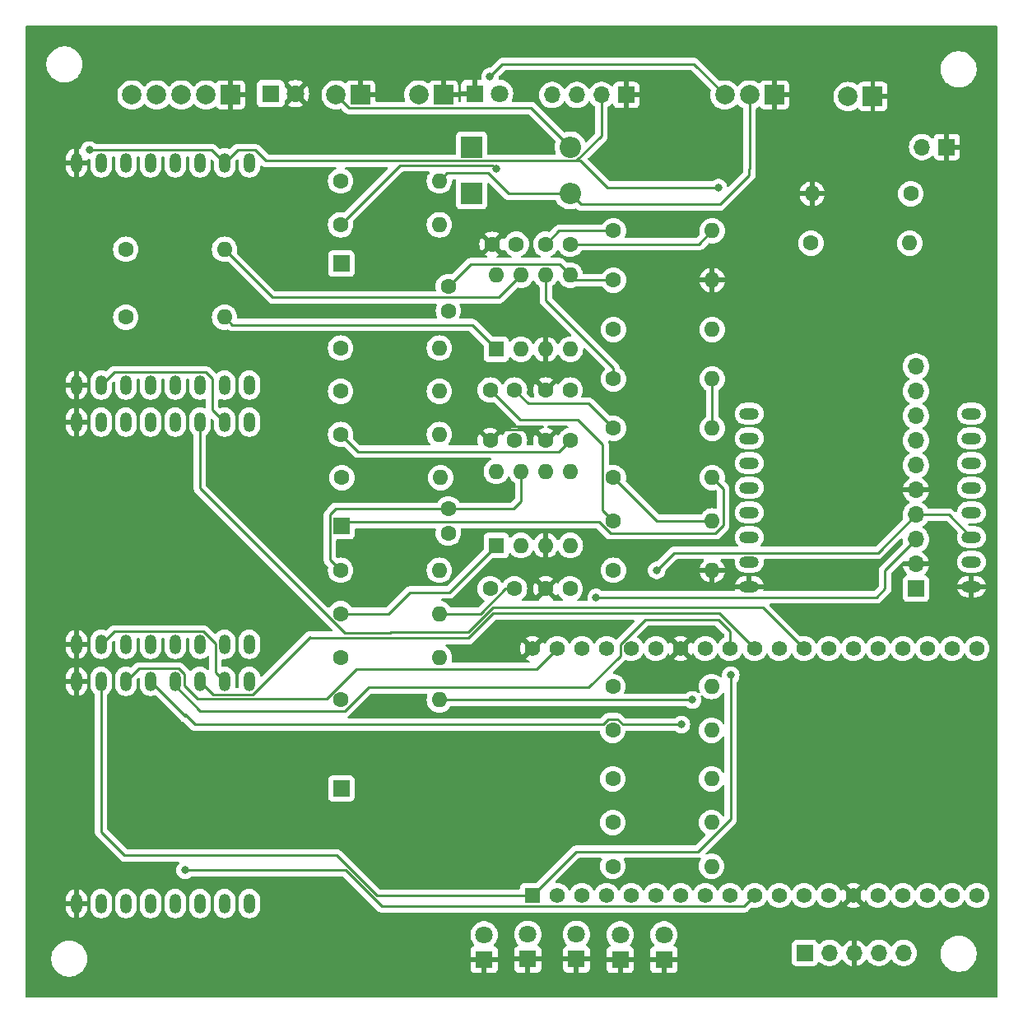
<source format=gbr>
%TF.GenerationSoftware,KiCad,Pcbnew,8.0.8*%
%TF.CreationDate,2025-02-20T12:08:54+01:00*%
%TF.ProjectId,Adapterboard,41646170-7465-4726-926f-6172642e6b69,3.0*%
%TF.SameCoordinates,Original*%
%TF.FileFunction,Copper,L1,Top*%
%TF.FilePolarity,Positive*%
%FSLAX46Y46*%
G04 Gerber Fmt 4.6, Leading zero omitted, Abs format (unit mm)*
G04 Created by KiCad (PCBNEW 8.0.8) date 2025-02-20 12:08:54*
%MOMM*%
%LPD*%
G01*
G04 APERTURE LIST*
%TA.AperFunction,ComponentPad*%
%ADD10C,1.600000*%
%TD*%
%TA.AperFunction,ComponentPad*%
%ADD11O,1.600000X1.600000*%
%TD*%
%TA.AperFunction,ComponentPad*%
%ADD12R,1.700000X1.700000*%
%TD*%
%TA.AperFunction,ComponentPad*%
%ADD13O,1.200000X2.000000*%
%TD*%
%TA.AperFunction,ComponentPad*%
%ADD14R,2.000000X2.000000*%
%TD*%
%TA.AperFunction,ComponentPad*%
%ADD15C,2.000000*%
%TD*%
%TA.AperFunction,ComponentPad*%
%ADD16R,1.600000X1.600000*%
%TD*%
%TA.AperFunction,ComponentPad*%
%ADD17R,1.800000X1.800000*%
%TD*%
%TA.AperFunction,ComponentPad*%
%ADD18C,1.800000*%
%TD*%
%TA.AperFunction,ComponentPad*%
%ADD19O,1.700000X1.700000*%
%TD*%
%TA.AperFunction,ComponentPad*%
%ADD20R,1.560000X1.560000*%
%TD*%
%TA.AperFunction,ComponentPad*%
%ADD21C,1.560000*%
%TD*%
%TA.AperFunction,ComponentPad*%
%ADD22R,2.200000X2.200000*%
%TD*%
%TA.AperFunction,ComponentPad*%
%ADD23O,2.200000X2.200000*%
%TD*%
%TA.AperFunction,ComponentPad*%
%ADD24O,2.000000X1.200000*%
%TD*%
%TA.AperFunction,ViaPad*%
%ADD25C,0.800000*%
%TD*%
%TA.AperFunction,Conductor*%
%ADD26C,0.250000*%
%TD*%
G04 APERTURE END LIST*
D10*
%TO.P,R306,1*%
%TO.N,/Z+Yr*%
X110490000Y-100965000D03*
D11*
%TO.P,R306,2*%
%TO.N,/Z+Ym*%
X120650000Y-100965000D03*
%TD*%
D10*
%TO.P,R201,1*%
%TO.N,Net-(U201B-+)*%
X82420000Y-92075000D03*
D11*
%TO.P,R201,2*%
%TO.N,X*%
X92580000Y-92075000D03*
%TD*%
D12*
%TO.P,J104,1,Pin_1*%
%TO.N,Z*%
X82500000Y-128500000D03*
%TD*%
D10*
%TO.P,R305,1*%
%TO.N,/Z-Ym*%
X110490000Y-86360000D03*
D11*
%TO.P,R305,2*%
%TO.N,Z*%
X120650000Y-86360000D03*
%TD*%
D10*
%TO.P,R206,1*%
%TO.N,Net-(C204-Pad1)*%
X82420000Y-110500000D03*
D11*
%TO.P,R206,2*%
%TO.N,Net-(U201A--)*%
X92580000Y-110500000D03*
%TD*%
D13*
%TO.P,U104,1,AN*%
%TO.N,unconnected-(U104-AN-Pad1)*%
X73025000Y-90805000D03*
%TO.P,U104,2,RST*%
%TO.N,+5V*%
X70485000Y-90805000D03*
%TO.P,U104,3,CS*%
%TO.N,ESP32_CS2*%
X67945000Y-90805000D03*
%TO.P,U104,4,SCK*%
%TO.N,ESP32_SCK*%
X65405000Y-90805000D03*
%TO.P,U104,5,SDO*%
%TO.N,ESP32_SDO*%
X62865000Y-90805000D03*
%TO.P,U104,6,SDI*%
%TO.N,ESP32_SDI*%
X60325000Y-90805000D03*
%TO.P,U104,7,3V3*%
%TO.N,+3V3*%
X57785000Y-90805000D03*
%TO.P,U104,8,GND*%
%TO.N,GND*%
X55245000Y-90805000D03*
%TO.P,U104,9,GND*%
X55245000Y-113665000D03*
%TO.P,U104,10,5V*%
%TO.N,+5V*%
X57785000Y-113665000D03*
%TO.P,U104,11,SDA*%
%TO.N,unconnected-(U104-SDA-Pad11)*%
X60325000Y-113665000D03*
%TO.P,U104,12,SCL*%
%TO.N,unconnected-(U104-SCL-Pad12)*%
X62865000Y-113665000D03*
%TO.P,U104,13,RX*%
%TO.N,unconnected-(U104-RX-Pad13)*%
X65405000Y-113665000D03*
%TO.P,U104,14,TX*%
%TO.N,unconnected-(U104-TX-Pad14)*%
X67945000Y-113665000D03*
%TO.P,U104,15,INT*%
%TO.N,unconnected-(U104-INT-Pad15)*%
X70485000Y-113665000D03*
%TO.P,U104,16,PWM*%
%TO.N,unconnected-(U104-PWM-Pad16)*%
X73025000Y-113665000D03*
%TD*%
D14*
%TO.P,J106,1,Pin_1*%
%TO.N,GND*%
X84500000Y-57150000D03*
D15*
%TO.P,J106,2,Pin_2*%
%TO.N,/+15V_in*%
X81960000Y-57150000D03*
%TD*%
D10*
%TO.P,R207,1*%
%TO.N,Net-(C205-Pad1)*%
X82420000Y-106045000D03*
D11*
%TO.P,R207,2*%
%TO.N,Net-(U201B--)*%
X92580000Y-106045000D03*
%TD*%
D16*
%TO.P,U201,1*%
%TO.N,Net-(C204-Pad1)*%
X98435000Y-103495000D03*
D11*
%TO.P,U201,2,-*%
%TO.N,Net-(U201A--)*%
X100975000Y-103495000D03*
%TO.P,U201,3,+*%
%TO.N,GND*%
X103515000Y-103495000D03*
%TO.P,U201,4,V-*%
%TO.N,-15V*%
X106055000Y-103495000D03*
%TO.P,U201,5,+*%
%TO.N,Net-(U201B-+)*%
X106055000Y-95875000D03*
%TO.P,U201,6,-*%
%TO.N,Net-(U201B--)*%
X103515000Y-95875000D03*
%TO.P,U201,7*%
%TO.N,Net-(C205-Pad1)*%
X100975000Y-95875000D03*
%TO.P,U201,8,V+*%
%TO.N,+15V*%
X98435000Y-95875000D03*
%TD*%
D10*
%TO.P,R301,1*%
%TO.N,/Z-Yp*%
X110490000Y-81280000D03*
D11*
%TO.P,R301,2*%
%TO.N,Y*%
X120650000Y-81280000D03*
%TD*%
D10*
%TO.P,R202,1*%
%TO.N,Net-(U201B-+)*%
X110490000Y-106045000D03*
D11*
%TO.P,R202,2*%
%TO.N,GND*%
X120650000Y-106045000D03*
%TD*%
D17*
%TO.P,D105,1,K*%
%TO.N,GND*%
X106680000Y-146050000D03*
D18*
%TO.P,D105,2,A*%
%TO.N,/LED_GREEN*%
X106680000Y-143510000D03*
%TD*%
D10*
%TO.P,R124,1*%
%TO.N,/TUNNEL_IN*%
X130810000Y-72390000D03*
D11*
%TO.P,R124,2*%
%TO.N,TUNNEL_TO_ADC_A3*%
X140970000Y-72390000D03*
%TD*%
D10*
%TO.P,C301,1*%
%TO.N,/Z-Yp*%
X93500000Y-76855000D03*
%TO.P,C301,2*%
%TO.N,GND*%
X93500000Y-79355000D03*
%TD*%
%TO.P,R126,1*%
%TO.N,/LED_+15V*%
X82420000Y-70500000D03*
D11*
%TO.P,R126,2*%
%TO.N,+15V*%
X92580000Y-70500000D03*
%TD*%
D13*
%TO.P,U102,1,AN*%
%TO.N,unconnected-(U102-AN-Pad1)*%
X73025000Y-64135000D03*
%TO.P,U102,2,RST*%
%TO.N,+5V*%
X70485000Y-64135000D03*
%TO.P,U102,3,CS*%
%TO.N,ESP32_CS1*%
X67945000Y-64135000D03*
%TO.P,U102,4,SCK*%
%TO.N,ESP32_SCK*%
X65405000Y-64135000D03*
%TO.P,U102,5,SDO*%
%TO.N,ESP32_SDO*%
X62865000Y-64135000D03*
%TO.P,U102,6,SDI*%
%TO.N,ESP32_SDI*%
X60325000Y-64135000D03*
%TO.P,U102,7,3V3*%
%TO.N,+3V3*%
X57785000Y-64135000D03*
%TO.P,U102,8,GND*%
%TO.N,GND*%
X55245000Y-64135000D03*
%TO.P,U102,9,GND*%
X55245000Y-86995000D03*
%TO.P,U102,10,5V*%
%TO.N,+5V*%
X57785000Y-86995000D03*
%TO.P,U102,11,SDA*%
%TO.N,unconnected-(U102-SDA-Pad11)*%
X60325000Y-86995000D03*
%TO.P,U102,12,SCL*%
%TO.N,unconnected-(U102-SCL-Pad12)*%
X62865000Y-86995000D03*
%TO.P,U102,13,RX*%
%TO.N,unconnected-(U102-RX-Pad13)*%
X65405000Y-86995000D03*
%TO.P,U102,14,TX*%
%TO.N,unconnected-(U102-TX-Pad14)*%
X67945000Y-86995000D03*
%TO.P,U102,15,INT*%
%TO.N,unconnected-(U102-INT-Pad15)*%
X70485000Y-86995000D03*
%TO.P,U102,16,PWM*%
%TO.N,unconnected-(U102-PWM-Pad16)*%
X73025000Y-86995000D03*
%TD*%
D17*
%TO.P,D103,1,K*%
%TO.N,GND*%
X97180000Y-146090000D03*
D18*
%TO.P,D103,2,A*%
%TO.N,/LED_RED*%
X97180000Y-143550000D03*
%TD*%
D10*
%TO.P,R204,1*%
%TO.N,Net-(U201A--)*%
X82420000Y-115000000D03*
D11*
%TO.P,R204,2*%
%TO.N,Z*%
X92580000Y-115000000D03*
%TD*%
D16*
%TO.P,U301,1*%
%TO.N,/Z+Yr*%
X98435000Y-83300000D03*
D11*
%TO.P,U301,2,-*%
%TO.N,/Z+Ym*%
X100975000Y-83300000D03*
%TO.P,U301,3,+*%
%TO.N,GND*%
X103515000Y-83300000D03*
%TO.P,U301,4,V-*%
%TO.N,-15V*%
X106055000Y-83300000D03*
%TO.P,U301,5,+*%
%TO.N,/Z-Yp*%
X106055000Y-75680000D03*
%TO.P,U301,6,-*%
%TO.N,/Z-Ym*%
X103515000Y-75680000D03*
%TO.P,U301,7*%
%TO.N,/Z-Yr*%
X100975000Y-75680000D03*
%TO.P,U301,8,V+*%
%TO.N,+15V*%
X98435000Y-75680000D03*
%TD*%
D10*
%TO.P,C204,1*%
%TO.N,Net-(C204-Pad1)*%
X97810000Y-107950000D03*
%TO.P,C204,2*%
%TO.N,Net-(U201A--)*%
X100310000Y-107950000D03*
%TD*%
%TO.P,C203,1*%
%TO.N,Net-(U201B-+)*%
X106025000Y-92710000D03*
%TO.P,C203,2*%
%TO.N,GND*%
X103525000Y-92710000D03*
%TD*%
D13*
%TO.P,U106,1,AN*%
%TO.N,unconnected-(U106-AN-Pad1)*%
X73025000Y-117475000D03*
%TO.P,U106,2,RST*%
%TO.N,+5V*%
X70485000Y-117475000D03*
%TO.P,U106,3,CS*%
%TO.N,ESP32_CS3*%
X67945000Y-117475000D03*
%TO.P,U106,4,SCK*%
%TO.N,ESP32_SCK*%
X65405000Y-117475000D03*
%TO.P,U106,5,SDO*%
%TO.N,ESP32_SDO*%
X62865000Y-117475000D03*
%TO.P,U106,6,SDI*%
%TO.N,ESP32_SDI*%
X60325000Y-117475000D03*
%TO.P,U106,7,3V3*%
%TO.N,+3V3*%
X57785000Y-117475000D03*
%TO.P,U106,8,GND*%
%TO.N,GND*%
X55245000Y-117475000D03*
%TO.P,U106,9,GND*%
X55245000Y-140335000D03*
%TO.P,U106,10,5V*%
%TO.N,+5V*%
X57785000Y-140335000D03*
%TO.P,U106,11,SDA*%
%TO.N,unconnected-(U106-SDA-Pad11)*%
X60325000Y-140335000D03*
%TO.P,U106,12,SCL*%
%TO.N,unconnected-(U106-SCL-Pad12)*%
X62865000Y-140335000D03*
%TO.P,U106,13,RX*%
%TO.N,unconnected-(U106-RX-Pad13)*%
X65405000Y-140335000D03*
%TO.P,U106,14,TX*%
%TO.N,unconnected-(U106-TX-Pad14)*%
X67945000Y-140335000D03*
%TO.P,U106,15,INT*%
%TO.N,unconnected-(U106-INT-Pad15)*%
X70485000Y-140335000D03*
%TO.P,U106,16,PWM*%
%TO.N,unconnected-(U106-PWM-Pad16)*%
X73025000Y-140335000D03*
%TD*%
D10*
%TO.P,C202,1*%
%TO.N,-15V*%
X106025000Y-107950000D03*
%TO.P,C202,2*%
%TO.N,GND*%
X103525000Y-107950000D03*
%TD*%
D12*
%TO.P,J101,1,Pin_1*%
%TO.N,X*%
X82500000Y-74500000D03*
%TD*%
D17*
%TO.P,D101,1,K*%
%TO.N,GND*%
X115680000Y-146090000D03*
D18*
%TO.P,D101,2,A*%
%TO.N,/LED_17*%
X115680000Y-143550000D03*
%TD*%
D10*
%TO.P,C201,1*%
%TO.N,GND*%
X97810000Y-92710000D03*
%TO.P,C201,2*%
%TO.N,+15V*%
X100310000Y-92710000D03*
%TD*%
%TO.P,C303,1*%
%TO.N,-15V*%
X106025000Y-87500000D03*
%TO.P,C303,2*%
%TO.N,GND*%
X103525000Y-87500000D03*
%TD*%
D12*
%TO.P,J102,1,Pin_1*%
%TO.N,Y*%
X82500000Y-101500000D03*
%TD*%
D17*
%TO.P,D102,1,K*%
%TO.N,GND*%
X111180000Y-146090000D03*
D18*
%TO.P,D102,2,A*%
%TO.N,/LED_04*%
X111180000Y-143550000D03*
%TD*%
D10*
%TO.P,C302,1*%
%TO.N,GND*%
X98000000Y-72500000D03*
%TO.P,C302,2*%
%TO.N,+15V*%
X100500000Y-72500000D03*
%TD*%
%TO.P,R309,1*%
%TO.N,Z-Y*%
X60325000Y-73025000D03*
D11*
%TO.P,R309,2*%
%TO.N,/Z-Yr*%
X70485000Y-73025000D03*
%TD*%
D10*
%TO.P,R127,1*%
%TO.N,/LED_-15V*%
X82420000Y-66000000D03*
D11*
%TO.P,R127,2*%
%TO.N,-15V*%
X92580000Y-66000000D03*
%TD*%
D14*
%TO.P,J108,1,Pin_1*%
%TO.N,GND*%
X127045000Y-57150000D03*
D15*
%TO.P,J108,2,Pin_2*%
%TO.N,-15V*%
X124505000Y-57150000D03*
%TO.P,J108,3,Pin_3*%
%TO.N,+15V*%
X121965000Y-57150000D03*
%TD*%
D10*
%TO.P,R114,1*%
%TO.N,/LED_YELLOW*%
X110420000Y-132000000D03*
D11*
%TO.P,R114,2*%
%TO.N,IO27*%
X120580000Y-132000000D03*
%TD*%
D10*
%TO.P,R125,1*%
%TO.N,TUNNEL_TO_ADC_A3*%
X141080000Y-67310000D03*
D11*
%TO.P,R125,2*%
%TO.N,GND*%
X130920000Y-67310000D03*
%TD*%
D10*
%TO.P,R111,1*%
%TO.N,/LED_17*%
X110420000Y-118000000D03*
D11*
%TO.P,R111,2*%
%TO.N,IO17*%
X120580000Y-118000000D03*
%TD*%
D10*
%TO.P,R203,1*%
%TO.N,Net-(U201A--)*%
X82420000Y-87630000D03*
D11*
%TO.P,R203,2*%
%TO.N,X*%
X92580000Y-87630000D03*
%TD*%
D12*
%TO.P,U101,1,VDD*%
%TO.N,+5V*%
X141605000Y-107945000D03*
D19*
%TO.P,U101,2,GND*%
%TO.N,GND*%
X141605000Y-105405000D03*
%TO.P,U101,3,SCL*%
%TO.N,ESP32_SCL*%
X141605000Y-102865000D03*
%TO.P,U101,4,SDA*%
%TO.N,ESP32_SDA*%
X141605000Y-100325000D03*
%TO.P,U101,5,ADDR*%
%TO.N,GND*%
X141605000Y-97785000D03*
%TO.P,U101,6,ALRT*%
%TO.N,unconnected-(U101-ALRT-Pad6)*%
X141605000Y-95245000D03*
%TO.P,U101,7,A0*%
%TO.N,unconnected-(U101-A0-Pad7)*%
X141605000Y-92705000D03*
%TO.P,U101,8,A1*%
%TO.N,unconnected-(U101-A1-Pad8)*%
X141605000Y-90165000D03*
%TO.P,U101,9,A2*%
%TO.N,unconnected-(U101-A2-Pad9)*%
X141605000Y-87625000D03*
%TO.P,U101,10,A3*%
%TO.N,TUNNEL_TO_ADC_A3*%
X141605000Y-85085000D03*
%TD*%
D10*
%TO.P,R209,1*%
%TO.N,Z-X*%
X82420000Y-83185000D03*
D11*
%TO.P,R209,2*%
%TO.N,Net-(C205-Pad1)*%
X92580000Y-83185000D03*
%TD*%
D10*
%TO.P,R112,1*%
%TO.N,/LED_04*%
X110420000Y-122500000D03*
D11*
%TO.P,R112,2*%
%TO.N,IO04*%
X120580000Y-122500000D03*
%TD*%
D10*
%TO.P,R115,1*%
%TO.N,/LED_GREEN*%
X110420000Y-127500000D03*
D11*
%TO.P,R115,2*%
%TO.N,IO02*%
X120580000Y-127500000D03*
%TD*%
D20*
%TO.P,U103,J2-1,3V3*%
%TO.N,+3V3*%
X102160000Y-139500000D03*
D21*
%TO.P,U103,J2-2,EN*%
%TO.N,unconnected-(U103-EN-PadJ2-2)*%
X104700000Y-139500000D03*
%TO.P,U103,J2-3,SENSOR_VP*%
%TO.N,unconnected-(U103-SENSOR_VP-PadJ2-3)*%
X107240000Y-139500000D03*
%TO.P,U103,J2-4,SENSOR_VN*%
%TO.N,unconnected-(U103-SENSOR_VN-PadJ2-4)*%
X109780000Y-139500000D03*
%TO.P,U103,J2-5,IO34*%
%TO.N,unconnected-(U103-IO34-PadJ2-5)*%
X112320000Y-139500000D03*
%TO.P,U103,J2-6,IO35*%
%TO.N,unconnected-(U103-IO35-PadJ2-6)*%
X114860000Y-139500000D03*
%TO.P,U103,J2-7,IO32*%
%TO.N,RXD*%
X117400000Y-139500000D03*
%TO.P,U103,J2-8,IO33*%
%TO.N,TXD*%
X119940000Y-139500000D03*
%TO.P,U103,J2-9,IO25*%
%TO.N,IO25*%
X122480000Y-139500000D03*
%TO.P,U103,J2-10,IO26*%
%TO.N,ESP32_CS1*%
X125020000Y-139500000D03*
%TO.P,U103,J2-11,IO27*%
%TO.N,IO27*%
X127560000Y-139500000D03*
%TO.P,U103,J2-12,IO14*%
%TO.N,JTAG_TMS*%
X130100000Y-139500000D03*
%TO.P,U103,J2-13,IO12*%
%TO.N,JTAG_TDI*%
X132640000Y-139500000D03*
%TO.P,U103,J2-14,GND1*%
%TO.N,GND*%
X135180000Y-139500000D03*
%TO.P,U103,J2-15,IO13*%
%TO.N,JTAG_TCK*%
X137720000Y-139500000D03*
%TO.P,U103,J2-16,SD2*%
%TO.N,unconnected-(U103-SD2-PadJ2-16)*%
X140260000Y-139500000D03*
%TO.P,U103,J2-17,SD3*%
%TO.N,unconnected-(U103-SD3-PadJ2-17)*%
X142800000Y-139500000D03*
%TO.P,U103,J2-18,CMD*%
%TO.N,unconnected-(U103-CMD-PadJ2-18)*%
X145340000Y-139500000D03*
%TO.P,U103,J2-19,EXT_5V*%
%TO.N,+5V*%
X147880000Y-139500000D03*
%TO.P,U103,J3-1,GND3*%
%TO.N,GND*%
X102160000Y-114100000D03*
%TO.P,U103,J3-2,IO23*%
%TO.N,ESP32_SDI*%
X104700000Y-114100000D03*
%TO.P,U103,J3-3,IO22*%
%TO.N,ESP32_SCL*%
X107240000Y-114100000D03*
%TO.P,U103,J3-4,TXD0*%
%TO.N,unconnected-(U103-TXD0-PadJ3-4)*%
X109780000Y-114100000D03*
%TO.P,U103,J3-5,RXD0*%
%TO.N,unconnected-(U103-RXD0-PadJ3-5)*%
X112320000Y-114100000D03*
%TO.P,U103,J3-6,IO21*%
%TO.N,ESP32_SDA*%
X114860000Y-114100000D03*
%TO.P,U103,J3-7,GND2*%
%TO.N,GND*%
X117400000Y-114100000D03*
%TO.P,U103,J3-8,IO19*%
%TO.N,ESP32_SDO*%
X119940000Y-114100000D03*
%TO.P,U103,J3-9,IO18*%
%TO.N,ESP32_SCK*%
X122480000Y-114100000D03*
%TO.P,U103,J3-10,IO5*%
%TO.N,ESP32_CS3*%
X125020000Y-114100000D03*
%TO.P,U103,J3-11,IO17*%
%TO.N,IO17*%
X127560000Y-114100000D03*
%TO.P,U103,J3-12,IO16*%
%TO.N,ESP32_CS2*%
X130100000Y-114100000D03*
%TO.P,U103,J3-13,IO4*%
%TO.N,IO04*%
X132640000Y-114100000D03*
%TO.P,U103,J3-14,IO0*%
%TO.N,unconnected-(U103-IO0-PadJ3-14)*%
X135180000Y-114100000D03*
%TO.P,U103,J3-15,IO2*%
%TO.N,IO02*%
X137720000Y-114100000D03*
%TO.P,U103,J3-16,IO15*%
%TO.N,JTAG_TD0*%
X140260000Y-114100000D03*
%TO.P,U103,J3-17,SD1*%
%TO.N,unconnected-(U103-SD1-PadJ3-17)*%
X142800000Y-114100000D03*
%TO.P,U103,J3-18,SD0*%
%TO.N,unconnected-(U103-SD0-PadJ3-18)*%
X145340000Y-114100000D03*
%TO.P,U103,J3-19,CLK*%
%TO.N,unconnected-(U103-CLK-PadJ3-19)*%
X147880000Y-114100000D03*
%TD*%
D17*
%TO.P,D109,1,K*%
%TO.N,GND*%
X96230000Y-57000000D03*
D18*
%TO.P,D109,2,A*%
%TO.N,/LED_+15V*%
X98770000Y-57000000D03*
%TD*%
D10*
%TO.P,C305,1*%
%TO.N,/Z-Yr*%
X103525000Y-72500000D03*
%TO.P,C305,2*%
%TO.N,/Z-Ym*%
X106025000Y-72500000D03*
%TD*%
%TO.P,R307,1*%
%TO.N,/Z-Yr*%
X110490000Y-71120000D03*
D11*
%TO.P,R307,2*%
%TO.N,/Z-Ym*%
X120650000Y-71120000D03*
%TD*%
D22*
%TO.P,D107,1,K*%
%TO.N,+15V*%
X95885000Y-62500000D03*
D23*
%TO.P,D107,2,A*%
%TO.N,/+15V_in*%
X106045000Y-62500000D03*
%TD*%
D10*
%TO.P,R303,1*%
%TO.N,/Z+Ym*%
X110490000Y-96520000D03*
D11*
%TO.P,R303,2*%
%TO.N,Y*%
X120650000Y-96520000D03*
%TD*%
D10*
%TO.P,C304,1*%
%TO.N,/Z+Yr*%
X97810000Y-87500000D03*
%TO.P,C304,2*%
%TO.N,/Z+Ym*%
X100310000Y-87500000D03*
%TD*%
D17*
%TO.P,D104,1,K*%
%TO.N,GND*%
X101680000Y-146050000D03*
D18*
%TO.P,D104,2,A*%
%TO.N,/LED_YELLOW*%
X101680000Y-143510000D03*
%TD*%
D10*
%TO.P,R302,1*%
%TO.N,/Z-Yp*%
X110490000Y-76200000D03*
D11*
%TO.P,R302,2*%
%TO.N,GND*%
X120650000Y-76200000D03*
%TD*%
D12*
%TO.P,J110,1,Pin_1*%
%TO.N,GND*%
X144780000Y-62500000D03*
D19*
%TO.P,J110,2,Pin_2*%
%TO.N,TUNNEL_TO_ADC_A3*%
X142240000Y-62500000D03*
%TD*%
D14*
%TO.P,J109,1,Pin_1*%
%TO.N,GND*%
X71120000Y-57150000D03*
D15*
%TO.P,J109,2,Pin_2*%
%TO.N,Z-X*%
X68580000Y-57150000D03*
%TO.P,J109,3,Pin_3*%
%TO.N,Z+X*%
X66040000Y-57150000D03*
%TO.P,J109,4,Pin_4*%
%TO.N,Z+Y*%
X63500000Y-57150000D03*
%TO.P,J109,5,Pin_5*%
%TO.N,Z-Y*%
X60960000Y-57150000D03*
%TD*%
D17*
%TO.P,D110,1,K*%
%TO.N,/LED_-15V*%
X75230000Y-57000000D03*
D18*
%TO.P,D110,2,A*%
%TO.N,GND*%
X77770000Y-57000000D03*
%TD*%
D10*
%TO.P,C205,1*%
%TO.N,Net-(C205-Pad1)*%
X93500000Y-99715000D03*
%TO.P,C205,2*%
%TO.N,Net-(U201B--)*%
X93500000Y-102215000D03*
%TD*%
D22*
%TO.P,D108,1,K*%
%TO.N,/-15V_in*%
X95885000Y-67310000D03*
D23*
%TO.P,D108,2,A*%
%TO.N,-15V*%
X106045000Y-67310000D03*
%TD*%
D10*
%TO.P,R113,1*%
%TO.N,/LED_RED*%
X110420000Y-136500000D03*
D11*
%TO.P,R113,2*%
%TO.N,IO25*%
X120580000Y-136500000D03*
%TD*%
D10*
%TO.P,R304,1*%
%TO.N,/Z+Ym*%
X110490000Y-91440000D03*
D11*
%TO.P,R304,2*%
%TO.N,Z*%
X120650000Y-91440000D03*
%TD*%
D10*
%TO.P,R308,1*%
%TO.N,Z+Y*%
X60325000Y-80010000D03*
D11*
%TO.P,R308,2*%
%TO.N,/Z+Yr*%
X70485000Y-80010000D03*
%TD*%
D12*
%TO.P,J111,1,Pin_1*%
%TO.N,GND*%
X111800000Y-57150000D03*
D19*
%TO.P,J111,2,Pin_2*%
%TO.N,+5V*%
X109260000Y-57150000D03*
%TO.P,J111,3,Pin_3*%
%TO.N,TXD*%
X106720000Y-57150000D03*
%TO.P,J111,4,Pin_4*%
%TO.N,RXD*%
X104180000Y-57150000D03*
%TD*%
D10*
%TO.P,R205,1*%
%TO.N,Net-(U201B--)*%
X82420000Y-119380000D03*
D11*
%TO.P,R205,2*%
%TO.N,Z*%
X92580000Y-119380000D03*
%TD*%
D14*
%TO.P,J107,1,Pin_1*%
%TO.N,GND*%
X93000000Y-57150000D03*
D15*
%TO.P,J107,2,Pin_2*%
%TO.N,/-15V_in*%
X90460000Y-57150000D03*
%TD*%
D10*
%TO.P,R208,1*%
%TO.N,Z+X*%
X82550000Y-96520000D03*
D11*
%TO.P,R208,2*%
%TO.N,Net-(C204-Pad1)*%
X92710000Y-96520000D03*
%TD*%
D12*
%TO.P,J103,1,Pin_1*%
%TO.N,JTAG_TMS*%
X130175000Y-145415000D03*
D19*
%TO.P,J103,2,Pin_2*%
%TO.N,JTAG_TDI*%
X132715000Y-145415000D03*
%TO.P,J103,3,Pin_3*%
%TO.N,GND*%
X135255000Y-145415000D03*
%TO.P,J103,4,Pin_4*%
%TO.N,JTAG_TCK*%
X137795000Y-145415000D03*
%TO.P,J103,5,Pin_5*%
%TO.N,JTAG_TD0*%
X140335000Y-145415000D03*
%TD*%
D14*
%TO.P,J105,1,Pin_1*%
%TO.N,GND*%
X137165000Y-57300000D03*
D15*
%TO.P,J105,2,Pin_2*%
%TO.N,/TUNNEL_IN*%
X134625000Y-57300000D03*
%TD*%
D24*
%TO.P,U107,1,AN*%
%TO.N,unconnected-(U107-AN-Pad1)*%
X124460000Y-89930000D03*
%TO.P,U107,2,RST*%
%TO.N,+5V*%
X124460000Y-92470000D03*
%TO.P,U107,3,CS*%
%TO.N,unconnected-(U107-CS-Pad3)*%
X124460000Y-95010000D03*
%TO.P,U107,4,SCK*%
%TO.N,unconnected-(U107-SCK-Pad4)*%
X124460000Y-97550000D03*
%TO.P,U107,5,SDO*%
%TO.N,unconnected-(U107-SDO-Pad5)*%
X124460000Y-100090000D03*
%TO.P,U107,6,SDI*%
%TO.N,unconnected-(U107-SDI-Pad6)*%
X124460000Y-102630000D03*
%TO.P,U107,7,3V3*%
%TO.N,+3V3*%
X124460000Y-105170000D03*
%TO.P,U107,8,GND*%
%TO.N,GND*%
X124460000Y-107710000D03*
%TO.P,U107,9,GND*%
X147320000Y-107710000D03*
%TO.P,U107,10,5V*%
%TO.N,+5V*%
X147320000Y-105170000D03*
%TO.P,U107,11,SDA*%
%TO.N,ESP32_SDA*%
X147320000Y-102630000D03*
%TO.P,U107,12,SCL*%
%TO.N,ESP32_SCL*%
X147320000Y-100090000D03*
%TO.P,U107,13,RX*%
%TO.N,unconnected-(U107-RX-Pad13)*%
X147320000Y-97550000D03*
%TO.P,U107,14,TX*%
%TO.N,unconnected-(U107-TX-Pad14)*%
X147320000Y-95010000D03*
%TO.P,U107,15,INT*%
%TO.N,unconnected-(U107-INT-Pad15)*%
X147320000Y-92470000D03*
%TO.P,U107,16,PWM*%
%TO.N,unconnected-(U107-PWM-Pad16)*%
X147320000Y-89930000D03*
%TD*%
D25*
%TO.N,+15V*%
X97790000Y-55245000D03*
%TO.N,/LED_+15V*%
X98425000Y-64770000D03*
%TO.N,Z*%
X118618000Y-119380000D03*
%TO.N,+5V*%
X121285000Y-66675000D03*
X56570000Y-62810000D03*
%TO.N,ESP32_CS1*%
X66421000Y-136906000D03*
%TO.N,+3V3*%
X122555000Y-116840000D03*
%TO.N,ESP32_SDO*%
X117475000Y-121920000D03*
%TO.N,ESP32_SDA*%
X114935000Y-106045000D03*
%TO.N,ESP32_SCL*%
X108712000Y-108839000D03*
%TD*%
D26*
%TO.N,+15V*%
X121965000Y-57150000D02*
X118790000Y-53975000D01*
X99060000Y-53975000D02*
X97790000Y-55245000D01*
X118790000Y-53975000D02*
X99060000Y-53975000D01*
%TO.N,GND*%
X103525000Y-92710000D02*
X102400000Y-91585000D01*
X98935000Y-91585000D02*
X97810000Y-92710000D01*
X102400000Y-91585000D02*
X98935000Y-91585000D01*
%TO.N,-15V*%
X106045000Y-67310000D02*
X107144999Y-68409999D01*
X97585001Y-65200001D02*
X99695000Y-67310000D01*
X93379999Y-65200001D02*
X97585001Y-65200001D01*
X124505000Y-64725000D02*
X124505000Y-57150000D01*
X107144999Y-68409999D02*
X121455001Y-68409999D01*
X92580000Y-66000000D02*
X93379999Y-65200001D01*
X124460000Y-65405000D02*
X124460000Y-64770000D01*
X124460000Y-64770000D02*
X124505000Y-64725000D01*
X99695000Y-67310000D02*
X106045000Y-67310000D01*
X121455001Y-68409999D02*
X124460000Y-65405000D01*
%TO.N,Net-(U201B-+)*%
X104900000Y-93835000D02*
X106025000Y-92710000D01*
X82420000Y-92075000D02*
X84180000Y-93835000D01*
X84180000Y-93835000D02*
X104900000Y-93835000D01*
%TO.N,Net-(U201A--)*%
X96850991Y-110500000D02*
X92580000Y-110500000D01*
X99400991Y-107950000D02*
X96850991Y-110500000D01*
X100310000Y-107950000D02*
X99400991Y-107950000D01*
%TO.N,Net-(C204-Pad1)*%
X89535000Y-108331000D02*
X93599000Y-108331000D01*
X87366000Y-110500000D02*
X89535000Y-108331000D01*
X93599000Y-108331000D02*
X98435000Y-103495000D01*
X82420000Y-110500000D02*
X87366000Y-110500000D01*
%TO.N,Net-(C205-Pad1)*%
X93500000Y-99715000D02*
X100183000Y-99715000D01*
X81935000Y-99715000D02*
X93500000Y-99715000D01*
X100975000Y-98923000D02*
X100975000Y-95875000D01*
X82420000Y-106045000D02*
X81325000Y-104950000D01*
X81325000Y-104950000D02*
X81325000Y-100325000D01*
X100183000Y-99715000D02*
X100975000Y-98923000D01*
X81325000Y-100325000D02*
X81935000Y-99715000D01*
%TO.N,/Z-Yp*%
X106055000Y-75680000D02*
X104930000Y-74555000D01*
X104930000Y-74555000D02*
X95800000Y-74555000D01*
X110490000Y-76200000D02*
X106575000Y-76200000D01*
X95800000Y-74555000D02*
X93500000Y-76855000D01*
X106575000Y-76200000D02*
X106055000Y-75680000D01*
%TO.N,/Z+Ym*%
X114935000Y-100965000D02*
X120650000Y-100965000D01*
X110490000Y-96520000D02*
X114935000Y-100965000D01*
X107950000Y-88900000D02*
X110490000Y-91440000D01*
X101710000Y-88900000D02*
X107950000Y-88900000D01*
X100310000Y-87500000D02*
X101710000Y-88900000D01*
%TO.N,/Z+Yr*%
X71284999Y-80809999D02*
X95944999Y-80809999D01*
X97810000Y-87500000D02*
X100861000Y-90551000D01*
X100861000Y-90551000D02*
X106807000Y-90551000D01*
X70485000Y-80010000D02*
X71284999Y-80809999D01*
X109365000Y-93109000D02*
X109365000Y-99840000D01*
X95944999Y-80809999D02*
X98435000Y-83300000D01*
X109365000Y-99840000D02*
X110490000Y-100965000D01*
X106807000Y-90551000D02*
X109365000Y-93109000D01*
%TO.N,/Z-Yr*%
X75440000Y-77980000D02*
X70485000Y-73025000D01*
X100975000Y-75680000D02*
X98675000Y-77980000D01*
X103525000Y-72500000D02*
X104905000Y-71120000D01*
X98675000Y-77980000D02*
X75440000Y-77980000D01*
X104905000Y-71120000D02*
X110490000Y-71120000D01*
%TO.N,/Z-Ym*%
X110490000Y-85228630D02*
X103515000Y-78253630D01*
X103515000Y-78253630D02*
X103515000Y-75680000D01*
X106025000Y-72500000D02*
X119270000Y-72500000D01*
X110490000Y-86360000D02*
X110490000Y-85228630D01*
X119270000Y-72500000D02*
X120650000Y-71120000D01*
%TO.N,/+15V_in*%
X83285000Y-58475000D02*
X81960000Y-57150000D01*
X102020000Y-58475000D02*
X83285000Y-58475000D01*
X106045000Y-62500000D02*
X102020000Y-58475000D01*
%TO.N,/LED_+15V*%
X98030000Y-64375000D02*
X98425000Y-64770000D01*
X82420000Y-70500000D02*
X88545000Y-64375000D01*
X88545000Y-64375000D02*
X98030000Y-64375000D01*
%TO.N,Y*%
X109024009Y-101090000D02*
X82910000Y-101090000D01*
X121775000Y-97645000D02*
X121775000Y-101430991D01*
X121775000Y-101430991D02*
X120970991Y-102235000D01*
X120970991Y-102235000D02*
X110169009Y-102235000D01*
X110169009Y-102235000D02*
X109024009Y-101090000D01*
X120650000Y-96520000D02*
X121775000Y-97645000D01*
X82910000Y-101090000D02*
X82500000Y-101500000D01*
%TO.N,Z*%
X118618000Y-119380000D02*
X92580000Y-119380000D01*
X120650000Y-86360000D02*
X120650000Y-91440000D01*
%TO.N,+5V*%
X69215000Y-89535000D02*
X70485000Y-90805000D01*
X106680000Y-63925000D02*
X109260000Y-61345000D01*
X59110000Y-112340000D02*
X68328148Y-112340000D01*
X69160000Y-62810000D02*
X56570000Y-62810000D01*
X71810000Y-62810000D02*
X70485000Y-64135000D01*
X57785000Y-113665000D02*
X59110000Y-112340000D01*
X109855000Y-66675000D02*
X107105000Y-63925000D01*
X109260000Y-61345000D02*
X109260000Y-57150000D01*
X70485000Y-64135000D02*
X69160000Y-62810000D01*
X59110000Y-85670000D02*
X68525000Y-85670000D01*
X69560000Y-116550000D02*
X70485000Y-117475000D01*
X73605000Y-62810000D02*
X71810000Y-62810000D01*
X69215000Y-86360000D02*
X69215000Y-89535000D01*
X121285000Y-66675000D02*
X109855000Y-66675000D01*
X74720000Y-63925000D02*
X73605000Y-62810000D01*
X107105000Y-63925000D02*
X106680000Y-63925000D01*
X69560000Y-113571852D02*
X69560000Y-116550000D01*
X57785000Y-86995000D02*
X59110000Y-85670000D01*
X68328148Y-112340000D02*
X69560000Y-113571852D01*
X106680000Y-63925000D02*
X74720000Y-63925000D01*
X68525000Y-85670000D02*
X69215000Y-86360000D01*
%TO.N,ESP32_CS1*%
X82929604Y-136906000D02*
X86628604Y-140605000D01*
X86628604Y-140605000D02*
X123915000Y-140605000D01*
X123915000Y-140605000D02*
X125020000Y-139500000D01*
X66421000Y-136906000D02*
X82929604Y-136906000D01*
%TO.N,+3V3*%
X60198000Y-135382000D02*
X57785000Y-132969000D01*
X106659000Y-135001000D02*
X102160000Y-139500000D01*
X106659000Y-135001000D02*
X119169991Y-135001000D01*
X57785000Y-132969000D02*
X57785000Y-117475000D01*
X122555000Y-116840000D02*
X122555000Y-131615991D01*
X102160000Y-139500000D02*
X86160000Y-139500000D01*
X82042000Y-135382000D02*
X60198000Y-135382000D01*
X86160000Y-139500000D02*
X82042000Y-135382000D01*
X119169991Y-135001000D02*
X122555000Y-131615991D01*
%TO.N,ESP32_SDI*%
X66330000Y-117892000D02*
X67688000Y-119250000D01*
X61650000Y-116150000D02*
X65788148Y-116150000D01*
X102595000Y-116205000D02*
X104700000Y-114100000D01*
X84004009Y-116205000D02*
X102595000Y-116205000D01*
X66330000Y-116691852D02*
X66330000Y-117892000D01*
X65788148Y-116150000D02*
X66330000Y-116691852D01*
X67688000Y-119250000D02*
X80959009Y-119250000D01*
X60325000Y-117475000D02*
X61650000Y-116150000D01*
X80959009Y-119250000D02*
X84004009Y-116205000D01*
%TO.N,ESP32_SDO*%
X109409009Y-121920000D02*
X109954009Y-121375000D01*
X66421000Y-120904000D02*
X67437000Y-121920000D01*
X109954009Y-121375000D02*
X110885991Y-121375000D01*
X62865000Y-117475000D02*
X66421000Y-121031000D01*
X111430991Y-121920000D02*
X117221000Y-121920000D01*
X110885991Y-121375000D02*
X111430991Y-121920000D01*
X67437000Y-121920000D02*
X109409009Y-121920000D01*
%TO.N,ESP32_SCK*%
X85280991Y-118110000D02*
X107950000Y-118110000D01*
X111215000Y-114845000D02*
X111215000Y-113642294D01*
X82885991Y-120505000D02*
X85280991Y-118110000D01*
X113732294Y-111125000D02*
X121285000Y-111125000D01*
X122480000Y-112320000D02*
X122480000Y-114100000D01*
X65405000Y-117925000D02*
X67985000Y-120505000D01*
X65405000Y-117475000D02*
X65405000Y-117925000D01*
X121285000Y-111125000D02*
X122480000Y-112320000D01*
X111215000Y-113642294D02*
X113732294Y-111125000D01*
X107950000Y-118110000D02*
X111215000Y-114845000D01*
X67985000Y-120505000D02*
X82885991Y-120505000D01*
%TO.N,ESP32_SDA*%
X145015000Y-100325000D02*
X147320000Y-102630000D01*
X137685000Y-104245000D02*
X141605000Y-100325000D01*
X116735000Y-104245000D02*
X137685000Y-104245000D01*
X114935000Y-106045000D02*
X116735000Y-104245000D01*
X141605000Y-100325000D02*
X145015000Y-100325000D01*
%TO.N,ESP32_CS3*%
X67945000Y-117475000D02*
X69270000Y-118800000D01*
X121410000Y-110490000D02*
X125020000Y-114100000D01*
X79317000Y-112972000D02*
X86937000Y-112972000D01*
X79276574Y-112931575D02*
X79317000Y-112972000D01*
X86937000Y-112972000D02*
X86995000Y-113030000D01*
X69270000Y-118800000D02*
X73408148Y-118800000D01*
X86995000Y-113030000D02*
X95593783Y-113030000D01*
X95593783Y-113030000D02*
X98133783Y-110490000D01*
X98133783Y-110490000D02*
X121410000Y-110490000D01*
X73408148Y-118800000D02*
X79276574Y-112931575D01*
%TO.N,ESP32_CS2*%
X95592387Y-112395000D02*
X98132387Y-109855000D01*
X87503000Y-112522000D02*
X87630000Y-112395000D01*
X98132387Y-109855000D02*
X125855000Y-109855000D01*
X87630000Y-112395000D02*
X95592387Y-112395000D01*
X125855000Y-109855000D02*
X130100000Y-114100000D01*
X67945000Y-97615991D02*
X82851009Y-112522000D01*
X82851009Y-112522000D02*
X87503000Y-112522000D01*
X67945000Y-90805000D02*
X67945000Y-97615991D01*
%TO.N,ESP32_SCL*%
X108712000Y-108839000D02*
X137541000Y-108839000D01*
X138430000Y-106040000D02*
X141605000Y-102865000D01*
X138430000Y-107950000D02*
X138430000Y-106040000D01*
X137541000Y-108839000D02*
X138430000Y-107950000D01*
%TD*%
%TA.AperFunction,Conductor*%
%TO.N,GND*%
G36*
X112605567Y-111143185D02*
G01*
X112651322Y-111195989D01*
X112661266Y-111265147D01*
X112632241Y-111328703D01*
X112626209Y-111335181D01*
X110819483Y-113141906D01*
X110758160Y-113175391D01*
X110688468Y-113170407D01*
X110644120Y-113141905D01*
X110611397Y-113109181D01*
X110426711Y-112979864D01*
X110426709Y-112979863D01*
X110294830Y-112918367D01*
X110222376Y-112884581D01*
X110222372Y-112884580D01*
X110222368Y-112884578D01*
X110004605Y-112826229D01*
X110004601Y-112826228D01*
X110004600Y-112826228D01*
X110004599Y-112826227D01*
X110004594Y-112826227D01*
X109780002Y-112806578D01*
X109779998Y-112806578D01*
X109555405Y-112826227D01*
X109555394Y-112826229D01*
X109337631Y-112884578D01*
X109337622Y-112884582D01*
X109133290Y-112979863D01*
X109133288Y-112979864D01*
X108948601Y-113109182D01*
X108789182Y-113268601D01*
X108659864Y-113453288D01*
X108659863Y-113453290D01*
X108622382Y-113533669D01*
X108576209Y-113586108D01*
X108509016Y-113605260D01*
X108442135Y-113585044D01*
X108397618Y-113533669D01*
X108362128Y-113457561D01*
X108360136Y-113453289D01*
X108230819Y-113268604D01*
X108230817Y-113268601D01*
X108071398Y-113109182D01*
X107886711Y-112979864D01*
X107886709Y-112979863D01*
X107754830Y-112918367D01*
X107682376Y-112884581D01*
X107682372Y-112884580D01*
X107682368Y-112884578D01*
X107464605Y-112826229D01*
X107464601Y-112826228D01*
X107464600Y-112826228D01*
X107464599Y-112826227D01*
X107464594Y-112826227D01*
X107240002Y-112806578D01*
X107239998Y-112806578D01*
X107015405Y-112826227D01*
X107015394Y-112826229D01*
X106797631Y-112884578D01*
X106797622Y-112884582D01*
X106593290Y-112979863D01*
X106593288Y-112979864D01*
X106408601Y-113109182D01*
X106249182Y-113268601D01*
X106119864Y-113453288D01*
X106119863Y-113453290D01*
X106082382Y-113533669D01*
X106036209Y-113586108D01*
X105969016Y-113605260D01*
X105902135Y-113585044D01*
X105857618Y-113533669D01*
X105822128Y-113457561D01*
X105820136Y-113453289D01*
X105690819Y-113268604D01*
X105690817Y-113268601D01*
X105531398Y-113109182D01*
X105346711Y-112979864D01*
X105346709Y-112979863D01*
X105214830Y-112918367D01*
X105142376Y-112884581D01*
X105142372Y-112884580D01*
X105142368Y-112884578D01*
X104924605Y-112826229D01*
X104924601Y-112826228D01*
X104924600Y-112826228D01*
X104924599Y-112826227D01*
X104924594Y-112826227D01*
X104700002Y-112806578D01*
X104699998Y-112806578D01*
X104475405Y-112826227D01*
X104475394Y-112826229D01*
X104257631Y-112884578D01*
X104257622Y-112884582D01*
X104053290Y-112979863D01*
X104053288Y-112979864D01*
X103868601Y-113109182D01*
X103709182Y-113268601D01*
X103579864Y-113453288D01*
X103579863Y-113453290D01*
X103537692Y-113543726D01*
X103491519Y-113596165D01*
X103424325Y-113615317D01*
X103357444Y-113595101D01*
X103312928Y-113543725D01*
X103272749Y-113457561D01*
X103272746Y-113457555D01*
X103224664Y-113388887D01*
X103224664Y-113388886D01*
X102659292Y-113954259D01*
X102644563Y-113899288D01*
X102576104Y-113780713D01*
X102479287Y-113683896D01*
X102360712Y-113615437D01*
X102305738Y-113600707D01*
X102871112Y-113035334D01*
X102871112Y-113035333D01*
X102802445Y-112987253D01*
X102802443Y-112987252D01*
X102599459Y-112892600D01*
X102599450Y-112892596D01*
X102383124Y-112834632D01*
X102383113Y-112834630D01*
X102160002Y-112815111D01*
X102159998Y-112815111D01*
X101936886Y-112834630D01*
X101936875Y-112834632D01*
X101720549Y-112892596D01*
X101720540Y-112892600D01*
X101517556Y-112987253D01*
X101448887Y-113035334D01*
X102014260Y-113600707D01*
X101959288Y-113615437D01*
X101840713Y-113683896D01*
X101743896Y-113780713D01*
X101675437Y-113899288D01*
X101660707Y-113954260D01*
X101095334Y-113388887D01*
X101047253Y-113457556D01*
X100952600Y-113660540D01*
X100952596Y-113660549D01*
X100894632Y-113876875D01*
X100894630Y-113876886D01*
X100875111Y-114099997D01*
X100875111Y-114100002D01*
X100894630Y-114323113D01*
X100894632Y-114323124D01*
X100952596Y-114539450D01*
X100952600Y-114539459D01*
X101047252Y-114742443D01*
X101047253Y-114742445D01*
X101095334Y-114811112D01*
X101660707Y-114245739D01*
X101675437Y-114300712D01*
X101743896Y-114419287D01*
X101840713Y-114516104D01*
X101959288Y-114584563D01*
X102014259Y-114599292D01*
X101448886Y-115164664D01*
X101517555Y-115212746D01*
X101720540Y-115307399D01*
X101720549Y-115307403D01*
X101796391Y-115327725D01*
X101856052Y-115364090D01*
X101886581Y-115426937D01*
X101878286Y-115496313D01*
X101833801Y-115550190D01*
X101767249Y-115571465D01*
X101764298Y-115571500D01*
X93943126Y-115571500D01*
X93876087Y-115551815D01*
X93830332Y-115499011D01*
X93820388Y-115429853D01*
X93823351Y-115415407D01*
X93860517Y-115276699D01*
X93873543Y-115228087D01*
X93893498Y-115000000D01*
X93873543Y-114771913D01*
X93814284Y-114550757D01*
X93810376Y-114542377D01*
X93717524Y-114343254D01*
X93717523Y-114343252D01*
X93717523Y-114343251D01*
X93586198Y-114155700D01*
X93424300Y-113993802D01*
X93274733Y-113889073D01*
X93231109Y-113834497D01*
X93223917Y-113764999D01*
X93255439Y-113702644D01*
X93315669Y-113667231D01*
X93345858Y-113663500D01*
X95656178Y-113663500D01*
X95656179Y-113663499D01*
X95778568Y-113639155D01*
X95893858Y-113591400D01*
X95997616Y-113522071D01*
X98359868Y-111159819D01*
X98421191Y-111126334D01*
X98447549Y-111123500D01*
X112538528Y-111123500D01*
X112605567Y-111143185D01*
G37*
%TD.AperFunction*%
%TA.AperFunction,Conductor*%
G36*
X121038273Y-111778185D02*
G01*
X121058915Y-111794819D01*
X121810181Y-112546085D01*
X121843666Y-112607408D01*
X121846500Y-112633766D01*
X121846500Y-112906062D01*
X121826815Y-112973101D01*
X121793624Y-113007637D01*
X121648599Y-113109184D01*
X121489182Y-113268601D01*
X121359864Y-113453288D01*
X121359863Y-113453290D01*
X121322382Y-113533669D01*
X121276209Y-113586108D01*
X121209016Y-113605260D01*
X121142135Y-113585044D01*
X121097618Y-113533669D01*
X121062128Y-113457561D01*
X121060136Y-113453289D01*
X120930819Y-113268604D01*
X120930817Y-113268601D01*
X120771398Y-113109182D01*
X120586711Y-112979864D01*
X120586709Y-112979863D01*
X120454830Y-112918367D01*
X120382376Y-112884581D01*
X120382372Y-112884580D01*
X120382368Y-112884578D01*
X120164605Y-112826229D01*
X120164601Y-112826228D01*
X120164600Y-112826228D01*
X120164599Y-112826227D01*
X120164594Y-112826227D01*
X119940002Y-112806578D01*
X119939998Y-112806578D01*
X119715405Y-112826227D01*
X119715394Y-112826229D01*
X119497631Y-112884578D01*
X119497622Y-112884582D01*
X119293290Y-112979863D01*
X119293288Y-112979864D01*
X119108601Y-113109182D01*
X118949182Y-113268601D01*
X118819864Y-113453288D01*
X118819863Y-113453290D01*
X118777692Y-113543726D01*
X118731519Y-113596165D01*
X118664325Y-113615317D01*
X118597444Y-113595101D01*
X118552928Y-113543725D01*
X118512749Y-113457561D01*
X118512746Y-113457555D01*
X118464664Y-113388887D01*
X118464664Y-113388886D01*
X117899292Y-113954259D01*
X117884563Y-113899288D01*
X117816104Y-113780713D01*
X117719287Y-113683896D01*
X117600712Y-113615437D01*
X117545738Y-113600707D01*
X118111112Y-113035334D01*
X118111112Y-113035333D01*
X118042445Y-112987253D01*
X118042443Y-112987252D01*
X117839459Y-112892600D01*
X117839450Y-112892596D01*
X117623124Y-112834632D01*
X117623113Y-112834630D01*
X117400002Y-112815111D01*
X117399998Y-112815111D01*
X117176886Y-112834630D01*
X117176875Y-112834632D01*
X116960549Y-112892596D01*
X116960540Y-112892600D01*
X116757556Y-112987253D01*
X116688887Y-113035334D01*
X117254260Y-113600707D01*
X117199288Y-113615437D01*
X117080713Y-113683896D01*
X116983896Y-113780713D01*
X116915437Y-113899288D01*
X116900707Y-113954260D01*
X116335334Y-113388887D01*
X116287253Y-113457556D01*
X116247071Y-113543726D01*
X116200898Y-113596165D01*
X116133705Y-113615317D01*
X116066824Y-113595101D01*
X116022307Y-113543725D01*
X116017618Y-113533669D01*
X115980136Y-113453289D01*
X115850819Y-113268604D01*
X115850817Y-113268601D01*
X115691398Y-113109182D01*
X115506711Y-112979864D01*
X115506709Y-112979863D01*
X115374830Y-112918367D01*
X115302376Y-112884581D01*
X115302372Y-112884580D01*
X115302368Y-112884578D01*
X115084605Y-112826229D01*
X115084601Y-112826228D01*
X115084600Y-112826228D01*
X115084599Y-112826227D01*
X115084594Y-112826227D01*
X114860002Y-112806578D01*
X114859998Y-112806578D01*
X114635405Y-112826227D01*
X114635394Y-112826229D01*
X114417631Y-112884578D01*
X114417622Y-112884582D01*
X114213290Y-112979863D01*
X114213288Y-112979864D01*
X114028601Y-113109182D01*
X113869182Y-113268601D01*
X113739864Y-113453288D01*
X113739863Y-113453290D01*
X113702382Y-113533669D01*
X113656209Y-113586108D01*
X113589016Y-113605260D01*
X113522135Y-113585044D01*
X113477618Y-113533669D01*
X113442128Y-113457561D01*
X113440136Y-113453289D01*
X113310819Y-113268604D01*
X113310817Y-113268601D01*
X113151398Y-113109182D01*
X112974025Y-112984985D01*
X112930400Y-112930408D01*
X112923206Y-112860910D01*
X112954729Y-112798555D01*
X112957432Y-112795764D01*
X113958379Y-111794819D01*
X114019702Y-111761334D01*
X114046060Y-111758500D01*
X120971234Y-111758500D01*
X121038273Y-111778185D01*
G37*
%TD.AperFunction*%
%TA.AperFunction,Conductor*%
G36*
X104604024Y-108675471D02*
G01*
X104655135Y-108602480D01*
X104657928Y-108596491D01*
X104704099Y-108544051D01*
X104771293Y-108524898D01*
X104838174Y-108545113D01*
X104882692Y-108596488D01*
X104887477Y-108606749D01*
X105018802Y-108794300D01*
X105180700Y-108956198D01*
X105196604Y-108967334D01*
X105237437Y-108995926D01*
X105281062Y-109050503D01*
X105288254Y-109120001D01*
X105256731Y-109182356D01*
X105196501Y-109217769D01*
X105166313Y-109221500D01*
X104368865Y-109221500D01*
X104301826Y-109201815D01*
X104256071Y-109149011D01*
X104247122Y-109086774D01*
X104245433Y-109086627D01*
X104250472Y-109029025D01*
X103571447Y-108350000D01*
X103577661Y-108350000D01*
X103679394Y-108322741D01*
X103770606Y-108270080D01*
X103845080Y-108195606D01*
X103897741Y-108104394D01*
X103925000Y-108002661D01*
X103925000Y-107996447D01*
X104604024Y-108675471D01*
G37*
%TD.AperFunction*%
%TA.AperFunction,Conductor*%
G36*
X105787754Y-91204185D02*
G01*
X105833509Y-91256989D01*
X105843453Y-91326147D01*
X105814428Y-91389703D01*
X105755650Y-91427477D01*
X105752830Y-91428268D01*
X105727710Y-91435000D01*
X105575761Y-91475714D01*
X105575750Y-91475718D01*
X105368254Y-91572475D01*
X105368252Y-91572476D01*
X105297856Y-91621767D01*
X105180700Y-91703802D01*
X105180698Y-91703803D01*
X105180695Y-91703806D01*
X105018806Y-91865695D01*
X105018803Y-91865698D01*
X105018802Y-91865700D01*
X105002317Y-91889243D01*
X104887476Y-92053252D01*
X104882692Y-92063512D01*
X104836518Y-92115951D01*
X104769324Y-92135101D01*
X104702444Y-92114884D01*
X104657930Y-92063512D01*
X104655135Y-92057518D01*
X104655132Y-92057513D01*
X104604025Y-91984526D01*
X103925000Y-92663551D01*
X103925000Y-92657339D01*
X103897741Y-92555606D01*
X103845080Y-92464394D01*
X103770606Y-92389920D01*
X103679394Y-92337259D01*
X103577661Y-92310000D01*
X103571445Y-92310000D01*
X104250472Y-91630974D01*
X104177478Y-91579863D01*
X103971331Y-91483735D01*
X103971317Y-91483730D01*
X103764353Y-91428275D01*
X103704692Y-91391910D01*
X103674163Y-91329063D01*
X103682458Y-91259688D01*
X103726943Y-91205810D01*
X103793495Y-91184535D01*
X103796446Y-91184500D01*
X105720715Y-91184500D01*
X105787754Y-91204185D01*
G37*
%TD.AperFunction*%
%TA.AperFunction,Conductor*%
G36*
X102312864Y-76242278D02*
G01*
X102357382Y-76293655D01*
X102377477Y-76336749D01*
X102508802Y-76524300D01*
X102670700Y-76686198D01*
X102828625Y-76796779D01*
X102872249Y-76851354D01*
X102881500Y-76898352D01*
X102881500Y-78316028D01*
X102905843Y-78438407D01*
X102905845Y-78438415D01*
X102953598Y-78553702D01*
X102953603Y-78553711D01*
X103022928Y-78657462D01*
X103022931Y-78657466D01*
X106140286Y-81774821D01*
X106173771Y-81836144D01*
X106168787Y-81905836D01*
X106126915Y-81961769D01*
X106061451Y-81986186D01*
X106056649Y-81986357D01*
X105826918Y-82006456D01*
X105826910Y-82006457D01*
X105605761Y-82065714D01*
X105605750Y-82065718D01*
X105398254Y-82162475D01*
X105398252Y-82162476D01*
X105374931Y-82178806D01*
X105210700Y-82293802D01*
X105210698Y-82293803D01*
X105210695Y-82293806D01*
X105048806Y-82455695D01*
X105048803Y-82455698D01*
X105048802Y-82455700D01*
X104997999Y-82528254D01*
X104917476Y-82643252D01*
X104917474Y-82643256D01*
X104892691Y-82696402D01*
X104846518Y-82748841D01*
X104779324Y-82767992D01*
X104712444Y-82747775D01*
X104667927Y-82696399D01*
X104645133Y-82647517D01*
X104514657Y-82461179D01*
X104353820Y-82300342D01*
X104167482Y-82169865D01*
X103961328Y-82073734D01*
X103765000Y-82021127D01*
X103765000Y-82984314D01*
X103760606Y-82979920D01*
X103669394Y-82927259D01*
X103567661Y-82900000D01*
X103462339Y-82900000D01*
X103360606Y-82927259D01*
X103269394Y-82979920D01*
X103265000Y-82984314D01*
X103265000Y-82021127D01*
X103068671Y-82073734D01*
X102862517Y-82169865D01*
X102676179Y-82300342D01*
X102515342Y-82461179D01*
X102384865Y-82647517D01*
X102362071Y-82696401D01*
X102315898Y-82748840D01*
X102248705Y-82767992D01*
X102181824Y-82747776D01*
X102137307Y-82696401D01*
X102112523Y-82643251D01*
X102077685Y-82593498D01*
X101981198Y-82455700D01*
X101819300Y-82293802D01*
X101631749Y-82162477D01*
X101631745Y-82162475D01*
X101424249Y-82065718D01*
X101424238Y-82065714D01*
X101203089Y-82006457D01*
X101203081Y-82006456D01*
X100975002Y-81986502D01*
X100974998Y-81986502D01*
X100746918Y-82006456D01*
X100746910Y-82006457D01*
X100525761Y-82065714D01*
X100525750Y-82065718D01*
X100318254Y-82162475D01*
X100318252Y-82162476D01*
X100294931Y-82178806D01*
X100130700Y-82293802D01*
X100130698Y-82293803D01*
X100130695Y-82293806D01*
X99968805Y-82455696D01*
X99963429Y-82463374D01*
X99908849Y-82506995D01*
X99839350Y-82514184D01*
X99776997Y-82482658D01*
X99741587Y-82422426D01*
X99738570Y-82405510D01*
X99736989Y-82390799D01*
X99685889Y-82253796D01*
X99598261Y-82136739D01*
X99481204Y-82049111D01*
X99476823Y-82047477D01*
X99344203Y-81998011D01*
X99283654Y-81991500D01*
X99283638Y-81991500D01*
X98073766Y-81991500D01*
X98006727Y-81971815D01*
X97986085Y-81955181D01*
X96348835Y-80317930D01*
X96348831Y-80317927D01*
X96245080Y-80248602D01*
X96245071Y-80248597D01*
X96129784Y-80200844D01*
X96129776Y-80200842D01*
X96007397Y-80176499D01*
X96007393Y-80176499D01*
X94745961Y-80176499D01*
X94678922Y-80156814D01*
X94633167Y-80104010D01*
X94623223Y-80034852D01*
X94633579Y-80000094D01*
X94726265Y-79801326D01*
X94726269Y-79801317D01*
X94785139Y-79581610D01*
X94785141Y-79581599D01*
X94804966Y-79355002D01*
X94804966Y-79354997D01*
X94785141Y-79128400D01*
X94785139Y-79128389D01*
X94726269Y-78908682D01*
X94726266Y-78908673D01*
X94670883Y-78789905D01*
X94660391Y-78720828D01*
X94688911Y-78657044D01*
X94747387Y-78618804D01*
X94783265Y-78613500D01*
X98737395Y-78613500D01*
X98737396Y-78613499D01*
X98859785Y-78589155D01*
X98975075Y-78541400D01*
X99078833Y-78472071D01*
X100562569Y-76988333D01*
X100623890Y-76954850D01*
X100682341Y-76956241D01*
X100700979Y-76961234D01*
X100746913Y-76973543D01*
X100909832Y-76987796D01*
X100974998Y-76993498D01*
X100975000Y-76993498D01*
X100975002Y-76993498D01*
X101034013Y-76988335D01*
X101203087Y-76973543D01*
X101424243Y-76914284D01*
X101631749Y-76817523D01*
X101819300Y-76686198D01*
X101981198Y-76524300D01*
X102112523Y-76336749D01*
X102132618Y-76293655D01*
X102178790Y-76241215D01*
X102245983Y-76222063D01*
X102312864Y-76242278D01*
G37*
%TD.AperFunction*%
%TA.AperFunction,Conductor*%
G36*
X99079024Y-73225471D02*
G01*
X99130135Y-73152480D01*
X99132928Y-73146491D01*
X99179099Y-73094051D01*
X99246293Y-73074898D01*
X99313174Y-73095113D01*
X99357692Y-73146488D01*
X99362477Y-73156749D01*
X99493802Y-73344300D01*
X99655700Y-73506198D01*
X99843251Y-73637523D01*
X99908697Y-73668040D01*
X99945319Y-73685118D01*
X99997759Y-73731290D01*
X100016911Y-73798483D01*
X99996695Y-73865365D01*
X99943530Y-73910699D01*
X99892915Y-73921500D01*
X98586974Y-73921500D01*
X98519935Y-73901815D01*
X98474180Y-73849011D01*
X98464236Y-73779853D01*
X98493261Y-73716297D01*
X98534570Y-73685118D01*
X98652478Y-73630136D01*
X98725471Y-73579024D01*
X98046447Y-72900000D01*
X98052661Y-72900000D01*
X98154394Y-72872741D01*
X98245606Y-72820080D01*
X98320080Y-72745606D01*
X98372741Y-72654394D01*
X98400000Y-72552661D01*
X98400000Y-72546447D01*
X99079024Y-73225471D01*
G37*
%TD.AperFunction*%
%TA.AperFunction,Conductor*%
G36*
X118543273Y-54628185D02*
G01*
X118563915Y-54644819D01*
X120491428Y-56572332D01*
X120524913Y-56633655D01*
X120524321Y-56688960D01*
X120470465Y-56913285D01*
X120451835Y-57150000D01*
X120470465Y-57386714D01*
X120525895Y-57617595D01*
X120525895Y-57617597D01*
X120616757Y-57836959D01*
X120616759Y-57836962D01*
X120740820Y-58039410D01*
X120740821Y-58039413D01*
X120777929Y-58082860D01*
X120895031Y-58219969D01*
X120978426Y-58291195D01*
X121075586Y-58374178D01*
X121075588Y-58374178D01*
X121234310Y-58471444D01*
X121278037Y-58498240D01*
X121278040Y-58498242D01*
X121497403Y-58589104D01*
X121497404Y-58589104D01*
X121497406Y-58589105D01*
X121728289Y-58644535D01*
X121965000Y-58663165D01*
X122201711Y-58644535D01*
X122432594Y-58589105D01*
X122432596Y-58589104D01*
X122432597Y-58589104D01*
X122651959Y-58498242D01*
X122651960Y-58498241D01*
X122651963Y-58498240D01*
X122854416Y-58374176D01*
X123034969Y-58219969D01*
X123140711Y-58096160D01*
X123199216Y-58057968D01*
X123269084Y-58057469D01*
X123328131Y-58094823D01*
X123329200Y-58096057D01*
X123435030Y-58219968D01*
X123435031Y-58219969D01*
X123615586Y-58374178D01*
X123615588Y-58374179D01*
X123756800Y-58460714D01*
X123774308Y-58471443D01*
X123812290Y-58494718D01*
X123859165Y-58546529D01*
X123871500Y-58600445D01*
X123871500Y-64510685D01*
X123862061Y-64558137D01*
X123850845Y-64585213D01*
X123850842Y-64585222D01*
X123826500Y-64707601D01*
X123826500Y-65091233D01*
X123806815Y-65158272D01*
X123790181Y-65178914D01*
X122391422Y-66577672D01*
X122330099Y-66611157D01*
X122260407Y-66606173D01*
X122204474Y-66564301D01*
X122180421Y-66502953D01*
X122178542Y-66485072D01*
X122119527Y-66303444D01*
X122024040Y-66138056D01*
X121896253Y-65996134D01*
X121741752Y-65883882D01*
X121567288Y-65806206D01*
X121567286Y-65806205D01*
X121380487Y-65766500D01*
X121189513Y-65766500D01*
X121002714Y-65806205D01*
X120828246Y-65883883D01*
X120673745Y-65996135D01*
X120669840Y-66000473D01*
X120610354Y-66037121D01*
X120577691Y-66041500D01*
X110168766Y-66041500D01*
X110101727Y-66021815D01*
X110081085Y-66005181D01*
X107876085Y-63800181D01*
X107842600Y-63738858D01*
X107847584Y-63669166D01*
X107876085Y-63624819D01*
X109752068Y-61748836D01*
X109752071Y-61748833D01*
X109821400Y-61645075D01*
X109869155Y-61529785D01*
X109893500Y-61407394D01*
X109893500Y-61282606D01*
X109893500Y-58425729D01*
X109913185Y-58358690D01*
X109958484Y-58316674D01*
X110005566Y-58291195D01*
X110005572Y-58291191D01*
X110005576Y-58291189D01*
X110183240Y-58152906D01*
X110252908Y-58077226D01*
X110312793Y-58041237D01*
X110382631Y-58043337D01*
X110440247Y-58082860D01*
X110460318Y-58117877D01*
X110506645Y-58242086D01*
X110506649Y-58242093D01*
X110592809Y-58357187D01*
X110592812Y-58357190D01*
X110707906Y-58443350D01*
X110707913Y-58443354D01*
X110842620Y-58493596D01*
X110842627Y-58493598D01*
X110902155Y-58499999D01*
X110902172Y-58500000D01*
X111550000Y-58500000D01*
X111550000Y-57583012D01*
X111607007Y-57615925D01*
X111734174Y-57650000D01*
X111865826Y-57650000D01*
X111992993Y-57615925D01*
X112050000Y-57583012D01*
X112050000Y-58500000D01*
X112697828Y-58500000D01*
X112697844Y-58499999D01*
X112757372Y-58493598D01*
X112757379Y-58493596D01*
X112892086Y-58443354D01*
X112892093Y-58443350D01*
X113007187Y-58357190D01*
X113007190Y-58357187D01*
X113093350Y-58242093D01*
X113093354Y-58242086D01*
X113143596Y-58107379D01*
X113143598Y-58107372D01*
X113149999Y-58047844D01*
X113150000Y-58047827D01*
X113150000Y-57400000D01*
X112233012Y-57400000D01*
X112265925Y-57342993D01*
X112300000Y-57215826D01*
X112300000Y-57084174D01*
X112265925Y-56957007D01*
X112233012Y-56900000D01*
X113150000Y-56900000D01*
X113150000Y-56252172D01*
X113149999Y-56252155D01*
X113143598Y-56192627D01*
X113143596Y-56192620D01*
X113093354Y-56057913D01*
X113093350Y-56057906D01*
X113007190Y-55942812D01*
X113007187Y-55942809D01*
X112892093Y-55856649D01*
X112892086Y-55856645D01*
X112757379Y-55806403D01*
X112757372Y-55806401D01*
X112697844Y-55800000D01*
X112050000Y-55800000D01*
X112050000Y-56716988D01*
X111992993Y-56684075D01*
X111865826Y-56650000D01*
X111734174Y-56650000D01*
X111607007Y-56684075D01*
X111550000Y-56716988D01*
X111550000Y-55800000D01*
X110902155Y-55800000D01*
X110842627Y-55806401D01*
X110842620Y-55806403D01*
X110707913Y-55856645D01*
X110707906Y-55856649D01*
X110592812Y-55942809D01*
X110592809Y-55942812D01*
X110506649Y-56057906D01*
X110506646Y-56057911D01*
X110460318Y-56182123D01*
X110418446Y-56238056D01*
X110352982Y-56262473D01*
X110284709Y-56247621D01*
X110252910Y-56222775D01*
X110183240Y-56147094D01*
X110005576Y-56008811D01*
X110005575Y-56008810D01*
X110005572Y-56008808D01*
X109807580Y-55901661D01*
X109807577Y-55901659D01*
X109807574Y-55901658D01*
X109807571Y-55901657D01*
X109807569Y-55901656D01*
X109594637Y-55828556D01*
X109372569Y-55791500D01*
X109147431Y-55791500D01*
X108925362Y-55828556D01*
X108712430Y-55901656D01*
X108712419Y-55901661D01*
X108514427Y-56008808D01*
X108514422Y-56008812D01*
X108336761Y-56147092D01*
X108336756Y-56147097D01*
X108184284Y-56312723D01*
X108184276Y-56312734D01*
X108093808Y-56451206D01*
X108040662Y-56496562D01*
X107971431Y-56505986D01*
X107908095Y-56476484D01*
X107886192Y-56451206D01*
X107795723Y-56312734D01*
X107795715Y-56312723D01*
X107643243Y-56147097D01*
X107643238Y-56147092D01*
X107509013Y-56042620D01*
X107465576Y-56008811D01*
X107465575Y-56008810D01*
X107465572Y-56008808D01*
X107267580Y-55901661D01*
X107267577Y-55901659D01*
X107267574Y-55901658D01*
X107267571Y-55901657D01*
X107267569Y-55901656D01*
X107054637Y-55828556D01*
X106832569Y-55791500D01*
X106607431Y-55791500D01*
X106385362Y-55828556D01*
X106172430Y-55901656D01*
X106172419Y-55901661D01*
X105974427Y-56008808D01*
X105974422Y-56008812D01*
X105796761Y-56147092D01*
X105796756Y-56147097D01*
X105644284Y-56312723D01*
X105644276Y-56312734D01*
X105553808Y-56451206D01*
X105500662Y-56496562D01*
X105431431Y-56505986D01*
X105368095Y-56476484D01*
X105346192Y-56451206D01*
X105255723Y-56312734D01*
X105255715Y-56312723D01*
X105103243Y-56147097D01*
X105103238Y-56147092D01*
X104969013Y-56042620D01*
X104925576Y-56008811D01*
X104925575Y-56008810D01*
X104925572Y-56008808D01*
X104727580Y-55901661D01*
X104727577Y-55901659D01*
X104727574Y-55901658D01*
X104727571Y-55901657D01*
X104727569Y-55901656D01*
X104514637Y-55828556D01*
X104292569Y-55791500D01*
X104067431Y-55791500D01*
X103845362Y-55828556D01*
X103632430Y-55901656D01*
X103632419Y-55901661D01*
X103434427Y-56008808D01*
X103434422Y-56008812D01*
X103256761Y-56147092D01*
X103256756Y-56147097D01*
X103104284Y-56312723D01*
X103104276Y-56312734D01*
X102981140Y-56501207D01*
X102890703Y-56707385D01*
X102835436Y-56925628D01*
X102835434Y-56925640D01*
X102816844Y-57149994D01*
X102816844Y-57150000D01*
X102835434Y-57374359D01*
X102835436Y-57374371D01*
X102890703Y-57592614D01*
X102981140Y-57798792D01*
X103104276Y-57987265D01*
X103104284Y-57987276D01*
X103256756Y-58152902D01*
X103256761Y-58152907D01*
X103314474Y-58197827D01*
X103434424Y-58291189D01*
X103434425Y-58291189D01*
X103434427Y-58291191D01*
X103544738Y-58350888D01*
X103632426Y-58398342D01*
X103845365Y-58471444D01*
X104067431Y-58508500D01*
X104292569Y-58508500D01*
X104514635Y-58471444D01*
X104727574Y-58398342D01*
X104925576Y-58291189D01*
X105103240Y-58152906D01*
X105207721Y-58039410D01*
X105255715Y-57987276D01*
X105255715Y-57987275D01*
X105255722Y-57987268D01*
X105346193Y-57848790D01*
X105399338Y-57803437D01*
X105468569Y-57794013D01*
X105531905Y-57823515D01*
X105553804Y-57848787D01*
X105644278Y-57987268D01*
X105644283Y-57987273D01*
X105644284Y-57987276D01*
X105796756Y-58152902D01*
X105796761Y-58152907D01*
X105854474Y-58197827D01*
X105974424Y-58291189D01*
X105974425Y-58291189D01*
X105974427Y-58291191D01*
X106084738Y-58350888D01*
X106172426Y-58398342D01*
X106385365Y-58471444D01*
X106607431Y-58508500D01*
X106832569Y-58508500D01*
X107054635Y-58471444D01*
X107267574Y-58398342D01*
X107465576Y-58291189D01*
X107643240Y-58152906D01*
X107747721Y-58039410D01*
X107795715Y-57987276D01*
X107795715Y-57987275D01*
X107795722Y-57987268D01*
X107886193Y-57848790D01*
X107939338Y-57803437D01*
X108008569Y-57794013D01*
X108071905Y-57823515D01*
X108093804Y-57848787D01*
X108184278Y-57987268D01*
X108184283Y-57987273D01*
X108184284Y-57987276D01*
X108304513Y-58117877D01*
X108336760Y-58152906D01*
X108514424Y-58291189D01*
X108514426Y-58291190D01*
X108514433Y-58291195D01*
X108561516Y-58316674D01*
X108611107Y-58365892D01*
X108626500Y-58425729D01*
X108626500Y-61031233D01*
X108606815Y-61098272D01*
X108590181Y-61118914D01*
X107748272Y-61960822D01*
X107686949Y-61994307D01*
X107617257Y-61989323D01*
X107561324Y-61947451D01*
X107546030Y-61920593D01*
X107482618Y-61767501D01*
X107482616Y-61767498D01*
X107372654Y-61588056D01*
X107350328Y-61551624D01*
X107185898Y-61359102D01*
X106993376Y-61194672D01*
X106993374Y-61194670D01*
X106993372Y-61194669D01*
X106993370Y-61194668D01*
X106777502Y-61062383D01*
X106543593Y-60965495D01*
X106297406Y-60906391D01*
X106045000Y-60886526D01*
X105792593Y-60906391D01*
X105546407Y-60965495D01*
X105546401Y-60965497D01*
X105523950Y-60974796D01*
X105454481Y-60982263D01*
X105392002Y-60950986D01*
X105388820Y-60947915D01*
X102423836Y-57982931D01*
X102423832Y-57982928D01*
X102320081Y-57913603D01*
X102320072Y-57913598D01*
X102204785Y-57865845D01*
X102204777Y-57865843D01*
X102082398Y-57841500D01*
X102082394Y-57841500D01*
X100128724Y-57841500D01*
X100061685Y-57821815D01*
X100015930Y-57769011D01*
X100005986Y-57699853D01*
X100015168Y-57667690D01*
X100015284Y-57667423D01*
X100106749Y-57458907D01*
X100164051Y-57232626D01*
X100183327Y-57000000D01*
X100182398Y-56988794D01*
X100165229Y-56781592D01*
X100164051Y-56767374D01*
X100106749Y-56541093D01*
X100012984Y-56327331D01*
X99969379Y-56260589D01*
X99885313Y-56131915D01*
X99727223Y-55960185D01*
X99727222Y-55960184D01*
X99727220Y-55960182D01*
X99543017Y-55816810D01*
X99543015Y-55816809D01*
X99543014Y-55816808D01*
X99543011Y-55816806D01*
X99337733Y-55705716D01*
X99337730Y-55705715D01*
X99337727Y-55705713D01*
X99337721Y-55705711D01*
X99337719Y-55705710D01*
X99116954Y-55629920D01*
X98908513Y-55595138D01*
X98886712Y-55591500D01*
X98803340Y-55591500D01*
X98736301Y-55571815D01*
X98690546Y-55519011D01*
X98680602Y-55449853D01*
X98682574Y-55441370D01*
X98682190Y-55441289D01*
X98683540Y-55434933D01*
X98683542Y-55434928D01*
X98700981Y-55268997D01*
X98727564Y-55204387D01*
X98736610Y-55194292D01*
X99286085Y-54644819D01*
X99347408Y-54611334D01*
X99373766Y-54608500D01*
X118476234Y-54608500D01*
X118543273Y-54628185D01*
G37*
%TD.AperFunction*%
%TA.AperFunction,Conductor*%
G36*
X149932539Y-50030185D02*
G01*
X149978294Y-50082989D01*
X149989500Y-50134500D01*
X149989500Y-149865500D01*
X149969815Y-149932539D01*
X149917011Y-149978294D01*
X149865500Y-149989500D01*
X50134500Y-149989500D01*
X50067461Y-149969815D01*
X50021706Y-149917011D01*
X50010500Y-149865500D01*
X50010500Y-145878711D01*
X52649500Y-145878711D01*
X52649500Y-146121288D01*
X52681161Y-146361785D01*
X52743947Y-146596104D01*
X52793564Y-146715889D01*
X52836776Y-146820212D01*
X52958064Y-147030289D01*
X52958066Y-147030292D01*
X52958067Y-147030293D01*
X53105733Y-147222736D01*
X53105739Y-147222743D01*
X53277256Y-147394260D01*
X53277263Y-147394266D01*
X53341554Y-147443598D01*
X53469711Y-147541936D01*
X53679788Y-147663224D01*
X53903900Y-147756054D01*
X54138211Y-147818838D01*
X54318586Y-147842584D01*
X54378711Y-147850500D01*
X54378712Y-147850500D01*
X54621289Y-147850500D01*
X54669388Y-147844167D01*
X54861789Y-147818838D01*
X55096100Y-147756054D01*
X55320212Y-147663224D01*
X55530289Y-147541936D01*
X55722738Y-147394265D01*
X55894265Y-147222738D01*
X56041936Y-147030289D01*
X56163224Y-146820212D01*
X56256054Y-146596100D01*
X56318838Y-146361789D01*
X56350500Y-146121288D01*
X56350500Y-145878712D01*
X56347722Y-145857614D01*
X56323111Y-145670667D01*
X56318838Y-145638211D01*
X56256054Y-145403900D01*
X56163224Y-145179788D01*
X56041936Y-144969711D01*
X55894265Y-144777262D01*
X55894260Y-144777256D01*
X55722743Y-144605739D01*
X55722736Y-144605733D01*
X55530293Y-144458067D01*
X55530292Y-144458066D01*
X55530289Y-144458064D01*
X55320212Y-144336776D01*
X55320205Y-144336773D01*
X55096104Y-144243947D01*
X54861785Y-144181161D01*
X54621289Y-144149500D01*
X54621288Y-144149500D01*
X54378712Y-144149500D01*
X54378711Y-144149500D01*
X54138214Y-144181161D01*
X53903895Y-144243947D01*
X53679794Y-144336773D01*
X53679785Y-144336777D01*
X53469706Y-144458067D01*
X53277263Y-144605733D01*
X53277256Y-144605739D01*
X53105739Y-144777256D01*
X53105733Y-144777263D01*
X52958067Y-144969706D01*
X52836777Y-145179785D01*
X52836773Y-145179794D01*
X52743947Y-145403895D01*
X52681161Y-145638214D01*
X52649500Y-145878711D01*
X50010500Y-145878711D01*
X50010500Y-143549994D01*
X95766673Y-143549994D01*
X95766673Y-143550005D01*
X95785948Y-143782622D01*
X95843251Y-144008907D01*
X95937015Y-144222668D01*
X96064683Y-144418080D01*
X96158073Y-144519528D01*
X96188995Y-144582183D01*
X96181135Y-144651609D01*
X96136988Y-144705764D01*
X96110177Y-144719693D01*
X96037911Y-144746646D01*
X96037906Y-144746649D01*
X95922812Y-144832809D01*
X95922809Y-144832812D01*
X95836649Y-144947906D01*
X95836645Y-144947913D01*
X95786403Y-145082620D01*
X95786401Y-145082627D01*
X95780000Y-145142155D01*
X95780000Y-145840000D01*
X96804722Y-145840000D01*
X96760667Y-145916306D01*
X96730000Y-146030756D01*
X96730000Y-146149244D01*
X96760667Y-146263694D01*
X96804722Y-146340000D01*
X95780000Y-146340000D01*
X95780000Y-147037844D01*
X95786401Y-147097372D01*
X95786403Y-147097379D01*
X95836645Y-147232086D01*
X95836649Y-147232093D01*
X95922809Y-147347187D01*
X95922812Y-147347190D01*
X96037906Y-147433350D01*
X96037913Y-147433354D01*
X96172620Y-147483596D01*
X96172627Y-147483598D01*
X96232155Y-147489999D01*
X96232172Y-147490000D01*
X96930000Y-147490000D01*
X96930000Y-146465277D01*
X97006306Y-146509333D01*
X97120756Y-146540000D01*
X97239244Y-146540000D01*
X97353694Y-146509333D01*
X97430000Y-146465277D01*
X97430000Y-147490000D01*
X98127828Y-147490000D01*
X98127844Y-147489999D01*
X98187372Y-147483598D01*
X98187379Y-147483596D01*
X98322086Y-147433354D01*
X98322093Y-147433350D01*
X98437187Y-147347190D01*
X98437190Y-147347187D01*
X98523350Y-147232093D01*
X98523354Y-147232086D01*
X98573596Y-147097379D01*
X98573598Y-147097372D01*
X98579999Y-147037844D01*
X98580000Y-147037827D01*
X98580000Y-146340000D01*
X97555278Y-146340000D01*
X97599333Y-146263694D01*
X97630000Y-146149244D01*
X97630000Y-146030756D01*
X97599333Y-145916306D01*
X97555278Y-145840000D01*
X98580000Y-145840000D01*
X98580000Y-145142172D01*
X98579999Y-145142155D01*
X98573598Y-145082627D01*
X98573596Y-145082620D01*
X98523354Y-144947913D01*
X98523350Y-144947906D01*
X98437190Y-144832812D01*
X98437187Y-144832809D01*
X98322093Y-144746649D01*
X98322086Y-144746645D01*
X98249823Y-144719693D01*
X98193889Y-144677822D01*
X98169472Y-144612357D01*
X98184324Y-144544084D01*
X98201927Y-144519528D01*
X98295313Y-144418084D01*
X98295316Y-144418080D01*
X98422984Y-144222669D01*
X98516749Y-144008907D01*
X98574051Y-143782626D01*
X98593327Y-143550000D01*
X98590012Y-143510000D01*
X98590012Y-143509994D01*
X100266673Y-143509994D01*
X100266673Y-143510005D01*
X100285948Y-143742622D01*
X100343251Y-143968907D01*
X100437015Y-144182668D01*
X100564683Y-144378080D01*
X100658073Y-144479528D01*
X100688995Y-144542183D01*
X100681135Y-144611609D01*
X100636988Y-144665764D01*
X100610177Y-144679693D01*
X100537911Y-144706646D01*
X100537906Y-144706649D01*
X100422812Y-144792809D01*
X100422809Y-144792812D01*
X100336649Y-144907906D01*
X100336645Y-144907913D01*
X100286403Y-145042620D01*
X100286401Y-145042627D01*
X100280000Y-145102155D01*
X100280000Y-145800000D01*
X101304722Y-145800000D01*
X101260667Y-145876306D01*
X101230000Y-145990756D01*
X101230000Y-146109244D01*
X101260667Y-146223694D01*
X101304722Y-146300000D01*
X100280000Y-146300000D01*
X100280000Y-146997844D01*
X100286401Y-147057372D01*
X100286403Y-147057379D01*
X100336645Y-147192086D01*
X100336649Y-147192093D01*
X100422809Y-147307187D01*
X100422812Y-147307190D01*
X100537906Y-147393350D01*
X100537913Y-147393354D01*
X100672620Y-147443596D01*
X100672627Y-147443598D01*
X100732155Y-147449999D01*
X100732172Y-147450000D01*
X101430000Y-147450000D01*
X101430000Y-146425277D01*
X101506306Y-146469333D01*
X101620756Y-146500000D01*
X101739244Y-146500000D01*
X101853694Y-146469333D01*
X101930000Y-146425277D01*
X101930000Y-147450000D01*
X102627828Y-147450000D01*
X102627844Y-147449999D01*
X102687372Y-147443598D01*
X102687379Y-147443596D01*
X102822086Y-147393354D01*
X102822093Y-147393350D01*
X102937187Y-147307190D01*
X102937190Y-147307187D01*
X103023350Y-147192093D01*
X103023354Y-147192086D01*
X103073596Y-147057379D01*
X103073598Y-147057372D01*
X103079999Y-146997844D01*
X103080000Y-146997827D01*
X103080000Y-146300000D01*
X102055278Y-146300000D01*
X102099333Y-146223694D01*
X102130000Y-146109244D01*
X102130000Y-145990756D01*
X102099333Y-145876306D01*
X102055278Y-145800000D01*
X103080000Y-145800000D01*
X103080000Y-145102172D01*
X103079999Y-145102155D01*
X103073598Y-145042627D01*
X103073596Y-145042620D01*
X103023354Y-144907913D01*
X103023350Y-144907906D01*
X102937190Y-144792812D01*
X102937187Y-144792809D01*
X102822093Y-144706649D01*
X102822086Y-144706645D01*
X102749823Y-144679693D01*
X102693889Y-144637822D01*
X102669472Y-144572357D01*
X102684324Y-144504084D01*
X102701927Y-144479528D01*
X102795313Y-144378084D01*
X102795316Y-144378080D01*
X102922984Y-144182669D01*
X103016749Y-143968907D01*
X103074051Y-143742626D01*
X103090012Y-143550005D01*
X103093327Y-143510005D01*
X103093327Y-143509994D01*
X105266673Y-143509994D01*
X105266673Y-143510005D01*
X105285948Y-143742622D01*
X105343251Y-143968907D01*
X105437015Y-144182668D01*
X105564683Y-144378080D01*
X105658073Y-144479528D01*
X105688995Y-144542183D01*
X105681135Y-144611609D01*
X105636988Y-144665764D01*
X105610177Y-144679693D01*
X105537911Y-144706646D01*
X105537906Y-144706649D01*
X105422812Y-144792809D01*
X105422809Y-144792812D01*
X105336649Y-144907906D01*
X105336645Y-144907913D01*
X105286403Y-145042620D01*
X105286401Y-145042627D01*
X105280000Y-145102155D01*
X105280000Y-145800000D01*
X106304722Y-145800000D01*
X106260667Y-145876306D01*
X106230000Y-145990756D01*
X106230000Y-146109244D01*
X106260667Y-146223694D01*
X106304722Y-146300000D01*
X105280000Y-146300000D01*
X105280000Y-146997844D01*
X105286401Y-147057372D01*
X105286403Y-147057379D01*
X105336645Y-147192086D01*
X105336649Y-147192093D01*
X105422809Y-147307187D01*
X105422812Y-147307190D01*
X105537906Y-147393350D01*
X105537913Y-147393354D01*
X105672620Y-147443596D01*
X105672627Y-147443598D01*
X105732155Y-147449999D01*
X105732172Y-147450000D01*
X106430000Y-147450000D01*
X106430000Y-146425277D01*
X106506306Y-146469333D01*
X106620756Y-146500000D01*
X106739244Y-146500000D01*
X106853694Y-146469333D01*
X106930000Y-146425277D01*
X106930000Y-147450000D01*
X107627828Y-147450000D01*
X107627844Y-147449999D01*
X107687372Y-147443598D01*
X107687379Y-147443596D01*
X107822086Y-147393354D01*
X107822093Y-147393350D01*
X107937187Y-147307190D01*
X107937190Y-147307187D01*
X108023350Y-147192093D01*
X108023354Y-147192086D01*
X108073596Y-147057379D01*
X108073598Y-147057372D01*
X108079999Y-146997844D01*
X108080000Y-146997827D01*
X108080000Y-146300000D01*
X107055278Y-146300000D01*
X107099333Y-146223694D01*
X107130000Y-146109244D01*
X107130000Y-145990756D01*
X107099333Y-145876306D01*
X107055278Y-145800000D01*
X108080000Y-145800000D01*
X108080000Y-145102172D01*
X108079999Y-145102155D01*
X108073598Y-145042627D01*
X108073596Y-145042620D01*
X108023354Y-144907913D01*
X108023350Y-144907906D01*
X107937190Y-144792812D01*
X107937187Y-144792809D01*
X107822093Y-144706649D01*
X107822086Y-144706645D01*
X107749823Y-144679693D01*
X107693889Y-144637822D01*
X107669472Y-144572357D01*
X107684324Y-144504084D01*
X107701927Y-144479528D01*
X107795313Y-144378084D01*
X107795316Y-144378080D01*
X107922984Y-144182669D01*
X108016749Y-143968907D01*
X108074051Y-143742626D01*
X108090012Y-143550005D01*
X108090013Y-143549994D01*
X109766673Y-143549994D01*
X109766673Y-143550005D01*
X109785948Y-143782622D01*
X109843251Y-144008907D01*
X109937015Y-144222668D01*
X110064683Y-144418080D01*
X110158073Y-144519528D01*
X110188995Y-144582183D01*
X110181135Y-144651609D01*
X110136988Y-144705764D01*
X110110177Y-144719693D01*
X110037911Y-144746646D01*
X110037906Y-144746649D01*
X109922812Y-144832809D01*
X109922809Y-144832812D01*
X109836649Y-144947906D01*
X109836645Y-144947913D01*
X109786403Y-145082620D01*
X109786401Y-145082627D01*
X109780000Y-145142155D01*
X109780000Y-145840000D01*
X110804722Y-145840000D01*
X110760667Y-145916306D01*
X110730000Y-146030756D01*
X110730000Y-146149244D01*
X110760667Y-146263694D01*
X110804722Y-146340000D01*
X109780000Y-146340000D01*
X109780000Y-147037844D01*
X109786401Y-147097372D01*
X109786403Y-147097379D01*
X109836645Y-147232086D01*
X109836649Y-147232093D01*
X109922809Y-147347187D01*
X109922812Y-147347190D01*
X110037906Y-147433350D01*
X110037913Y-147433354D01*
X110172620Y-147483596D01*
X110172627Y-147483598D01*
X110232155Y-147489999D01*
X110232172Y-147490000D01*
X110930000Y-147490000D01*
X110930000Y-146465277D01*
X111006306Y-146509333D01*
X111120756Y-146540000D01*
X111239244Y-146540000D01*
X111353694Y-146509333D01*
X111430000Y-146465277D01*
X111430000Y-147490000D01*
X112127828Y-147490000D01*
X112127844Y-147489999D01*
X112187372Y-147483598D01*
X112187379Y-147483596D01*
X112322086Y-147433354D01*
X112322093Y-147433350D01*
X112437187Y-147347190D01*
X112437190Y-147347187D01*
X112523350Y-147232093D01*
X112523354Y-147232086D01*
X112573596Y-147097379D01*
X112573598Y-147097372D01*
X112579999Y-147037844D01*
X112580000Y-147037827D01*
X112580000Y-146340000D01*
X111555278Y-146340000D01*
X111599333Y-146263694D01*
X111630000Y-146149244D01*
X111630000Y-146030756D01*
X111599333Y-145916306D01*
X111555278Y-145840000D01*
X112580000Y-145840000D01*
X112580000Y-145142172D01*
X112579999Y-145142155D01*
X112573598Y-145082627D01*
X112573596Y-145082620D01*
X112523354Y-144947913D01*
X112523350Y-144947906D01*
X112437190Y-144832812D01*
X112437187Y-144832809D01*
X112322093Y-144746649D01*
X112322086Y-144746645D01*
X112249823Y-144719693D01*
X112193889Y-144677822D01*
X112169472Y-144612357D01*
X112184324Y-144544084D01*
X112201927Y-144519528D01*
X112295313Y-144418084D01*
X112295316Y-144418080D01*
X112422984Y-144222669D01*
X112516749Y-144008907D01*
X112574051Y-143782626D01*
X112593327Y-143550000D01*
X112593327Y-143549994D01*
X114266673Y-143549994D01*
X114266673Y-143550005D01*
X114285948Y-143782622D01*
X114343251Y-144008907D01*
X114437015Y-144222668D01*
X114564683Y-144418080D01*
X114658073Y-144519528D01*
X114688995Y-144582183D01*
X114681135Y-144651609D01*
X114636988Y-144705764D01*
X114610177Y-144719693D01*
X114537911Y-144746646D01*
X114537906Y-144746649D01*
X114422812Y-144832809D01*
X114422809Y-144832812D01*
X114336649Y-144947906D01*
X114336645Y-144947913D01*
X114286403Y-145082620D01*
X114286401Y-145082627D01*
X114280000Y-145142155D01*
X114280000Y-145840000D01*
X115304722Y-145840000D01*
X115260667Y-145916306D01*
X115230000Y-146030756D01*
X115230000Y-146149244D01*
X115260667Y-146263694D01*
X115304722Y-146340000D01*
X114280000Y-146340000D01*
X114280000Y-147037844D01*
X114286401Y-147097372D01*
X114286403Y-147097379D01*
X114336645Y-147232086D01*
X114336649Y-147232093D01*
X114422809Y-147347187D01*
X114422812Y-147347190D01*
X114537906Y-147433350D01*
X114537913Y-147433354D01*
X114672620Y-147483596D01*
X114672627Y-147483598D01*
X114732155Y-147489999D01*
X114732172Y-147490000D01*
X115430000Y-147490000D01*
X115430000Y-146465277D01*
X115506306Y-146509333D01*
X115620756Y-146540000D01*
X115739244Y-146540000D01*
X115853694Y-146509333D01*
X115930000Y-146465277D01*
X115930000Y-147490000D01*
X116627828Y-147490000D01*
X116627844Y-147489999D01*
X116687372Y-147483598D01*
X116687379Y-147483596D01*
X116822086Y-147433354D01*
X116822093Y-147433350D01*
X116937187Y-147347190D01*
X116937190Y-147347187D01*
X117023350Y-147232093D01*
X117023354Y-147232086D01*
X117073596Y-147097379D01*
X117073598Y-147097372D01*
X117079999Y-147037844D01*
X117080000Y-147037827D01*
X117080000Y-146340000D01*
X116055278Y-146340000D01*
X116099333Y-146263694D01*
X116130000Y-146149244D01*
X116130000Y-146030756D01*
X116099333Y-145916306D01*
X116055278Y-145840000D01*
X117080000Y-145840000D01*
X117080000Y-145142172D01*
X117079999Y-145142155D01*
X117073598Y-145082627D01*
X117073596Y-145082620D01*
X117023354Y-144947913D01*
X117023350Y-144947906D01*
X116937190Y-144832812D01*
X116937187Y-144832809D01*
X116822093Y-144746649D01*
X116822086Y-144746645D01*
X116749823Y-144719693D01*
X116693889Y-144677822D01*
X116669472Y-144612357D01*
X116684324Y-144544084D01*
X116701927Y-144519528D01*
X116704857Y-144516345D01*
X128816500Y-144516345D01*
X128816500Y-146313654D01*
X128823011Y-146374202D01*
X128823011Y-146374204D01*
X128869932Y-146500000D01*
X128874111Y-146511204D01*
X128961739Y-146628261D01*
X129078796Y-146715889D01*
X129215799Y-146766989D01*
X129243050Y-146769918D01*
X129276345Y-146773499D01*
X129276362Y-146773500D01*
X131073638Y-146773500D01*
X131073654Y-146773499D01*
X131100692Y-146770591D01*
X131134201Y-146766989D01*
X131271204Y-146715889D01*
X131388261Y-146628261D01*
X131475889Y-146511204D01*
X131521138Y-146389887D01*
X131563009Y-146333956D01*
X131628474Y-146309539D01*
X131696746Y-146324391D01*
X131728545Y-146349236D01*
X131791760Y-146417906D01*
X131969424Y-146556189D01*
X131969425Y-146556189D01*
X131969427Y-146556191D01*
X132096135Y-146624761D01*
X132167426Y-146663342D01*
X132380365Y-146736444D01*
X132602431Y-146773500D01*
X132827569Y-146773500D01*
X133049635Y-146736444D01*
X133262574Y-146663342D01*
X133460576Y-146556189D01*
X133638240Y-146417906D01*
X133759594Y-146286082D01*
X133790715Y-146252276D01*
X133790715Y-146252275D01*
X133790722Y-146252268D01*
X133884749Y-146108347D01*
X133937894Y-146062994D01*
X134007125Y-146053570D01*
X134070461Y-146083072D01*
X134090130Y-146105048D01*
X134216890Y-146286078D01*
X134383917Y-146453105D01*
X134577421Y-146588600D01*
X134791507Y-146688429D01*
X134791516Y-146688433D01*
X135005000Y-146745634D01*
X135005000Y-145848012D01*
X135062007Y-145880925D01*
X135189174Y-145915000D01*
X135320826Y-145915000D01*
X135447993Y-145880925D01*
X135505000Y-145848012D01*
X135505000Y-146745633D01*
X135718483Y-146688433D01*
X135718492Y-146688429D01*
X135932578Y-146588600D01*
X136126082Y-146453105D01*
X136293105Y-146286082D01*
X136419868Y-146105048D01*
X136474445Y-146061423D01*
X136543944Y-146054231D01*
X136606298Y-146085753D01*
X136625251Y-146108350D01*
X136719276Y-146252265D01*
X136719284Y-146252276D01*
X136871756Y-146417902D01*
X136871761Y-146417907D01*
X136916983Y-146453105D01*
X137049424Y-146556189D01*
X137049425Y-146556189D01*
X137049427Y-146556191D01*
X137176135Y-146624761D01*
X137247426Y-146663342D01*
X137460365Y-146736444D01*
X137682431Y-146773500D01*
X137907569Y-146773500D01*
X138129635Y-146736444D01*
X138342574Y-146663342D01*
X138540576Y-146556189D01*
X138718240Y-146417906D01*
X138839594Y-146286082D01*
X138870715Y-146252276D01*
X138870715Y-146252275D01*
X138870722Y-146252268D01*
X138961193Y-146113790D01*
X139014338Y-146068437D01*
X139083569Y-146059013D01*
X139146905Y-146088515D01*
X139168804Y-146113787D01*
X139259278Y-146252268D01*
X139259283Y-146252273D01*
X139259284Y-146252276D01*
X139411756Y-146417902D01*
X139411761Y-146417907D01*
X139456983Y-146453105D01*
X139589424Y-146556189D01*
X139589425Y-146556189D01*
X139589427Y-146556191D01*
X139716135Y-146624761D01*
X139787426Y-146663342D01*
X140000365Y-146736444D01*
X140222431Y-146773500D01*
X140447569Y-146773500D01*
X140669635Y-146736444D01*
X140882574Y-146663342D01*
X141080576Y-146556189D01*
X141258240Y-146417906D01*
X141379594Y-146286082D01*
X141410715Y-146252276D01*
X141410717Y-146252273D01*
X141410722Y-146252268D01*
X141533860Y-146063791D01*
X141624296Y-145857616D01*
X141679564Y-145639368D01*
X141682826Y-145600000D01*
X141698156Y-145415005D01*
X141698156Y-145414994D01*
X141695149Y-145378711D01*
X144149500Y-145378711D01*
X144149500Y-145621288D01*
X144181161Y-145861785D01*
X144243947Y-146096104D01*
X144336773Y-146320205D01*
X144336776Y-146320212D01*
X144458064Y-146530289D01*
X144458066Y-146530292D01*
X144458067Y-146530293D01*
X144605733Y-146722736D01*
X144605739Y-146722743D01*
X144777256Y-146894260D01*
X144777262Y-146894265D01*
X144969711Y-147041936D01*
X145179788Y-147163224D01*
X145403900Y-147256054D01*
X145638211Y-147318838D01*
X145818586Y-147342584D01*
X145878711Y-147350500D01*
X145878712Y-147350500D01*
X146121289Y-147350500D01*
X146169388Y-147344167D01*
X146361789Y-147318838D01*
X146596100Y-147256054D01*
X146820212Y-147163224D01*
X147030289Y-147041936D01*
X147222738Y-146894265D01*
X147394265Y-146722738D01*
X147541936Y-146530289D01*
X147663224Y-146320212D01*
X147756054Y-146096100D01*
X147818838Y-145861789D01*
X147850500Y-145621288D01*
X147850500Y-145378712D01*
X147818838Y-145138211D01*
X147756054Y-144903900D01*
X147663224Y-144679788D01*
X147541936Y-144469711D01*
X147394265Y-144277262D01*
X147394260Y-144277256D01*
X147222743Y-144105739D01*
X147222736Y-144105733D01*
X147030293Y-143958067D01*
X147030292Y-143958066D01*
X147030289Y-143958064D01*
X146820212Y-143836776D01*
X146820205Y-143836773D01*
X146596104Y-143743947D01*
X146361785Y-143681161D01*
X146121289Y-143649500D01*
X146121288Y-143649500D01*
X145878712Y-143649500D01*
X145878711Y-143649500D01*
X145638214Y-143681161D01*
X145403895Y-143743947D01*
X145179794Y-143836773D01*
X145179785Y-143836777D01*
X144969706Y-143958067D01*
X144777263Y-144105733D01*
X144777256Y-144105739D01*
X144605739Y-144277256D01*
X144605733Y-144277263D01*
X144458067Y-144469706D01*
X144336777Y-144679785D01*
X144336773Y-144679794D01*
X144243947Y-144903895D01*
X144181161Y-145138214D01*
X144149500Y-145378711D01*
X141695149Y-145378711D01*
X141679565Y-145190640D01*
X141679563Y-145190628D01*
X141657163Y-145102172D01*
X141624296Y-144972384D01*
X141533860Y-144766209D01*
X141517706Y-144741484D01*
X141449981Y-144637822D01*
X141410722Y-144577732D01*
X141410719Y-144577729D01*
X141410715Y-144577723D01*
X141258243Y-144412097D01*
X141258238Y-144412092D01*
X141080577Y-144273812D01*
X141080572Y-144273808D01*
X140882580Y-144166661D01*
X140882577Y-144166659D01*
X140882574Y-144166658D01*
X140882571Y-144166657D01*
X140882569Y-144166656D01*
X140669637Y-144093556D01*
X140447569Y-144056500D01*
X140222431Y-144056500D01*
X140000362Y-144093556D01*
X139787430Y-144166656D01*
X139787419Y-144166661D01*
X139589427Y-144273808D01*
X139589422Y-144273812D01*
X139411761Y-144412092D01*
X139411756Y-144412097D01*
X139259284Y-144577723D01*
X139259276Y-144577734D01*
X139168808Y-144716206D01*
X139115662Y-144761562D01*
X139046431Y-144770986D01*
X138983095Y-144741484D01*
X138961192Y-144716206D01*
X138870723Y-144577734D01*
X138870715Y-144577723D01*
X138718243Y-144412097D01*
X138718238Y-144412092D01*
X138540577Y-144273812D01*
X138540572Y-144273808D01*
X138342580Y-144166661D01*
X138342577Y-144166659D01*
X138342574Y-144166658D01*
X138342571Y-144166657D01*
X138342569Y-144166656D01*
X138129637Y-144093556D01*
X137907569Y-144056500D01*
X137682431Y-144056500D01*
X137460362Y-144093556D01*
X137247430Y-144166656D01*
X137247419Y-144166661D01*
X137049427Y-144273808D01*
X137049422Y-144273812D01*
X136871761Y-144412092D01*
X136871756Y-144412097D01*
X136719284Y-144577723D01*
X136719276Y-144577734D01*
X136625251Y-144721650D01*
X136572105Y-144767007D01*
X136502873Y-144776430D01*
X136439538Y-144746928D01*
X136419868Y-144724951D01*
X136293113Y-144543926D01*
X136293108Y-144543920D01*
X136126082Y-144376894D01*
X135932578Y-144241399D01*
X135718492Y-144141570D01*
X135718486Y-144141567D01*
X135505000Y-144084364D01*
X135505000Y-144981988D01*
X135447993Y-144949075D01*
X135320826Y-144915000D01*
X135189174Y-144915000D01*
X135062007Y-144949075D01*
X135005000Y-144981988D01*
X135005000Y-144084364D01*
X135004999Y-144084364D01*
X134791513Y-144141567D01*
X134791507Y-144141570D01*
X134577422Y-144241399D01*
X134577420Y-144241400D01*
X134383926Y-144376886D01*
X134383920Y-144376891D01*
X134216891Y-144543920D01*
X134216890Y-144543922D01*
X134090131Y-144724952D01*
X134035554Y-144768577D01*
X133966055Y-144775769D01*
X133903701Y-144744247D01*
X133884752Y-144721656D01*
X133790722Y-144577732D01*
X133790715Y-144577725D01*
X133790715Y-144577723D01*
X133638243Y-144412097D01*
X133638238Y-144412092D01*
X133460577Y-144273812D01*
X133460572Y-144273808D01*
X133262580Y-144166661D01*
X133262577Y-144166659D01*
X133262574Y-144166658D01*
X133262571Y-144166657D01*
X133262569Y-144166656D01*
X133049637Y-144093556D01*
X132827569Y-144056500D01*
X132602431Y-144056500D01*
X132380362Y-144093556D01*
X132167430Y-144166656D01*
X132167419Y-144166661D01*
X131969427Y-144273808D01*
X131969422Y-144273812D01*
X131791761Y-144412092D01*
X131728548Y-144480760D01*
X131668661Y-144516750D01*
X131598823Y-144514649D01*
X131541207Y-144475124D01*
X131521138Y-144440110D01*
X131475889Y-144318796D01*
X131475888Y-144318795D01*
X131388261Y-144201739D01*
X131271204Y-144114111D01*
X131248758Y-144105739D01*
X131134203Y-144063011D01*
X131073654Y-144056500D01*
X131073638Y-144056500D01*
X129276362Y-144056500D01*
X129276345Y-144056500D01*
X129215797Y-144063011D01*
X129215795Y-144063011D01*
X129078795Y-144114111D01*
X128961739Y-144201739D01*
X128874111Y-144318795D01*
X128823011Y-144455795D01*
X128823011Y-144455797D01*
X128816500Y-144516345D01*
X116704857Y-144516345D01*
X116795313Y-144418084D01*
X116795316Y-144418080D01*
X116922984Y-144222669D01*
X117016749Y-144008907D01*
X117074051Y-143782626D01*
X117093327Y-143550000D01*
X117090012Y-143510000D01*
X117074051Y-143317377D01*
X117074051Y-143317374D01*
X117016749Y-143091093D01*
X116922984Y-142877331D01*
X116795314Y-142681917D01*
X116795313Y-142681915D01*
X116637223Y-142510185D01*
X116637222Y-142510184D01*
X116637220Y-142510182D01*
X116453017Y-142366810D01*
X116453015Y-142366809D01*
X116453014Y-142366808D01*
X116453011Y-142366806D01*
X116247733Y-142255716D01*
X116247730Y-142255715D01*
X116247727Y-142255713D01*
X116247721Y-142255711D01*
X116247719Y-142255710D01*
X116026954Y-142179920D01*
X115854271Y-142151105D01*
X115796712Y-142141500D01*
X115563288Y-142141500D01*
X115517240Y-142149184D01*
X115333045Y-142179920D01*
X115112280Y-142255710D01*
X115112266Y-142255716D01*
X114906988Y-142366806D01*
X114906985Y-142366808D01*
X114722781Y-142510181D01*
X114722776Y-142510185D01*
X114564686Y-142681915D01*
X114437015Y-142877331D01*
X114343251Y-143091092D01*
X114285948Y-143317377D01*
X114266673Y-143549994D01*
X112593327Y-143549994D01*
X112590012Y-143510000D01*
X112574051Y-143317377D01*
X112574051Y-143317374D01*
X112516749Y-143091093D01*
X112422984Y-142877331D01*
X112295314Y-142681917D01*
X112295313Y-142681915D01*
X112137223Y-142510185D01*
X112137222Y-142510184D01*
X112137220Y-142510182D01*
X111953017Y-142366810D01*
X111953015Y-142366809D01*
X111953014Y-142366808D01*
X111953011Y-142366806D01*
X111747733Y-142255716D01*
X111747730Y-142255715D01*
X111747727Y-142255713D01*
X111747721Y-142255711D01*
X111747719Y-142255710D01*
X111526954Y-142179920D01*
X111354271Y-142151105D01*
X111296712Y-142141500D01*
X111063288Y-142141500D01*
X111017240Y-142149184D01*
X110833045Y-142179920D01*
X110612280Y-142255710D01*
X110612266Y-142255716D01*
X110406988Y-142366806D01*
X110406985Y-142366808D01*
X110222781Y-142510181D01*
X110222776Y-142510185D01*
X110064686Y-142681915D01*
X109937015Y-142877331D01*
X109843251Y-143091092D01*
X109785948Y-143317377D01*
X109766673Y-143549994D01*
X108090013Y-143549994D01*
X108093327Y-143510005D01*
X108093327Y-143509994D01*
X108077366Y-143317377D01*
X108074051Y-143277374D01*
X108016749Y-143051093D01*
X107922984Y-142837331D01*
X107795314Y-142641917D01*
X107795313Y-142641915D01*
X107637223Y-142470185D01*
X107637222Y-142470184D01*
X107637220Y-142470182D01*
X107453017Y-142326810D01*
X107453015Y-142326809D01*
X107453014Y-142326808D01*
X107453011Y-142326806D01*
X107247733Y-142215716D01*
X107247730Y-142215715D01*
X107247727Y-142215713D01*
X107247721Y-142215711D01*
X107247719Y-142215710D01*
X107026954Y-142139920D01*
X106854271Y-142111105D01*
X106796712Y-142101500D01*
X106563288Y-142101500D01*
X106517240Y-142109184D01*
X106333045Y-142139920D01*
X106112280Y-142215710D01*
X106112266Y-142215716D01*
X105906988Y-142326806D01*
X105906985Y-142326808D01*
X105722781Y-142470181D01*
X105722776Y-142470185D01*
X105564686Y-142641915D01*
X105437015Y-142837331D01*
X105343251Y-143051092D01*
X105285948Y-143277377D01*
X105266673Y-143509994D01*
X103093327Y-143509994D01*
X103077366Y-143317377D01*
X103074051Y-143277374D01*
X103016749Y-143051093D01*
X102922984Y-142837331D01*
X102795314Y-142641917D01*
X102795313Y-142641915D01*
X102637223Y-142470185D01*
X102637222Y-142470184D01*
X102637220Y-142470182D01*
X102453017Y-142326810D01*
X102453015Y-142326809D01*
X102453014Y-142326808D01*
X102453011Y-142326806D01*
X102247733Y-142215716D01*
X102247730Y-142215715D01*
X102247727Y-142215713D01*
X102247721Y-142215711D01*
X102247719Y-142215710D01*
X102026954Y-142139920D01*
X101854271Y-142111105D01*
X101796712Y-142101500D01*
X101563288Y-142101500D01*
X101517240Y-142109184D01*
X101333045Y-142139920D01*
X101112280Y-142215710D01*
X101112266Y-142215716D01*
X100906988Y-142326806D01*
X100906985Y-142326808D01*
X100722781Y-142470181D01*
X100722776Y-142470185D01*
X100564686Y-142641915D01*
X100437015Y-142837331D01*
X100343251Y-143051092D01*
X100285948Y-143277377D01*
X100266673Y-143509994D01*
X98590012Y-143509994D01*
X98574051Y-143317377D01*
X98574051Y-143317374D01*
X98516749Y-143091093D01*
X98422984Y-142877331D01*
X98295314Y-142681917D01*
X98295313Y-142681915D01*
X98137223Y-142510185D01*
X98137222Y-142510184D01*
X98137220Y-142510182D01*
X97953017Y-142366810D01*
X97953015Y-142366809D01*
X97953014Y-142366808D01*
X97953011Y-142366806D01*
X97747733Y-142255716D01*
X97747730Y-142255715D01*
X97747727Y-142255713D01*
X97747721Y-142255711D01*
X97747719Y-142255710D01*
X97526954Y-142179920D01*
X97354271Y-142151105D01*
X97296712Y-142141500D01*
X97063288Y-142141500D01*
X97017240Y-142149184D01*
X96833045Y-142179920D01*
X96612280Y-142255710D01*
X96612266Y-142255716D01*
X96406988Y-142366806D01*
X96406985Y-142366808D01*
X96222781Y-142510181D01*
X96222776Y-142510185D01*
X96064686Y-142681915D01*
X95937015Y-142877331D01*
X95843251Y-143091092D01*
X95785948Y-143317377D01*
X95766673Y-143549994D01*
X50010500Y-143549994D01*
X50010500Y-139848428D01*
X54145000Y-139848428D01*
X54145000Y-140085000D01*
X54929314Y-140085000D01*
X54924920Y-140089394D01*
X54872259Y-140180606D01*
X54845000Y-140282339D01*
X54845000Y-140387661D01*
X54872259Y-140489394D01*
X54924920Y-140580606D01*
X54929314Y-140585000D01*
X54145000Y-140585000D01*
X54145000Y-140821571D01*
X54172085Y-140992584D01*
X54225591Y-141157257D01*
X54304195Y-141311524D01*
X54405967Y-141451602D01*
X54528397Y-141574032D01*
X54668475Y-141675804D01*
X54822744Y-141754408D01*
X54987415Y-141807914D01*
X54987414Y-141807914D01*
X54994999Y-141809115D01*
X54995000Y-141809114D01*
X54995000Y-140650686D01*
X54999394Y-140655080D01*
X55090606Y-140707741D01*
X55192339Y-140735000D01*
X55297661Y-140735000D01*
X55399394Y-140707741D01*
X55490606Y-140655080D01*
X55495000Y-140650686D01*
X55495000Y-141809115D01*
X55502584Y-141807914D01*
X55667255Y-141754408D01*
X55821524Y-141675804D01*
X55961602Y-141574032D01*
X56084032Y-141451602D01*
X56185804Y-141311524D01*
X56264408Y-141157257D01*
X56317914Y-140992584D01*
X56345000Y-140821571D01*
X56345000Y-140585000D01*
X55560686Y-140585000D01*
X55565080Y-140580606D01*
X55617741Y-140489394D01*
X55645000Y-140387661D01*
X55645000Y-140282339D01*
X55617741Y-140180606D01*
X55565080Y-140089394D01*
X55560686Y-140085000D01*
X56345000Y-140085000D01*
X56345000Y-139848428D01*
X56344894Y-139847759D01*
X56676500Y-139847759D01*
X56676500Y-140822240D01*
X56703795Y-140994575D01*
X56757710Y-141160513D01*
X56757711Y-141160516D01*
X56836928Y-141315984D01*
X56939477Y-141457132D01*
X56939481Y-141457137D01*
X57062862Y-141580518D01*
X57062867Y-141580522D01*
X57185984Y-141669971D01*
X57204019Y-141683074D01*
X57305646Y-141734856D01*
X57359483Y-141762288D01*
X57359486Y-141762289D01*
X57442455Y-141789246D01*
X57525426Y-141816205D01*
X57697759Y-141843500D01*
X57697760Y-141843500D01*
X57872240Y-141843500D01*
X57872241Y-141843500D01*
X58044574Y-141816205D01*
X58210516Y-141762288D01*
X58365981Y-141683074D01*
X58507139Y-141580517D01*
X58630517Y-141457139D01*
X58733074Y-141315981D01*
X58812288Y-141160516D01*
X58866205Y-140994574D01*
X58893500Y-140822241D01*
X58893500Y-139847759D01*
X59216500Y-139847759D01*
X59216500Y-140822240D01*
X59243795Y-140994575D01*
X59297710Y-141160513D01*
X59297711Y-141160516D01*
X59376928Y-141315984D01*
X59479477Y-141457132D01*
X59479481Y-141457137D01*
X59602862Y-141580518D01*
X59602867Y-141580522D01*
X59725984Y-141669971D01*
X59744019Y-141683074D01*
X59845646Y-141734856D01*
X59899483Y-141762288D01*
X59899486Y-141762289D01*
X59982455Y-141789246D01*
X60065426Y-141816205D01*
X60237759Y-141843500D01*
X60237760Y-141843500D01*
X60412240Y-141843500D01*
X60412241Y-141843500D01*
X60584574Y-141816205D01*
X60750516Y-141762288D01*
X60905981Y-141683074D01*
X61047139Y-141580517D01*
X61170517Y-141457139D01*
X61273074Y-141315981D01*
X61352288Y-141160516D01*
X61406205Y-140994574D01*
X61433500Y-140822241D01*
X61433500Y-139847759D01*
X61756500Y-139847759D01*
X61756500Y-140822240D01*
X61783795Y-140994575D01*
X61837710Y-141160513D01*
X61837711Y-141160516D01*
X61916928Y-141315984D01*
X62019477Y-141457132D01*
X62019481Y-141457137D01*
X62142862Y-141580518D01*
X62142867Y-141580522D01*
X62265984Y-141669971D01*
X62284019Y-141683074D01*
X62385646Y-141734856D01*
X62439483Y-141762288D01*
X62439486Y-141762289D01*
X62522455Y-141789246D01*
X62605426Y-141816205D01*
X62777759Y-141843500D01*
X62777760Y-141843500D01*
X62952240Y-141843500D01*
X62952241Y-141843500D01*
X63124574Y-141816205D01*
X63290516Y-141762288D01*
X63445981Y-141683074D01*
X63587139Y-141580517D01*
X63710517Y-141457139D01*
X63813074Y-141315981D01*
X63892288Y-141160516D01*
X63946205Y-140994574D01*
X63973500Y-140822241D01*
X63973500Y-139847759D01*
X64296500Y-139847759D01*
X64296500Y-140822240D01*
X64323795Y-140994575D01*
X64377710Y-141160513D01*
X64377711Y-141160516D01*
X64456928Y-141315984D01*
X64559477Y-141457132D01*
X64559481Y-141457137D01*
X64682862Y-141580518D01*
X64682867Y-141580522D01*
X64805984Y-141669971D01*
X64824019Y-141683074D01*
X64925646Y-141734856D01*
X64979483Y-141762288D01*
X64979486Y-141762289D01*
X65062455Y-141789246D01*
X65145426Y-141816205D01*
X65317759Y-141843500D01*
X65317760Y-141843500D01*
X65492240Y-141843500D01*
X65492241Y-141843500D01*
X65664574Y-141816205D01*
X65830516Y-141762288D01*
X65985981Y-141683074D01*
X66127139Y-141580517D01*
X66250517Y-141457139D01*
X66353074Y-141315981D01*
X66432288Y-141160516D01*
X66486205Y-140994574D01*
X66513500Y-140822241D01*
X66513500Y-139847759D01*
X66836500Y-139847759D01*
X66836500Y-140822240D01*
X66863795Y-140994575D01*
X66917710Y-141160513D01*
X66917711Y-141160516D01*
X66996928Y-141315984D01*
X67099477Y-141457132D01*
X67099481Y-141457137D01*
X67222862Y-141580518D01*
X67222867Y-141580522D01*
X67345984Y-141669971D01*
X67364019Y-141683074D01*
X67465646Y-141734856D01*
X67519483Y-141762288D01*
X67519486Y-141762289D01*
X67602455Y-141789246D01*
X67685426Y-141816205D01*
X67857759Y-141843500D01*
X67857760Y-141843500D01*
X68032240Y-141843500D01*
X68032241Y-141843500D01*
X68204574Y-141816205D01*
X68370516Y-141762288D01*
X68525981Y-141683074D01*
X68667139Y-141580517D01*
X68790517Y-141457139D01*
X68893074Y-141315981D01*
X68972288Y-141160516D01*
X69026205Y-140994574D01*
X69053500Y-140822241D01*
X69053500Y-139847759D01*
X69376500Y-139847759D01*
X69376500Y-140822240D01*
X69403795Y-140994575D01*
X69457710Y-141160513D01*
X69457711Y-141160516D01*
X69536928Y-141315984D01*
X69639477Y-141457132D01*
X69639481Y-141457137D01*
X69762862Y-141580518D01*
X69762867Y-141580522D01*
X69885984Y-141669971D01*
X69904019Y-141683074D01*
X70005646Y-141734856D01*
X70059483Y-141762288D01*
X70059486Y-141762289D01*
X70142455Y-141789246D01*
X70225426Y-141816205D01*
X70397759Y-141843500D01*
X70397760Y-141843500D01*
X70572240Y-141843500D01*
X70572241Y-141843500D01*
X70744574Y-141816205D01*
X70910516Y-141762288D01*
X71065981Y-141683074D01*
X71207139Y-141580517D01*
X71330517Y-141457139D01*
X71433074Y-141315981D01*
X71512288Y-141160516D01*
X71566205Y-140994574D01*
X71593500Y-140822241D01*
X71593500Y-139847759D01*
X71916500Y-139847759D01*
X71916500Y-140822240D01*
X71943795Y-140994575D01*
X71997710Y-141160513D01*
X71997711Y-141160516D01*
X72076928Y-141315984D01*
X72179477Y-141457132D01*
X72179481Y-141457137D01*
X72302862Y-141580518D01*
X72302867Y-141580522D01*
X72425984Y-141669971D01*
X72444019Y-141683074D01*
X72545646Y-141734856D01*
X72599483Y-141762288D01*
X72599486Y-141762289D01*
X72682455Y-141789246D01*
X72765426Y-141816205D01*
X72937759Y-141843500D01*
X72937760Y-141843500D01*
X73112240Y-141843500D01*
X73112241Y-141843500D01*
X73284574Y-141816205D01*
X73450516Y-141762288D01*
X73605981Y-141683074D01*
X73747139Y-141580517D01*
X73870517Y-141457139D01*
X73973074Y-141315981D01*
X74052288Y-141160516D01*
X74106205Y-140994574D01*
X74133500Y-140822241D01*
X74133500Y-139847759D01*
X74106205Y-139675426D01*
X74052288Y-139509484D01*
X74052288Y-139509483D01*
X73975344Y-139358475D01*
X73973074Y-139354019D01*
X73905726Y-139261322D01*
X73870522Y-139212867D01*
X73870518Y-139212862D01*
X73747137Y-139089481D01*
X73747132Y-139089477D01*
X73605984Y-138986928D01*
X73605983Y-138986927D01*
X73605981Y-138986926D01*
X73556175Y-138961548D01*
X73450516Y-138907711D01*
X73450513Y-138907710D01*
X73284575Y-138853795D01*
X73198407Y-138840147D01*
X73112241Y-138826500D01*
X72937759Y-138826500D01*
X72880314Y-138835598D01*
X72765424Y-138853795D01*
X72599486Y-138907710D01*
X72599483Y-138907711D01*
X72444015Y-138986928D01*
X72302867Y-139089477D01*
X72302862Y-139089481D01*
X72179481Y-139212862D01*
X72179477Y-139212867D01*
X72076928Y-139354015D01*
X71997711Y-139509483D01*
X71997710Y-139509486D01*
X71943795Y-139675424D01*
X71916500Y-139847759D01*
X71593500Y-139847759D01*
X71566205Y-139675426D01*
X71512288Y-139509484D01*
X71512288Y-139509483D01*
X71435344Y-139358475D01*
X71433074Y-139354019D01*
X71365726Y-139261322D01*
X71330522Y-139212867D01*
X71330518Y-139212862D01*
X71207137Y-139089481D01*
X71207132Y-139089477D01*
X71065984Y-138986928D01*
X71065983Y-138986927D01*
X71065981Y-138986926D01*
X71016175Y-138961548D01*
X70910516Y-138907711D01*
X70910513Y-138907710D01*
X70744575Y-138853795D01*
X70658407Y-138840147D01*
X70572241Y-138826500D01*
X70397759Y-138826500D01*
X70340314Y-138835598D01*
X70225424Y-138853795D01*
X70059486Y-138907710D01*
X70059483Y-138907711D01*
X69904015Y-138986928D01*
X69762867Y-139089477D01*
X69762862Y-139089481D01*
X69639481Y-139212862D01*
X69639477Y-139212867D01*
X69536928Y-139354015D01*
X69457711Y-139509483D01*
X69457710Y-139509486D01*
X69403795Y-139675424D01*
X69376500Y-139847759D01*
X69053500Y-139847759D01*
X69026205Y-139675426D01*
X68972288Y-139509484D01*
X68972288Y-139509483D01*
X68895344Y-139358475D01*
X68893074Y-139354019D01*
X68825726Y-139261322D01*
X68790522Y-139212867D01*
X68790518Y-139212862D01*
X68667137Y-139089481D01*
X68667132Y-139089477D01*
X68525984Y-138986928D01*
X68525983Y-138986927D01*
X68525981Y-138986926D01*
X68476175Y-138961548D01*
X68370516Y-138907711D01*
X68370513Y-138907710D01*
X68204575Y-138853795D01*
X68118407Y-138840147D01*
X68032241Y-138826500D01*
X67857759Y-138826500D01*
X67800314Y-138835598D01*
X67685424Y-138853795D01*
X67519486Y-138907710D01*
X67519483Y-138907711D01*
X67364015Y-138986928D01*
X67222867Y-139089477D01*
X67222862Y-139089481D01*
X67099481Y-139212862D01*
X67099477Y-139212867D01*
X66996928Y-139354015D01*
X66917711Y-139509483D01*
X66917710Y-139509486D01*
X66863795Y-139675424D01*
X66836500Y-139847759D01*
X66513500Y-139847759D01*
X66486205Y-139675426D01*
X66432288Y-139509484D01*
X66432288Y-139509483D01*
X66355344Y-139358475D01*
X66353074Y-139354019D01*
X66285726Y-139261322D01*
X66250522Y-139212867D01*
X66250518Y-139212862D01*
X66127137Y-139089481D01*
X66127132Y-139089477D01*
X65985984Y-138986928D01*
X65985983Y-138986927D01*
X65985981Y-138986926D01*
X65936175Y-138961548D01*
X65830516Y-138907711D01*
X65830513Y-138907710D01*
X65664575Y-138853795D01*
X65578407Y-138840147D01*
X65492241Y-138826500D01*
X65317759Y-138826500D01*
X65260314Y-138835598D01*
X65145424Y-138853795D01*
X64979486Y-138907710D01*
X64979483Y-138907711D01*
X64824015Y-138986928D01*
X64682867Y-139089477D01*
X64682862Y-139089481D01*
X64559481Y-139212862D01*
X64559477Y-139212867D01*
X64456928Y-139354015D01*
X64377711Y-139509483D01*
X64377710Y-139509486D01*
X64323795Y-139675424D01*
X64296500Y-139847759D01*
X63973500Y-139847759D01*
X63946205Y-139675426D01*
X63892288Y-139509484D01*
X63892288Y-139509483D01*
X63815344Y-139358475D01*
X63813074Y-139354019D01*
X63745726Y-139261322D01*
X63710522Y-139212867D01*
X63710518Y-139212862D01*
X63587137Y-139089481D01*
X63587132Y-139089477D01*
X63445984Y-138986928D01*
X63445983Y-138986927D01*
X63445981Y-138986926D01*
X63396175Y-138961548D01*
X63290516Y-138907711D01*
X63290513Y-138907710D01*
X63124575Y-138853795D01*
X63038407Y-138840147D01*
X62952241Y-138826500D01*
X62777759Y-138826500D01*
X62720314Y-138835598D01*
X62605424Y-138853795D01*
X62439486Y-138907710D01*
X62439483Y-138907711D01*
X62284015Y-138986928D01*
X62142867Y-139089477D01*
X62142862Y-139089481D01*
X62019481Y-139212862D01*
X62019477Y-139212867D01*
X61916928Y-139354015D01*
X61837711Y-139509483D01*
X61837710Y-139509486D01*
X61783795Y-139675424D01*
X61756500Y-139847759D01*
X61433500Y-139847759D01*
X61406205Y-139675426D01*
X61352288Y-139509484D01*
X61352288Y-139509483D01*
X61275344Y-139358475D01*
X61273074Y-139354019D01*
X61205726Y-139261322D01*
X61170522Y-139212867D01*
X61170518Y-139212862D01*
X61047137Y-139089481D01*
X61047132Y-139089477D01*
X60905984Y-138986928D01*
X60905983Y-138986927D01*
X60905981Y-138986926D01*
X60856175Y-138961548D01*
X60750516Y-138907711D01*
X60750513Y-138907710D01*
X60584575Y-138853795D01*
X60498407Y-138840147D01*
X60412241Y-138826500D01*
X60237759Y-138826500D01*
X60180314Y-138835598D01*
X60065424Y-138853795D01*
X59899486Y-138907710D01*
X59899483Y-138907711D01*
X59744015Y-138986928D01*
X59602867Y-139089477D01*
X59602862Y-139089481D01*
X59479481Y-139212862D01*
X59479477Y-139212867D01*
X59376928Y-139354015D01*
X59297711Y-139509483D01*
X59297710Y-139509486D01*
X59243795Y-139675424D01*
X59216500Y-139847759D01*
X58893500Y-139847759D01*
X58866205Y-139675426D01*
X58812288Y-139509484D01*
X58812288Y-139509483D01*
X58735344Y-139358475D01*
X58733074Y-139354019D01*
X58665726Y-139261322D01*
X58630522Y-139212867D01*
X58630518Y-139212862D01*
X58507137Y-139089481D01*
X58507132Y-139089477D01*
X58365984Y-138986928D01*
X58365983Y-138986927D01*
X58365981Y-138986926D01*
X58316175Y-138961548D01*
X58210516Y-138907711D01*
X58210513Y-138907710D01*
X58044575Y-138853795D01*
X57958407Y-138840147D01*
X57872241Y-138826500D01*
X57697759Y-138826500D01*
X57640314Y-138835598D01*
X57525424Y-138853795D01*
X57359486Y-138907710D01*
X57359483Y-138907711D01*
X57204015Y-138986928D01*
X57062867Y-139089477D01*
X57062862Y-139089481D01*
X56939481Y-139212862D01*
X56939477Y-139212867D01*
X56836928Y-139354015D01*
X56757711Y-139509483D01*
X56757710Y-139509486D01*
X56703795Y-139675424D01*
X56676500Y-139847759D01*
X56344894Y-139847759D01*
X56317914Y-139677415D01*
X56264408Y-139512742D01*
X56185804Y-139358475D01*
X56084032Y-139218397D01*
X55961602Y-139095967D01*
X55821524Y-138994195D01*
X55667257Y-138915591D01*
X55502589Y-138862087D01*
X55502581Y-138862085D01*
X55495000Y-138860884D01*
X55495000Y-140019314D01*
X55490606Y-140014920D01*
X55399394Y-139962259D01*
X55297661Y-139935000D01*
X55192339Y-139935000D01*
X55090606Y-139962259D01*
X54999394Y-140014920D01*
X54995000Y-140019314D01*
X54995000Y-138860884D01*
X54994999Y-138860884D01*
X54987418Y-138862085D01*
X54987410Y-138862087D01*
X54822742Y-138915591D01*
X54668475Y-138994195D01*
X54528397Y-139095967D01*
X54405967Y-139218397D01*
X54304195Y-139358475D01*
X54225591Y-139512742D01*
X54172085Y-139677415D01*
X54145000Y-139848428D01*
X50010500Y-139848428D01*
X50010500Y-116988428D01*
X54145000Y-116988428D01*
X54145000Y-117225000D01*
X54929314Y-117225000D01*
X54924920Y-117229394D01*
X54872259Y-117320606D01*
X54845000Y-117422339D01*
X54845000Y-117527661D01*
X54872259Y-117629394D01*
X54924920Y-117720606D01*
X54929314Y-117725000D01*
X54145000Y-117725000D01*
X54145000Y-117961571D01*
X54172085Y-118132584D01*
X54225591Y-118297257D01*
X54304195Y-118451524D01*
X54405967Y-118591602D01*
X54528397Y-118714032D01*
X54668475Y-118815804D01*
X54822744Y-118894408D01*
X54987415Y-118947914D01*
X54987414Y-118947914D01*
X54994999Y-118949115D01*
X54995000Y-118949114D01*
X54995000Y-117790686D01*
X54999394Y-117795080D01*
X55090606Y-117847741D01*
X55192339Y-117875000D01*
X55297661Y-117875000D01*
X55399394Y-117847741D01*
X55490606Y-117795080D01*
X55495000Y-117790686D01*
X55495000Y-118949115D01*
X55502584Y-118947914D01*
X55667255Y-118894408D01*
X55821524Y-118815804D01*
X55961602Y-118714032D01*
X56084032Y-118591602D01*
X56185804Y-118451524D01*
X56264408Y-118297257D01*
X56317914Y-118132584D01*
X56345000Y-117961571D01*
X56345000Y-117725000D01*
X55560686Y-117725000D01*
X55565080Y-117720606D01*
X55617741Y-117629394D01*
X55645000Y-117527661D01*
X55645000Y-117422339D01*
X55617741Y-117320606D01*
X55565080Y-117229394D01*
X55560686Y-117225000D01*
X56345000Y-117225000D01*
X56345000Y-116988428D01*
X56317914Y-116817415D01*
X56264408Y-116652742D01*
X56185804Y-116498475D01*
X56084032Y-116358397D01*
X55961602Y-116235967D01*
X55821524Y-116134195D01*
X55667257Y-116055591D01*
X55502589Y-116002087D01*
X55502581Y-116002085D01*
X55495000Y-116000884D01*
X55495000Y-117159314D01*
X55490606Y-117154920D01*
X55399394Y-117102259D01*
X55297661Y-117075000D01*
X55192339Y-117075000D01*
X55090606Y-117102259D01*
X54999394Y-117154920D01*
X54995000Y-117159314D01*
X54995000Y-116000884D01*
X54994999Y-116000884D01*
X54987418Y-116002085D01*
X54987410Y-116002087D01*
X54822742Y-116055591D01*
X54668475Y-116134195D01*
X54528397Y-116235967D01*
X54405967Y-116358397D01*
X54304195Y-116498475D01*
X54225591Y-116652742D01*
X54172085Y-116817415D01*
X54145000Y-116988428D01*
X50010500Y-116988428D01*
X50010500Y-113178428D01*
X54145000Y-113178428D01*
X54145000Y-113415000D01*
X54929314Y-113415000D01*
X54924920Y-113419394D01*
X54872259Y-113510606D01*
X54845000Y-113612339D01*
X54845000Y-113717661D01*
X54872259Y-113819394D01*
X54924920Y-113910606D01*
X54929314Y-113915000D01*
X54145000Y-113915000D01*
X54145000Y-114151571D01*
X54172085Y-114322584D01*
X54225591Y-114487257D01*
X54304195Y-114641524D01*
X54405967Y-114781602D01*
X54528397Y-114904032D01*
X54668475Y-115005804D01*
X54822744Y-115084408D01*
X54987415Y-115137914D01*
X54987414Y-115137914D01*
X54994999Y-115139115D01*
X54995000Y-115139114D01*
X54995000Y-113980686D01*
X54999394Y-113985080D01*
X55090606Y-114037741D01*
X55192339Y-114065000D01*
X55297661Y-114065000D01*
X55399394Y-114037741D01*
X55490606Y-113985080D01*
X55495000Y-113980686D01*
X55495000Y-115139115D01*
X55502584Y-115137914D01*
X55667255Y-115084408D01*
X55821524Y-115005804D01*
X55961602Y-114904032D01*
X56084032Y-114781602D01*
X56185804Y-114641524D01*
X56264408Y-114487257D01*
X56317914Y-114322584D01*
X56345000Y-114151571D01*
X56345000Y-113915000D01*
X55560686Y-113915000D01*
X55565080Y-113910606D01*
X55617741Y-113819394D01*
X55645000Y-113717661D01*
X55645000Y-113612339D01*
X55617741Y-113510606D01*
X55565080Y-113419394D01*
X55560686Y-113415000D01*
X56345000Y-113415000D01*
X56345000Y-113178428D01*
X56317914Y-113007415D01*
X56264408Y-112842742D01*
X56185804Y-112688475D01*
X56084032Y-112548397D01*
X55961602Y-112425967D01*
X55821524Y-112324195D01*
X55667257Y-112245591D01*
X55502589Y-112192087D01*
X55502581Y-112192085D01*
X55495000Y-112190884D01*
X55495000Y-113349314D01*
X55490606Y-113344920D01*
X55399394Y-113292259D01*
X55297661Y-113265000D01*
X55192339Y-113265000D01*
X55090606Y-113292259D01*
X54999394Y-113344920D01*
X54995000Y-113349314D01*
X54995000Y-112190884D01*
X54994999Y-112190884D01*
X54987418Y-112192085D01*
X54987410Y-112192087D01*
X54822742Y-112245591D01*
X54668475Y-112324195D01*
X54528397Y-112425967D01*
X54405967Y-112548397D01*
X54304195Y-112688475D01*
X54225591Y-112842742D01*
X54172085Y-113007415D01*
X54145000Y-113178428D01*
X50010500Y-113178428D01*
X50010500Y-90318428D01*
X54145000Y-90318428D01*
X54145000Y-90555000D01*
X54929314Y-90555000D01*
X54924920Y-90559394D01*
X54872259Y-90650606D01*
X54845000Y-90752339D01*
X54845000Y-90857661D01*
X54872259Y-90959394D01*
X54924920Y-91050606D01*
X54929314Y-91055000D01*
X54145000Y-91055000D01*
X54145000Y-91291571D01*
X54172085Y-91462584D01*
X54225591Y-91627257D01*
X54304195Y-91781524D01*
X54405967Y-91921602D01*
X54528397Y-92044032D01*
X54668475Y-92145804D01*
X54822744Y-92224408D01*
X54987415Y-92277914D01*
X54987414Y-92277914D01*
X54994999Y-92279115D01*
X54995000Y-92279114D01*
X54995000Y-91120686D01*
X54999394Y-91125080D01*
X55090606Y-91177741D01*
X55192339Y-91205000D01*
X55297661Y-91205000D01*
X55399394Y-91177741D01*
X55490606Y-91125080D01*
X55495000Y-91120686D01*
X55495000Y-92279115D01*
X55502584Y-92277914D01*
X55667255Y-92224408D01*
X55821524Y-92145804D01*
X55961602Y-92044032D01*
X56084032Y-91921602D01*
X56185804Y-91781524D01*
X56264408Y-91627257D01*
X56317914Y-91462584D01*
X56345000Y-91291571D01*
X56345000Y-91055000D01*
X55560686Y-91055000D01*
X55565080Y-91050606D01*
X55617741Y-90959394D01*
X55645000Y-90857661D01*
X55645000Y-90752339D01*
X55617741Y-90650606D01*
X55565080Y-90559394D01*
X55560686Y-90555000D01*
X56345000Y-90555000D01*
X56345000Y-90318428D01*
X56344894Y-90317759D01*
X56676500Y-90317759D01*
X56676500Y-91292240D01*
X56703795Y-91464575D01*
X56757710Y-91630513D01*
X56757711Y-91630516D01*
X56836928Y-91785984D01*
X56939477Y-91927132D01*
X56939481Y-91927137D01*
X57062862Y-92050518D01*
X57062867Y-92050522D01*
X57151455Y-92114884D01*
X57204019Y-92153074D01*
X57305646Y-92204856D01*
X57359483Y-92232288D01*
X57359486Y-92232289D01*
X57442455Y-92259246D01*
X57525426Y-92286205D01*
X57697759Y-92313500D01*
X57697760Y-92313500D01*
X57872240Y-92313500D01*
X57872241Y-92313500D01*
X58044574Y-92286205D01*
X58210516Y-92232288D01*
X58365981Y-92153074D01*
X58507139Y-92050517D01*
X58630517Y-91927139D01*
X58733074Y-91785981D01*
X58812288Y-91630516D01*
X58866205Y-91464574D01*
X58893500Y-91292241D01*
X58893500Y-90317759D01*
X59216500Y-90317759D01*
X59216500Y-91292240D01*
X59243795Y-91464575D01*
X59297710Y-91630513D01*
X59297711Y-91630516D01*
X59376928Y-91785984D01*
X59479477Y-91927132D01*
X59479481Y-91927137D01*
X59602862Y-92050518D01*
X59602867Y-92050522D01*
X59691455Y-92114884D01*
X59744019Y-92153074D01*
X59845646Y-92204856D01*
X59899483Y-92232288D01*
X59899486Y-92232289D01*
X59982455Y-92259246D01*
X60065426Y-92286205D01*
X60237759Y-92313500D01*
X60237760Y-92313500D01*
X60412240Y-92313500D01*
X60412241Y-92313500D01*
X60584574Y-92286205D01*
X60750516Y-92232288D01*
X60905981Y-92153074D01*
X61047139Y-92050517D01*
X61170517Y-91927139D01*
X61273074Y-91785981D01*
X61352288Y-91630516D01*
X61406205Y-91464574D01*
X61433500Y-91292241D01*
X61433500Y-90317759D01*
X61756500Y-90317759D01*
X61756500Y-91292240D01*
X61783795Y-91464575D01*
X61837710Y-91630513D01*
X61837711Y-91630516D01*
X61916928Y-91785984D01*
X62019477Y-91927132D01*
X62019481Y-91927137D01*
X62142862Y-92050518D01*
X62142867Y-92050522D01*
X62231455Y-92114884D01*
X62284019Y-92153074D01*
X62385646Y-92204856D01*
X62439483Y-92232288D01*
X62439486Y-92232289D01*
X62522455Y-92259246D01*
X62605426Y-92286205D01*
X62777759Y-92313500D01*
X62777760Y-92313500D01*
X62952240Y-92313500D01*
X62952241Y-92313500D01*
X63124574Y-92286205D01*
X63290516Y-92232288D01*
X63445981Y-92153074D01*
X63587139Y-92050517D01*
X63710517Y-91927139D01*
X63813074Y-91785981D01*
X63892288Y-91630516D01*
X63946205Y-91464574D01*
X63973500Y-91292241D01*
X63973500Y-90317759D01*
X64296500Y-90317759D01*
X64296500Y-91292240D01*
X64323795Y-91464575D01*
X64377710Y-91630513D01*
X64377711Y-91630516D01*
X64456928Y-91785984D01*
X64559477Y-91927132D01*
X64559481Y-91927137D01*
X64682862Y-92050518D01*
X64682867Y-92050522D01*
X64771455Y-92114884D01*
X64824019Y-92153074D01*
X64925646Y-92204856D01*
X64979483Y-92232288D01*
X64979486Y-92232289D01*
X65062455Y-92259246D01*
X65145426Y-92286205D01*
X65317759Y-92313500D01*
X65317760Y-92313500D01*
X65492240Y-92313500D01*
X65492241Y-92313500D01*
X65664574Y-92286205D01*
X65830516Y-92232288D01*
X65985981Y-92153074D01*
X66127139Y-92050517D01*
X66250517Y-91927139D01*
X66353074Y-91785981D01*
X66432288Y-91630516D01*
X66486205Y-91464574D01*
X66513500Y-91292241D01*
X66513500Y-90317759D01*
X66486205Y-90145426D01*
X66444556Y-90017241D01*
X66432289Y-89979486D01*
X66432288Y-89979483D01*
X66390675Y-89897815D01*
X66353074Y-89824019D01*
X66279232Y-89722384D01*
X66250522Y-89682867D01*
X66250518Y-89682862D01*
X66127137Y-89559481D01*
X66127132Y-89559477D01*
X65985984Y-89456928D01*
X65985983Y-89456927D01*
X65985981Y-89456926D01*
X65936175Y-89431548D01*
X65830516Y-89377711D01*
X65830513Y-89377710D01*
X65664575Y-89323795D01*
X65570626Y-89308915D01*
X65492241Y-89296500D01*
X65317759Y-89296500D01*
X65260314Y-89305598D01*
X65145424Y-89323795D01*
X64979486Y-89377710D01*
X64979483Y-89377711D01*
X64824015Y-89456928D01*
X64682867Y-89559477D01*
X64682862Y-89559481D01*
X64559481Y-89682862D01*
X64559477Y-89682867D01*
X64456928Y-89824015D01*
X64377711Y-89979483D01*
X64377710Y-89979486D01*
X64323795Y-90145424D01*
X64296500Y-90317759D01*
X63973500Y-90317759D01*
X63946205Y-90145426D01*
X63904556Y-90017241D01*
X63892289Y-89979486D01*
X63892288Y-89979483D01*
X63850675Y-89897815D01*
X63813074Y-89824019D01*
X63739232Y-89722384D01*
X63710522Y-89682867D01*
X63710518Y-89682862D01*
X63587137Y-89559481D01*
X63587132Y-89559477D01*
X63445984Y-89456928D01*
X63445983Y-89456927D01*
X63445981Y-89456926D01*
X63396175Y-89431548D01*
X63290516Y-89377711D01*
X63290513Y-89377710D01*
X63124575Y-89323795D01*
X63030626Y-89308915D01*
X62952241Y-89296500D01*
X62777759Y-89296500D01*
X62720314Y-89305598D01*
X62605424Y-89323795D01*
X62439486Y-89377710D01*
X62439483Y-89377711D01*
X62284015Y-89456928D01*
X62142867Y-89559477D01*
X62142862Y-89559481D01*
X62019481Y-89682862D01*
X62019477Y-89682867D01*
X61916928Y-89824015D01*
X61837711Y-89979483D01*
X61837710Y-89979486D01*
X61783795Y-90145424D01*
X61756500Y-90317759D01*
X61433500Y-90317759D01*
X61406205Y-90145426D01*
X61364556Y-90017241D01*
X61352289Y-89979486D01*
X61352288Y-89979483D01*
X61310675Y-89897815D01*
X61273074Y-89824019D01*
X61199232Y-89722384D01*
X61170522Y-89682867D01*
X61170518Y-89682862D01*
X61047137Y-89559481D01*
X61047132Y-89559477D01*
X60905984Y-89456928D01*
X60905983Y-89456927D01*
X60905981Y-89456926D01*
X60856175Y-89431548D01*
X60750516Y-89377711D01*
X60750513Y-89377710D01*
X60584575Y-89323795D01*
X60490626Y-89308915D01*
X60412241Y-89296500D01*
X60237759Y-89296500D01*
X60180314Y-89305598D01*
X60065424Y-89323795D01*
X59899486Y-89377710D01*
X59899483Y-89377711D01*
X59744015Y-89456928D01*
X59602867Y-89559477D01*
X59602862Y-89559481D01*
X59479481Y-89682862D01*
X59479477Y-89682867D01*
X59376928Y-89824015D01*
X59297711Y-89979483D01*
X59297710Y-89979486D01*
X59243795Y-90145424D01*
X59216500Y-90317759D01*
X58893500Y-90317759D01*
X58866205Y-90145426D01*
X58824556Y-90017241D01*
X58812289Y-89979486D01*
X58812288Y-89979483D01*
X58770675Y-89897815D01*
X58733074Y-89824019D01*
X58659232Y-89722384D01*
X58630522Y-89682867D01*
X58630518Y-89682862D01*
X58507137Y-89559481D01*
X58507132Y-89559477D01*
X58365984Y-89456928D01*
X58365983Y-89456927D01*
X58365981Y-89456926D01*
X58316175Y-89431548D01*
X58210516Y-89377711D01*
X58210513Y-89377710D01*
X58044575Y-89323795D01*
X57950626Y-89308915D01*
X57872241Y-89296500D01*
X57697759Y-89296500D01*
X57640314Y-89305598D01*
X57525424Y-89323795D01*
X57359486Y-89377710D01*
X57359483Y-89377711D01*
X57204015Y-89456928D01*
X57062867Y-89559477D01*
X57062862Y-89559481D01*
X56939481Y-89682862D01*
X56939477Y-89682867D01*
X56836928Y-89824015D01*
X56757711Y-89979483D01*
X56757710Y-89979486D01*
X56703795Y-90145424D01*
X56676500Y-90317759D01*
X56344894Y-90317759D01*
X56317914Y-90147415D01*
X56264408Y-89982742D01*
X56185804Y-89828475D01*
X56084032Y-89688397D01*
X55961602Y-89565967D01*
X55821524Y-89464195D01*
X55667257Y-89385591D01*
X55502589Y-89332087D01*
X55502581Y-89332085D01*
X55495000Y-89330884D01*
X55495000Y-90489314D01*
X55490606Y-90484920D01*
X55399394Y-90432259D01*
X55297661Y-90405000D01*
X55192339Y-90405000D01*
X55090606Y-90432259D01*
X54999394Y-90484920D01*
X54995000Y-90489314D01*
X54995000Y-89330884D01*
X54994999Y-89330884D01*
X54987418Y-89332085D01*
X54987410Y-89332087D01*
X54822742Y-89385591D01*
X54668475Y-89464195D01*
X54528397Y-89565967D01*
X54405967Y-89688397D01*
X54304195Y-89828475D01*
X54225591Y-89982742D01*
X54172085Y-90147415D01*
X54145000Y-90318428D01*
X50010500Y-90318428D01*
X50010500Y-86508428D01*
X54145000Y-86508428D01*
X54145000Y-86745000D01*
X54929314Y-86745000D01*
X54924920Y-86749394D01*
X54872259Y-86840606D01*
X54845000Y-86942339D01*
X54845000Y-87047661D01*
X54872259Y-87149394D01*
X54924920Y-87240606D01*
X54929314Y-87245000D01*
X54145000Y-87245000D01*
X54145000Y-87481571D01*
X54172085Y-87652584D01*
X54225591Y-87817257D01*
X54304195Y-87971524D01*
X54405967Y-88111602D01*
X54528397Y-88234032D01*
X54668475Y-88335804D01*
X54822744Y-88414408D01*
X54987415Y-88467914D01*
X54987414Y-88467914D01*
X54994999Y-88469115D01*
X54995000Y-88469114D01*
X54995000Y-87310686D01*
X54999394Y-87315080D01*
X55090606Y-87367741D01*
X55192339Y-87395000D01*
X55297661Y-87395000D01*
X55399394Y-87367741D01*
X55490606Y-87315080D01*
X55495000Y-87310686D01*
X55495000Y-88469115D01*
X55502584Y-88467914D01*
X55667255Y-88414408D01*
X55821524Y-88335804D01*
X55961602Y-88234032D01*
X56084032Y-88111602D01*
X56185804Y-87971524D01*
X56264408Y-87817257D01*
X56317914Y-87652584D01*
X56345000Y-87481571D01*
X56345000Y-87245000D01*
X55560686Y-87245000D01*
X55565080Y-87240606D01*
X55617741Y-87149394D01*
X55645000Y-87047661D01*
X55645000Y-86942339D01*
X55617741Y-86840606D01*
X55565080Y-86749394D01*
X55560686Y-86745000D01*
X56345000Y-86745000D01*
X56345000Y-86508428D01*
X56344894Y-86507759D01*
X56676500Y-86507759D01*
X56676500Y-87482241D01*
X56690147Y-87568407D01*
X56703795Y-87654575D01*
X56757710Y-87820513D01*
X56757711Y-87820516D01*
X56778751Y-87861808D01*
X56821811Y-87946317D01*
X56836928Y-87975984D01*
X56939477Y-88117132D01*
X56939481Y-88117137D01*
X57062862Y-88240518D01*
X57062867Y-88240522D01*
X57185984Y-88329971D01*
X57204019Y-88343074D01*
X57303485Y-88393755D01*
X57359483Y-88422288D01*
X57359486Y-88422289D01*
X57442455Y-88449246D01*
X57525426Y-88476205D01*
X57697759Y-88503500D01*
X57697760Y-88503500D01*
X57872240Y-88503500D01*
X57872241Y-88503500D01*
X58044574Y-88476205D01*
X58210516Y-88422288D01*
X58365981Y-88343074D01*
X58507139Y-88240517D01*
X58630517Y-88117139D01*
X58733074Y-87975981D01*
X58812288Y-87820516D01*
X58866205Y-87654574D01*
X58893500Y-87482241D01*
X58893500Y-86833765D01*
X58913185Y-86766726D01*
X58929815Y-86746088D01*
X59004820Y-86671083D01*
X59066142Y-86637599D01*
X59135834Y-86642583D01*
X59191767Y-86684455D01*
X59216184Y-86749919D01*
X59216500Y-86758765D01*
X59216500Y-87482241D01*
X59230147Y-87568407D01*
X59243795Y-87654575D01*
X59297710Y-87820513D01*
X59297711Y-87820516D01*
X59318751Y-87861808D01*
X59361811Y-87946317D01*
X59376928Y-87975984D01*
X59479477Y-88117132D01*
X59479481Y-88117137D01*
X59602862Y-88240518D01*
X59602867Y-88240522D01*
X59725984Y-88329971D01*
X59744019Y-88343074D01*
X59843485Y-88393755D01*
X59899483Y-88422288D01*
X59899486Y-88422289D01*
X59982455Y-88449246D01*
X60065426Y-88476205D01*
X60237759Y-88503500D01*
X60237760Y-88503500D01*
X60412240Y-88503500D01*
X60412241Y-88503500D01*
X60584574Y-88476205D01*
X60750516Y-88422288D01*
X60905981Y-88343074D01*
X61047139Y-88240517D01*
X61170517Y-88117139D01*
X61273074Y-87975981D01*
X61352288Y-87820516D01*
X61406205Y-87654574D01*
X61433500Y-87482241D01*
X61433500Y-86507759D01*
X61423860Y-86446896D01*
X61432814Y-86377605D01*
X61477810Y-86324153D01*
X61544562Y-86303513D01*
X61546333Y-86303500D01*
X61643667Y-86303500D01*
X61710706Y-86323185D01*
X61756461Y-86375989D01*
X61766405Y-86445147D01*
X61766154Y-86446804D01*
X61756500Y-86507759D01*
X61756500Y-87482241D01*
X61770147Y-87568407D01*
X61783795Y-87654575D01*
X61837710Y-87820513D01*
X61837711Y-87820516D01*
X61858751Y-87861808D01*
X61901811Y-87946317D01*
X61916928Y-87975984D01*
X62019477Y-88117132D01*
X62019481Y-88117137D01*
X62142862Y-88240518D01*
X62142867Y-88240522D01*
X62265984Y-88329971D01*
X62284019Y-88343074D01*
X62383485Y-88393755D01*
X62439483Y-88422288D01*
X62439486Y-88422289D01*
X62522455Y-88449246D01*
X62605426Y-88476205D01*
X62777759Y-88503500D01*
X62777760Y-88503500D01*
X62952240Y-88503500D01*
X62952241Y-88503500D01*
X63124574Y-88476205D01*
X63290516Y-88422288D01*
X63445981Y-88343074D01*
X63587139Y-88240517D01*
X63710517Y-88117139D01*
X63813074Y-87975981D01*
X63892288Y-87820516D01*
X63946205Y-87654574D01*
X63973500Y-87482241D01*
X63973500Y-86507759D01*
X63963860Y-86446896D01*
X63972814Y-86377605D01*
X64017810Y-86324153D01*
X64084562Y-86303513D01*
X64086333Y-86303500D01*
X64183667Y-86303500D01*
X64250706Y-86323185D01*
X64296461Y-86375989D01*
X64306405Y-86445147D01*
X64306154Y-86446804D01*
X64296500Y-86507759D01*
X64296500Y-87482241D01*
X64310147Y-87568407D01*
X64323795Y-87654575D01*
X64377710Y-87820513D01*
X64377711Y-87820516D01*
X64398751Y-87861808D01*
X64441811Y-87946317D01*
X64456928Y-87975984D01*
X64559477Y-88117132D01*
X64559481Y-88117137D01*
X64682862Y-88240518D01*
X64682867Y-88240522D01*
X64805984Y-88329971D01*
X64824019Y-88343074D01*
X64923485Y-88393755D01*
X64979483Y-88422288D01*
X64979486Y-88422289D01*
X65062455Y-88449246D01*
X65145426Y-88476205D01*
X65317759Y-88503500D01*
X65317760Y-88503500D01*
X65492240Y-88503500D01*
X65492241Y-88503500D01*
X65664574Y-88476205D01*
X65830516Y-88422288D01*
X65985981Y-88343074D01*
X66127139Y-88240517D01*
X66250517Y-88117139D01*
X66353074Y-87975981D01*
X66432288Y-87820516D01*
X66486205Y-87654574D01*
X66513500Y-87482241D01*
X66513500Y-86507759D01*
X66503860Y-86446896D01*
X66512814Y-86377605D01*
X66557810Y-86324153D01*
X66624562Y-86303513D01*
X66626333Y-86303500D01*
X66723667Y-86303500D01*
X66790706Y-86323185D01*
X66836461Y-86375989D01*
X66846405Y-86445147D01*
X66846154Y-86446804D01*
X66836500Y-86507759D01*
X66836500Y-87482241D01*
X66850147Y-87568407D01*
X66863795Y-87654575D01*
X66917710Y-87820513D01*
X66917711Y-87820516D01*
X66938751Y-87861808D01*
X66981811Y-87946317D01*
X66996928Y-87975984D01*
X67099477Y-88117132D01*
X67099481Y-88117137D01*
X67222862Y-88240518D01*
X67222867Y-88240522D01*
X67345984Y-88329971D01*
X67364019Y-88343074D01*
X67463485Y-88393755D01*
X67519483Y-88422288D01*
X67519486Y-88422289D01*
X67602455Y-88449246D01*
X67685426Y-88476205D01*
X67857759Y-88503500D01*
X67857760Y-88503500D01*
X68032240Y-88503500D01*
X68032241Y-88503500D01*
X68204574Y-88476205D01*
X68370516Y-88422288D01*
X68370516Y-88422287D01*
X68370521Y-88422286D01*
X68401204Y-88406652D01*
X68469873Y-88393755D01*
X68534614Y-88420031D01*
X68574872Y-88477137D01*
X68581500Y-88517136D01*
X68581500Y-89282863D01*
X68561815Y-89349902D01*
X68509011Y-89395657D01*
X68439853Y-89405601D01*
X68401207Y-89393349D01*
X68370517Y-89377712D01*
X68370513Y-89377710D01*
X68204575Y-89323795D01*
X68110626Y-89308915D01*
X68032241Y-89296500D01*
X67857759Y-89296500D01*
X67800314Y-89305598D01*
X67685424Y-89323795D01*
X67519486Y-89377710D01*
X67519483Y-89377711D01*
X67364015Y-89456928D01*
X67222867Y-89559477D01*
X67222862Y-89559481D01*
X67099481Y-89682862D01*
X67099477Y-89682867D01*
X66996928Y-89824015D01*
X66917711Y-89979483D01*
X66917710Y-89979486D01*
X66863795Y-90145424D01*
X66836500Y-90317759D01*
X66836500Y-91292240D01*
X66863795Y-91464575D01*
X66917710Y-91630513D01*
X66917711Y-91630516D01*
X66996928Y-91785984D01*
X67099477Y-91927132D01*
X67099481Y-91927137D01*
X67099483Y-91927139D01*
X67222861Y-92050517D01*
X67260385Y-92077779D01*
X67303050Y-92133107D01*
X67311500Y-92178097D01*
X67311500Y-97678389D01*
X67335843Y-97800768D01*
X67335845Y-97800776D01*
X67383598Y-97916063D01*
X67383603Y-97916072D01*
X67452928Y-98019823D01*
X67452931Y-98019827D01*
X81559924Y-112126819D01*
X81593409Y-112188142D01*
X81588425Y-112257834D01*
X81546553Y-112313767D01*
X81481089Y-112338184D01*
X81472243Y-112338500D01*
X79524844Y-112338500D01*
X79477392Y-112329061D01*
X79461361Y-112322420D01*
X79460465Y-112322164D01*
X79457863Y-112321724D01*
X79446556Y-112319475D01*
X79411329Y-112312468D01*
X79396935Y-112309604D01*
X79338967Y-112298074D01*
X79338960Y-112298074D01*
X79276566Y-112298075D01*
X79213988Y-112298075D01*
X79211992Y-112298509D01*
X79167638Y-112307332D01*
X79153810Y-112310083D01*
X79127089Y-112315398D01*
X79091785Y-112322420D01*
X79091776Y-112322423D01*
X78976498Y-112370175D01*
X78976486Y-112370181D01*
X78915998Y-112410600D01*
X78915997Y-112410601D01*
X78872849Y-112439432D01*
X78872745Y-112439501D01*
X78872740Y-112439504D01*
X78872738Y-112439505D01*
X78872734Y-112439510D01*
X78843643Y-112468601D01*
X74331696Y-116980547D01*
X74270373Y-117014032D01*
X74200681Y-117009048D01*
X74144748Y-116967176D01*
X74121542Y-116912265D01*
X74106205Y-116815426D01*
X74106205Y-116815425D01*
X74052289Y-116649486D01*
X74052288Y-116649483D01*
X74016491Y-116579229D01*
X73973074Y-116494019D01*
X73891979Y-116382401D01*
X73870522Y-116352867D01*
X73870518Y-116352862D01*
X73747137Y-116229481D01*
X73747132Y-116229477D01*
X73605984Y-116126928D01*
X73605983Y-116126927D01*
X73605981Y-116126926D01*
X73556175Y-116101548D01*
X73450516Y-116047711D01*
X73450513Y-116047710D01*
X73284575Y-115993795D01*
X73141953Y-115971206D01*
X73112241Y-115966500D01*
X72937759Y-115966500D01*
X72908053Y-115971205D01*
X72765424Y-115993795D01*
X72599486Y-116047710D01*
X72599483Y-116047711D01*
X72444015Y-116126928D01*
X72302867Y-116229477D01*
X72302862Y-116229481D01*
X72179481Y-116352862D01*
X72179477Y-116352867D01*
X72076928Y-116494015D01*
X71997711Y-116649483D01*
X71997710Y-116649486D01*
X71943795Y-116815424D01*
X71937370Y-116855989D01*
X71916500Y-116987759D01*
X71916500Y-117962241D01*
X71926139Y-118023103D01*
X71917186Y-118092395D01*
X71872190Y-118145847D01*
X71805438Y-118166487D01*
X71803667Y-118166500D01*
X71706333Y-118166500D01*
X71639294Y-118146815D01*
X71593539Y-118094011D01*
X71583595Y-118024853D01*
X71583845Y-118023195D01*
X71593500Y-117962241D01*
X71593500Y-116987759D01*
X71566205Y-116815426D01*
X71512288Y-116649484D01*
X71512288Y-116649483D01*
X71476491Y-116579229D01*
X71433074Y-116494019D01*
X71351979Y-116382401D01*
X71330522Y-116352867D01*
X71330518Y-116352862D01*
X71207137Y-116229481D01*
X71207132Y-116229477D01*
X71065984Y-116126928D01*
X71065983Y-116126927D01*
X71065981Y-116126926D01*
X71016175Y-116101548D01*
X70910516Y-116047711D01*
X70910513Y-116047710D01*
X70744575Y-115993795D01*
X70601953Y-115971206D01*
X70572241Y-115966500D01*
X70397759Y-115966500D01*
X70336895Y-115976139D01*
X70267603Y-115967184D01*
X70214152Y-115922187D01*
X70193513Y-115855436D01*
X70193500Y-115853666D01*
X70193500Y-115286333D01*
X70213185Y-115219294D01*
X70265989Y-115173539D01*
X70335147Y-115163595D01*
X70336804Y-115163845D01*
X70397759Y-115173500D01*
X70397761Y-115173500D01*
X70572240Y-115173500D01*
X70572241Y-115173500D01*
X70744574Y-115146205D01*
X70910516Y-115092288D01*
X71065981Y-115013074D01*
X71207139Y-114910517D01*
X71330517Y-114787139D01*
X71433074Y-114645981D01*
X71512288Y-114490516D01*
X71566205Y-114324574D01*
X71593500Y-114152241D01*
X71593500Y-113177759D01*
X71916500Y-113177759D01*
X71916500Y-114152240D01*
X71943795Y-114324575D01*
X71997710Y-114490513D01*
X71997711Y-114490516D01*
X72043500Y-114580379D01*
X72061117Y-114614955D01*
X72076928Y-114645984D01*
X72179477Y-114787132D01*
X72179481Y-114787137D01*
X72302862Y-114910518D01*
X72302867Y-114910522D01*
X72425984Y-114999971D01*
X72444019Y-115013074D01*
X72545646Y-115064856D01*
X72599483Y-115092288D01*
X72599486Y-115092289D01*
X72682455Y-115119246D01*
X72765426Y-115146205D01*
X72937759Y-115173500D01*
X72937760Y-115173500D01*
X73112240Y-115173500D01*
X73112241Y-115173500D01*
X73284574Y-115146205D01*
X73450516Y-115092288D01*
X73605981Y-115013074D01*
X73747139Y-114910517D01*
X73870517Y-114787139D01*
X73973074Y-114645981D01*
X74052288Y-114490516D01*
X74106205Y-114324574D01*
X74133500Y-114152241D01*
X74133500Y-113177759D01*
X74106205Y-113005426D01*
X74053347Y-112842742D01*
X74052289Y-112839486D01*
X74052288Y-112839483D01*
X74024856Y-112785646D01*
X73973074Y-112684019D01*
X73909970Y-112597163D01*
X73870522Y-112542867D01*
X73870518Y-112542862D01*
X73747137Y-112419481D01*
X73747132Y-112419477D01*
X73605984Y-112316928D01*
X73605983Y-112316927D01*
X73605981Y-112316926D01*
X73556175Y-112291548D01*
X73450516Y-112237711D01*
X73450513Y-112237710D01*
X73284575Y-112183795D01*
X73198407Y-112170147D01*
X73112241Y-112156500D01*
X72937759Y-112156500D01*
X72880314Y-112165598D01*
X72765424Y-112183795D01*
X72599486Y-112237710D01*
X72599483Y-112237711D01*
X72444015Y-112316928D01*
X72302867Y-112419477D01*
X72302862Y-112419481D01*
X72179481Y-112542862D01*
X72179477Y-112542867D01*
X72076928Y-112684015D01*
X71997711Y-112839483D01*
X71997710Y-112839486D01*
X71943795Y-113005424D01*
X71916500Y-113177759D01*
X71593500Y-113177759D01*
X71566205Y-113005426D01*
X71513347Y-112842742D01*
X71512289Y-112839486D01*
X71512288Y-112839483D01*
X71484856Y-112785646D01*
X71433074Y-112684019D01*
X71369970Y-112597163D01*
X71330522Y-112542867D01*
X71330518Y-112542862D01*
X71207137Y-112419481D01*
X71207132Y-112419477D01*
X71065984Y-112316928D01*
X71065983Y-112316927D01*
X71065981Y-112316926D01*
X71016175Y-112291548D01*
X70910516Y-112237711D01*
X70910513Y-112237710D01*
X70744575Y-112183795D01*
X70658407Y-112170147D01*
X70572241Y-112156500D01*
X70397759Y-112156500D01*
X70340314Y-112165598D01*
X70225424Y-112183795D01*
X70059486Y-112237710D01*
X70059483Y-112237711D01*
X69904015Y-112316928D01*
X69762867Y-112419477D01*
X69762862Y-112419481D01*
X69639485Y-112542858D01*
X69639473Y-112542872D01*
X69635360Y-112548533D01*
X69580025Y-112591192D01*
X69510411Y-112597163D01*
X69448620Y-112564550D01*
X69447370Y-112563317D01*
X68731984Y-111847931D01*
X68731980Y-111847928D01*
X68628229Y-111778603D01*
X68628220Y-111778598D01*
X68512933Y-111730845D01*
X68512925Y-111730843D01*
X68390546Y-111706500D01*
X68390542Y-111706500D01*
X59172394Y-111706500D01*
X59047606Y-111706500D01*
X59047601Y-111706500D01*
X58925222Y-111730843D01*
X58925214Y-111730845D01*
X58809927Y-111778598D01*
X58809918Y-111778603D01*
X58706167Y-111847928D01*
X58706163Y-111847931D01*
X58343962Y-112210132D01*
X58282639Y-112243617D01*
X58215284Y-112238800D01*
X58215149Y-112239217D01*
X58213465Y-112238670D01*
X58212947Y-112238633D01*
X58211026Y-112237877D01*
X58044575Y-112183795D01*
X57958407Y-112170147D01*
X57872241Y-112156500D01*
X57697759Y-112156500D01*
X57640314Y-112165598D01*
X57525424Y-112183795D01*
X57359486Y-112237710D01*
X57359483Y-112237711D01*
X57204015Y-112316928D01*
X57062867Y-112419477D01*
X57062862Y-112419481D01*
X56939481Y-112542862D01*
X56939477Y-112542867D01*
X56836928Y-112684015D01*
X56757711Y-112839483D01*
X56757710Y-112839486D01*
X56703795Y-113005424D01*
X56676500Y-113177759D01*
X56676500Y-114152240D01*
X56703795Y-114324575D01*
X56757710Y-114490513D01*
X56757711Y-114490516D01*
X56803500Y-114580379D01*
X56821117Y-114614955D01*
X56836928Y-114645984D01*
X56939477Y-114787132D01*
X56939481Y-114787137D01*
X57062862Y-114910518D01*
X57062867Y-114910522D01*
X57185984Y-114999971D01*
X57204019Y-115013074D01*
X57305646Y-115064856D01*
X57359483Y-115092288D01*
X57359486Y-115092289D01*
X57442455Y-115119246D01*
X57525426Y-115146205D01*
X57697759Y-115173500D01*
X57697760Y-115173500D01*
X57872240Y-115173500D01*
X57872241Y-115173500D01*
X58044574Y-115146205D01*
X58210516Y-115092288D01*
X58365981Y-115013074D01*
X58507139Y-114910517D01*
X58630517Y-114787139D01*
X58733074Y-114645981D01*
X58812288Y-114490516D01*
X58866205Y-114324574D01*
X58893500Y-114152241D01*
X58893500Y-113503765D01*
X58913185Y-113436726D01*
X58929815Y-113416088D01*
X59004820Y-113341083D01*
X59066142Y-113307599D01*
X59135834Y-113312583D01*
X59191767Y-113354455D01*
X59216184Y-113419919D01*
X59216500Y-113428765D01*
X59216500Y-114152240D01*
X59243795Y-114324575D01*
X59297710Y-114490513D01*
X59297711Y-114490516D01*
X59343500Y-114580379D01*
X59361117Y-114614955D01*
X59376928Y-114645984D01*
X59479477Y-114787132D01*
X59479481Y-114787137D01*
X59602862Y-114910518D01*
X59602867Y-114910522D01*
X59725984Y-114999971D01*
X59744019Y-115013074D01*
X59845646Y-115064856D01*
X59899483Y-115092288D01*
X59899486Y-115092289D01*
X59982455Y-115119246D01*
X60065426Y-115146205D01*
X60237759Y-115173500D01*
X60237760Y-115173500D01*
X60412240Y-115173500D01*
X60412241Y-115173500D01*
X60584574Y-115146205D01*
X60750516Y-115092288D01*
X60905981Y-115013074D01*
X61047139Y-114910517D01*
X61170517Y-114787139D01*
X61273074Y-114645981D01*
X61352288Y-114490516D01*
X61406205Y-114324574D01*
X61433500Y-114152241D01*
X61433500Y-113177759D01*
X61423860Y-113116896D01*
X61432814Y-113047605D01*
X61477810Y-112994153D01*
X61544562Y-112973513D01*
X61546333Y-112973500D01*
X61643667Y-112973500D01*
X61710706Y-112993185D01*
X61756461Y-113045989D01*
X61766405Y-113115147D01*
X61766154Y-113116804D01*
X61756875Y-113175391D01*
X61756500Y-113177761D01*
X61756500Y-114152240D01*
X61783795Y-114324575D01*
X61837710Y-114490513D01*
X61837711Y-114490516D01*
X61883500Y-114580379D01*
X61901117Y-114614955D01*
X61916928Y-114645984D01*
X62019477Y-114787132D01*
X62019481Y-114787137D01*
X62142862Y-114910518D01*
X62142867Y-114910522D01*
X62265984Y-114999971D01*
X62284019Y-115013074D01*
X62385646Y-115064856D01*
X62439483Y-115092288D01*
X62439486Y-115092289D01*
X62522455Y-115119246D01*
X62605426Y-115146205D01*
X62777759Y-115173500D01*
X62777760Y-115173500D01*
X62952240Y-115173500D01*
X62952241Y-115173500D01*
X63124574Y-115146205D01*
X63290516Y-115092288D01*
X63445981Y-115013074D01*
X63587139Y-114910517D01*
X63710517Y-114787139D01*
X63813074Y-114645981D01*
X63892288Y-114490516D01*
X63946205Y-114324574D01*
X63973500Y-114152241D01*
X63973500Y-113177759D01*
X63963860Y-113116896D01*
X63972814Y-113047605D01*
X64017810Y-112994153D01*
X64084562Y-112973513D01*
X64086333Y-112973500D01*
X64183667Y-112973500D01*
X64250706Y-112993185D01*
X64296461Y-113045989D01*
X64306405Y-113115147D01*
X64306154Y-113116804D01*
X64296875Y-113175391D01*
X64296500Y-113177761D01*
X64296500Y-114152240D01*
X64323795Y-114324575D01*
X64377710Y-114490513D01*
X64377711Y-114490516D01*
X64423500Y-114580379D01*
X64441117Y-114614955D01*
X64456928Y-114645984D01*
X64559477Y-114787132D01*
X64559481Y-114787137D01*
X64682862Y-114910518D01*
X64682867Y-114910522D01*
X64805984Y-114999971D01*
X64824019Y-115013074D01*
X64925646Y-115064856D01*
X64979483Y-115092288D01*
X64979486Y-115092289D01*
X65062455Y-115119246D01*
X65145426Y-115146205D01*
X65317759Y-115173500D01*
X65317760Y-115173500D01*
X65492240Y-115173500D01*
X65492241Y-115173500D01*
X65664574Y-115146205D01*
X65830516Y-115092288D01*
X65985981Y-115013074D01*
X66127139Y-114910517D01*
X66250517Y-114787139D01*
X66353074Y-114645981D01*
X66432288Y-114490516D01*
X66486205Y-114324574D01*
X66513500Y-114152241D01*
X66513500Y-113177759D01*
X66503860Y-113116896D01*
X66512814Y-113047605D01*
X66557810Y-112994153D01*
X66624562Y-112973513D01*
X66626333Y-112973500D01*
X66723667Y-112973500D01*
X66790706Y-112993185D01*
X66836461Y-113045989D01*
X66846405Y-113115147D01*
X66846154Y-113116804D01*
X66836875Y-113175391D01*
X66836500Y-113177761D01*
X66836500Y-114152240D01*
X66863795Y-114324575D01*
X66917710Y-114490513D01*
X66917711Y-114490516D01*
X66963500Y-114580379D01*
X66981117Y-114614955D01*
X66996928Y-114645984D01*
X67099477Y-114787132D01*
X67099481Y-114787137D01*
X67222862Y-114910518D01*
X67222867Y-114910522D01*
X67345984Y-114999971D01*
X67364019Y-115013074D01*
X67465646Y-115064856D01*
X67519483Y-115092288D01*
X67519486Y-115092289D01*
X67602455Y-115119246D01*
X67685426Y-115146205D01*
X67857759Y-115173500D01*
X67857760Y-115173500D01*
X68032240Y-115173500D01*
X68032241Y-115173500D01*
X68204574Y-115146205D01*
X68370516Y-115092288D01*
X68525981Y-115013074D01*
X68667139Y-114910517D01*
X68714819Y-114862837D01*
X68776142Y-114829352D01*
X68845834Y-114834336D01*
X68901767Y-114876208D01*
X68926184Y-114941672D01*
X68926500Y-114950518D01*
X68926500Y-116189482D01*
X68906815Y-116256521D01*
X68854011Y-116302276D01*
X68784853Y-116312220D01*
X68721297Y-116283195D01*
X68714819Y-116277163D01*
X68667137Y-116229481D01*
X68667132Y-116229477D01*
X68525984Y-116126928D01*
X68525983Y-116126927D01*
X68525981Y-116126926D01*
X68476175Y-116101548D01*
X68370516Y-116047711D01*
X68370513Y-116047710D01*
X68204575Y-115993795D01*
X68061953Y-115971206D01*
X68032241Y-115966500D01*
X67857759Y-115966500D01*
X67828053Y-115971205D01*
X67685424Y-115993795D01*
X67519486Y-116047710D01*
X67519483Y-116047711D01*
X67364015Y-116126928D01*
X67222867Y-116229477D01*
X67222862Y-116229481D01*
X67099481Y-116352862D01*
X67082118Y-116376761D01*
X67026787Y-116419426D01*
X66957174Y-116425405D01*
X66895379Y-116392799D01*
X66878698Y-116372766D01*
X66822072Y-116288020D01*
X66790573Y-116256521D01*
X66733833Y-116199781D01*
X66465552Y-115931500D01*
X66191984Y-115657931D01*
X66191980Y-115657928D01*
X66088229Y-115588603D01*
X66088220Y-115588598D01*
X65972933Y-115540845D01*
X65972925Y-115540843D01*
X65850546Y-115516500D01*
X65850542Y-115516500D01*
X61712394Y-115516500D01*
X61587606Y-115516500D01*
X61587601Y-115516500D01*
X61465222Y-115540843D01*
X61465214Y-115540845D01*
X61349927Y-115588598D01*
X61349918Y-115588603D01*
X61246167Y-115657928D01*
X61246163Y-115657931D01*
X60883962Y-116020132D01*
X60822639Y-116053617D01*
X60755284Y-116048800D01*
X60755149Y-116049217D01*
X60753465Y-116048670D01*
X60752947Y-116048633D01*
X60751026Y-116047877D01*
X60584575Y-115993795D01*
X60441953Y-115971206D01*
X60412241Y-115966500D01*
X60237759Y-115966500D01*
X60208053Y-115971205D01*
X60065424Y-115993795D01*
X59899486Y-116047710D01*
X59899483Y-116047711D01*
X59744015Y-116126928D01*
X59602867Y-116229477D01*
X59602862Y-116229481D01*
X59479481Y-116352862D01*
X59479477Y-116352867D01*
X59376928Y-116494015D01*
X59297711Y-116649483D01*
X59297710Y-116649486D01*
X59243795Y-116815424D01*
X59237370Y-116855989D01*
X59216500Y-116987759D01*
X59216500Y-117962241D01*
X59222481Y-118000001D01*
X59243795Y-118134575D01*
X59297710Y-118300513D01*
X59297711Y-118300516D01*
X59335053Y-118373802D01*
X59373490Y-118449238D01*
X59376928Y-118455984D01*
X59479477Y-118597132D01*
X59479481Y-118597137D01*
X59602862Y-118720518D01*
X59602867Y-118720522D01*
X59691499Y-118784916D01*
X59744019Y-118823074D01*
X59829351Y-118866553D01*
X59899483Y-118902288D01*
X59899486Y-118902289D01*
X59967329Y-118924332D01*
X60065426Y-118956205D01*
X60237759Y-118983500D01*
X60237760Y-118983500D01*
X60412240Y-118983500D01*
X60412241Y-118983500D01*
X60584574Y-118956205D01*
X60750516Y-118902288D01*
X60905981Y-118823074D01*
X61047139Y-118720517D01*
X61170517Y-118597139D01*
X61273074Y-118455981D01*
X61352288Y-118300516D01*
X61406205Y-118134574D01*
X61433500Y-117962241D01*
X61433500Y-117313765D01*
X61453185Y-117246726D01*
X61469815Y-117226088D01*
X61544820Y-117151083D01*
X61606142Y-117117599D01*
X61675834Y-117122583D01*
X61731767Y-117164455D01*
X61756184Y-117229919D01*
X61756500Y-117238765D01*
X61756500Y-117962241D01*
X61762481Y-118000001D01*
X61783795Y-118134575D01*
X61837710Y-118300513D01*
X61837711Y-118300516D01*
X61875053Y-118373802D01*
X61913490Y-118449238D01*
X61916928Y-118455984D01*
X62019477Y-118597132D01*
X62019481Y-118597137D01*
X62142862Y-118720518D01*
X62142867Y-118720522D01*
X62231499Y-118784916D01*
X62284019Y-118823074D01*
X62369351Y-118866553D01*
X62439483Y-118902288D01*
X62439486Y-118902289D01*
X62507329Y-118924332D01*
X62605426Y-118956205D01*
X62777759Y-118983500D01*
X62777760Y-118983500D01*
X62952240Y-118983500D01*
X62952241Y-118983500D01*
X63124574Y-118956205D01*
X63247185Y-118916367D01*
X63295149Y-118900783D01*
X63295627Y-118902256D01*
X63358299Y-118895518D01*
X63420778Y-118926793D01*
X63423963Y-118929867D01*
X66017163Y-121523068D01*
X66017167Y-121523071D01*
X66120918Y-121592396D01*
X66120924Y-121592399D01*
X66120925Y-121592400D01*
X66236215Y-121640155D01*
X66236225Y-121640157D01*
X66242045Y-121641923D01*
X66241222Y-121644634D01*
X66292374Y-121671309D01*
X66294065Y-121672969D01*
X66944929Y-122323833D01*
X67033167Y-122412071D01*
X67033168Y-122412072D01*
X67136918Y-122481396D01*
X67136924Y-122481399D01*
X67136925Y-122481400D01*
X67252215Y-122529155D01*
X67374601Y-122553499D01*
X67374605Y-122553500D01*
X67374606Y-122553500D01*
X108997558Y-122553500D01*
X109064597Y-122573185D01*
X109110352Y-122625989D01*
X109121086Y-122666693D01*
X109126456Y-122728081D01*
X109126457Y-122728089D01*
X109185714Y-122949238D01*
X109185718Y-122949249D01*
X109273163Y-123136776D01*
X109282477Y-123156749D01*
X109413802Y-123344300D01*
X109575700Y-123506198D01*
X109763251Y-123637523D01*
X109888091Y-123695736D01*
X109970750Y-123734281D01*
X109970752Y-123734281D01*
X109970757Y-123734284D01*
X110191913Y-123793543D01*
X110354832Y-123807796D01*
X110419998Y-123813498D01*
X110420000Y-123813498D01*
X110420002Y-123813498D01*
X110477021Y-123808509D01*
X110648087Y-123793543D01*
X110869243Y-123734284D01*
X111076749Y-123637523D01*
X111264300Y-123506198D01*
X111426198Y-123344300D01*
X111557523Y-123156749D01*
X111654284Y-122949243D01*
X111713543Y-122728087D01*
X111718914Y-122666692D01*
X111744366Y-122601624D01*
X111800957Y-122560645D01*
X111842442Y-122553500D01*
X116767691Y-122553500D01*
X116834730Y-122573185D01*
X116859840Y-122594527D01*
X116863747Y-122598866D01*
X117018248Y-122711118D01*
X117192712Y-122788794D01*
X117379513Y-122828500D01*
X117570487Y-122828500D01*
X117757288Y-122788794D01*
X117931752Y-122711118D01*
X118086253Y-122598866D01*
X118214040Y-122456944D01*
X118309527Y-122291556D01*
X118368542Y-122109928D01*
X118388504Y-121920000D01*
X118368542Y-121730072D01*
X118309527Y-121548444D01*
X118214040Y-121383056D01*
X118086253Y-121241134D01*
X117931752Y-121128882D01*
X117757288Y-121051206D01*
X117757286Y-121051205D01*
X117570487Y-121011500D01*
X117379513Y-121011500D01*
X117192714Y-121051205D01*
X117018246Y-121128883D01*
X116863745Y-121241135D01*
X116859840Y-121245473D01*
X116800354Y-121282121D01*
X116767691Y-121286500D01*
X111744757Y-121286500D01*
X111677718Y-121266815D01*
X111657076Y-121250181D01*
X111289827Y-120882931D01*
X111289823Y-120882928D01*
X111186072Y-120813603D01*
X111186063Y-120813598D01*
X111070776Y-120765845D01*
X111070768Y-120765843D01*
X110948389Y-120741500D01*
X110948385Y-120741500D01*
X110016402Y-120741500D01*
X109891615Y-120741500D01*
X109891610Y-120741500D01*
X109769231Y-120765843D01*
X109769223Y-120765845D01*
X109653936Y-120813598D01*
X109653927Y-120813603D01*
X109550176Y-120882928D01*
X109550172Y-120882931D01*
X109182924Y-121250181D01*
X109121601Y-121283666D01*
X109095243Y-121286500D01*
X83265437Y-121286500D01*
X83198398Y-121266815D01*
X83152643Y-121214011D01*
X83142699Y-121144853D01*
X83171724Y-121081297D01*
X83196546Y-121059398D01*
X83237558Y-121031993D01*
X83289824Y-120997071D01*
X85507076Y-118779819D01*
X85568399Y-118746334D01*
X85594757Y-118743500D01*
X91238395Y-118743500D01*
X91305434Y-118763185D01*
X91351189Y-118815989D01*
X91361133Y-118885147D01*
X91350777Y-118919903D01*
X91348828Y-118924082D01*
X91345716Y-118930755D01*
X91345714Y-118930761D01*
X91286457Y-119151910D01*
X91286456Y-119151918D01*
X91266502Y-119379998D01*
X91266502Y-119380001D01*
X91286456Y-119608081D01*
X91286457Y-119608089D01*
X91345714Y-119829238D01*
X91345718Y-119829249D01*
X91440815Y-120033185D01*
X91442477Y-120036749D01*
X91573802Y-120224300D01*
X91735700Y-120386198D01*
X91923251Y-120517523D01*
X92048091Y-120575736D01*
X92130750Y-120614281D01*
X92130752Y-120614281D01*
X92130757Y-120614284D01*
X92351913Y-120673543D01*
X92514832Y-120687796D01*
X92579998Y-120693498D01*
X92580000Y-120693498D01*
X92580002Y-120693498D01*
X92637021Y-120688509D01*
X92808087Y-120673543D01*
X93029243Y-120614284D01*
X93236749Y-120517523D01*
X93424300Y-120386198D01*
X93586198Y-120224300D01*
X93696779Y-120066374D01*
X93751354Y-120022751D01*
X93798352Y-120013500D01*
X117910691Y-120013500D01*
X117977730Y-120033185D01*
X118002840Y-120054527D01*
X118006747Y-120058866D01*
X118161248Y-120171118D01*
X118335712Y-120248794D01*
X118522513Y-120288500D01*
X118713487Y-120288500D01*
X118900288Y-120248794D01*
X119074752Y-120171118D01*
X119229253Y-120058866D01*
X119357040Y-119916944D01*
X119452527Y-119751556D01*
X119511542Y-119569928D01*
X119531504Y-119380000D01*
X119511542Y-119190072D01*
X119474760Y-119076869D01*
X119472765Y-119007028D01*
X119508845Y-118947195D01*
X119571546Y-118916367D01*
X119640960Y-118924332D01*
X119680372Y-118950870D01*
X119735700Y-119006198D01*
X119923251Y-119137523D01*
X120048091Y-119195736D01*
X120130750Y-119234281D01*
X120130752Y-119234281D01*
X120130757Y-119234284D01*
X120351913Y-119293543D01*
X120514832Y-119307796D01*
X120579998Y-119313498D01*
X120580000Y-119313498D01*
X120580002Y-119313498D01*
X120637021Y-119308509D01*
X120808087Y-119293543D01*
X121029243Y-119234284D01*
X121236749Y-119137523D01*
X121424300Y-119006198D01*
X121586198Y-118844300D01*
X121695926Y-118687591D01*
X121750502Y-118643968D01*
X121820001Y-118636776D01*
X121882355Y-118668298D01*
X121917769Y-118728528D01*
X121921500Y-118758717D01*
X121921500Y-121741282D01*
X121901815Y-121808321D01*
X121849011Y-121854076D01*
X121779853Y-121864020D01*
X121716297Y-121834995D01*
X121695926Y-121812406D01*
X121598290Y-121672969D01*
X121586198Y-121655700D01*
X121424300Y-121493802D01*
X121236749Y-121362477D01*
X121236745Y-121362475D01*
X121029249Y-121265718D01*
X121029238Y-121265714D01*
X120808089Y-121206457D01*
X120808081Y-121206456D01*
X120580002Y-121186502D01*
X120579998Y-121186502D01*
X120351918Y-121206456D01*
X120351910Y-121206457D01*
X120130761Y-121265714D01*
X120130750Y-121265718D01*
X119923254Y-121362475D01*
X119923252Y-121362476D01*
X119923251Y-121362477D01*
X119735700Y-121493802D01*
X119735698Y-121493803D01*
X119735695Y-121493806D01*
X119573806Y-121655695D01*
X119573803Y-121655698D01*
X119573802Y-121655700D01*
X119521729Y-121730068D01*
X119442476Y-121843252D01*
X119442475Y-121843254D01*
X119345718Y-122050750D01*
X119345714Y-122050761D01*
X119286457Y-122271910D01*
X119286456Y-122271918D01*
X119266502Y-122499998D01*
X119266502Y-122500001D01*
X119286456Y-122728081D01*
X119286457Y-122728089D01*
X119345714Y-122949238D01*
X119345718Y-122949249D01*
X119433163Y-123136776D01*
X119442477Y-123156749D01*
X119573802Y-123344300D01*
X119735700Y-123506198D01*
X119923251Y-123637523D01*
X120048091Y-123695736D01*
X120130750Y-123734281D01*
X120130752Y-123734281D01*
X120130757Y-123734284D01*
X120351913Y-123793543D01*
X120514832Y-123807796D01*
X120579998Y-123813498D01*
X120580000Y-123813498D01*
X120580002Y-123813498D01*
X120637021Y-123808509D01*
X120808087Y-123793543D01*
X121029243Y-123734284D01*
X121236749Y-123637523D01*
X121424300Y-123506198D01*
X121586198Y-123344300D01*
X121695926Y-123187591D01*
X121750502Y-123143968D01*
X121820001Y-123136776D01*
X121882355Y-123168298D01*
X121917769Y-123228528D01*
X121921500Y-123258717D01*
X121921500Y-126741282D01*
X121901815Y-126808321D01*
X121849011Y-126854076D01*
X121779853Y-126864020D01*
X121716297Y-126834995D01*
X121695926Y-126812406D01*
X121586197Y-126655699D01*
X121424304Y-126493806D01*
X121424300Y-126493802D01*
X121236749Y-126362477D01*
X121236745Y-126362475D01*
X121029249Y-126265718D01*
X121029238Y-126265714D01*
X120808089Y-126206457D01*
X120808081Y-126206456D01*
X120580002Y-126186502D01*
X120579998Y-126186502D01*
X120351918Y-126206456D01*
X120351910Y-126206457D01*
X120130761Y-126265714D01*
X120130750Y-126265718D01*
X119923254Y-126362475D01*
X119923252Y-126362476D01*
X119923251Y-126362477D01*
X119735700Y-126493802D01*
X119735698Y-126493803D01*
X119735695Y-126493806D01*
X119573806Y-126655695D01*
X119442476Y-126843252D01*
X119442475Y-126843254D01*
X119345718Y-127050750D01*
X119345714Y-127050761D01*
X119286457Y-127271910D01*
X119286456Y-127271918D01*
X119266502Y-127499998D01*
X119266502Y-127500001D01*
X119286456Y-127728081D01*
X119286457Y-127728089D01*
X119345714Y-127949238D01*
X119345718Y-127949249D01*
X119433163Y-128136776D01*
X119442477Y-128156749D01*
X119573802Y-128344300D01*
X119735700Y-128506198D01*
X119923251Y-128637523D01*
X120048091Y-128695736D01*
X120130750Y-128734281D01*
X120130752Y-128734281D01*
X120130757Y-128734284D01*
X120351913Y-128793543D01*
X120514832Y-128807796D01*
X120579998Y-128813498D01*
X120580000Y-128813498D01*
X120580002Y-128813498D01*
X120637021Y-128808509D01*
X120808087Y-128793543D01*
X121029243Y-128734284D01*
X121236749Y-128637523D01*
X121424300Y-128506198D01*
X121586198Y-128344300D01*
X121695926Y-128187591D01*
X121750502Y-128143968D01*
X121820001Y-128136776D01*
X121882355Y-128168298D01*
X121917769Y-128228528D01*
X121921500Y-128258717D01*
X121921500Y-131241282D01*
X121901815Y-131308321D01*
X121849011Y-131354076D01*
X121779853Y-131364020D01*
X121716297Y-131334995D01*
X121695926Y-131312406D01*
X121586197Y-131155699D01*
X121424304Y-130993806D01*
X121424300Y-130993802D01*
X121236749Y-130862477D01*
X121236745Y-130862475D01*
X121029249Y-130765718D01*
X121029238Y-130765714D01*
X120808089Y-130706457D01*
X120808081Y-130706456D01*
X120580002Y-130686502D01*
X120579998Y-130686502D01*
X120351918Y-130706456D01*
X120351910Y-130706457D01*
X120130761Y-130765714D01*
X120130750Y-130765718D01*
X119923254Y-130862475D01*
X119923252Y-130862476D01*
X119923251Y-130862477D01*
X119735700Y-130993802D01*
X119735698Y-130993803D01*
X119735695Y-130993806D01*
X119573806Y-131155695D01*
X119442476Y-131343252D01*
X119442475Y-131343254D01*
X119345718Y-131550750D01*
X119345714Y-131550761D01*
X119286457Y-131771910D01*
X119286456Y-131771918D01*
X119266502Y-131999998D01*
X119266502Y-132000001D01*
X119286456Y-132228081D01*
X119286457Y-132228089D01*
X119345714Y-132449238D01*
X119345718Y-132449249D01*
X119442475Y-132656745D01*
X119442477Y-132656749D01*
X119573802Y-132844300D01*
X119735700Y-133006198D01*
X119923251Y-133137523D01*
X119923252Y-133137523D01*
X119927686Y-133140628D01*
X119926284Y-133142629D01*
X119967384Y-133185730D01*
X119980609Y-133254337D01*
X119954643Y-133319202D01*
X119944851Y-133330235D01*
X118943906Y-134331181D01*
X118882583Y-134364666D01*
X118856225Y-134367500D01*
X106596601Y-134367500D01*
X106474222Y-134391843D01*
X106474214Y-134391845D01*
X106358927Y-134439598D01*
X106358918Y-134439603D01*
X106255167Y-134508928D01*
X106255163Y-134508931D01*
X102588915Y-138175181D01*
X102527592Y-138208666D01*
X102501234Y-138211500D01*
X101331345Y-138211500D01*
X101270797Y-138218011D01*
X101270795Y-138218011D01*
X101133795Y-138269111D01*
X101016739Y-138356739D01*
X100929111Y-138473795D01*
X100878011Y-138610795D01*
X100878011Y-138610797D01*
X100871500Y-138671345D01*
X100871500Y-138742500D01*
X100851815Y-138809539D01*
X100799011Y-138855294D01*
X100747500Y-138866500D01*
X86473766Y-138866500D01*
X86406727Y-138846815D01*
X86386085Y-138830181D01*
X82445836Y-134889931D01*
X82445832Y-134889928D01*
X82342081Y-134820603D01*
X82342072Y-134820598D01*
X82226785Y-134772845D01*
X82226777Y-134772843D01*
X82104398Y-134748500D01*
X82104394Y-134748500D01*
X60511766Y-134748500D01*
X60444727Y-134728815D01*
X60424085Y-134712181D01*
X58454819Y-132742915D01*
X58421334Y-132681592D01*
X58418500Y-132655234D01*
X58418500Y-131999998D01*
X109106502Y-131999998D01*
X109106502Y-132000001D01*
X109126456Y-132228081D01*
X109126457Y-132228089D01*
X109185714Y-132449238D01*
X109185718Y-132449249D01*
X109282475Y-132656745D01*
X109282477Y-132656749D01*
X109413802Y-132844300D01*
X109575700Y-133006198D01*
X109763251Y-133137523D01*
X109866632Y-133185730D01*
X109970750Y-133234281D01*
X109970752Y-133234281D01*
X109970757Y-133234284D01*
X110191913Y-133293543D01*
X110354832Y-133307796D01*
X110419998Y-133313498D01*
X110420000Y-133313498D01*
X110420002Y-133313498D01*
X110477021Y-133308509D01*
X110648087Y-133293543D01*
X110869243Y-133234284D01*
X111076749Y-133137523D01*
X111264300Y-133006198D01*
X111426198Y-132844300D01*
X111557523Y-132656749D01*
X111654284Y-132449243D01*
X111713543Y-132228087D01*
X111733498Y-132000000D01*
X111713543Y-131771913D01*
X111654284Y-131550757D01*
X111557523Y-131343251D01*
X111426198Y-131155700D01*
X111264300Y-130993802D01*
X111076749Y-130862477D01*
X111076745Y-130862475D01*
X110869249Y-130765718D01*
X110869238Y-130765714D01*
X110648089Y-130706457D01*
X110648081Y-130706456D01*
X110420002Y-130686502D01*
X110419998Y-130686502D01*
X110191918Y-130706456D01*
X110191910Y-130706457D01*
X109970761Y-130765714D01*
X109970750Y-130765718D01*
X109763254Y-130862475D01*
X109763252Y-130862476D01*
X109763251Y-130862477D01*
X109575700Y-130993802D01*
X109575698Y-130993803D01*
X109575695Y-130993806D01*
X109413806Y-131155695D01*
X109282476Y-131343252D01*
X109282475Y-131343254D01*
X109185718Y-131550750D01*
X109185714Y-131550761D01*
X109126457Y-131771910D01*
X109126456Y-131771918D01*
X109106502Y-131999998D01*
X58418500Y-131999998D01*
X58418500Y-127601345D01*
X81141500Y-127601345D01*
X81141500Y-129398654D01*
X81148011Y-129459202D01*
X81148011Y-129459204D01*
X81199111Y-129596204D01*
X81286739Y-129713261D01*
X81403796Y-129800889D01*
X81540799Y-129851989D01*
X81568050Y-129854918D01*
X81601345Y-129858499D01*
X81601362Y-129858500D01*
X83398638Y-129858500D01*
X83398654Y-129858499D01*
X83425692Y-129855591D01*
X83459201Y-129851989D01*
X83596204Y-129800889D01*
X83713261Y-129713261D01*
X83800889Y-129596204D01*
X83851989Y-129459201D01*
X83855591Y-129425692D01*
X83858499Y-129398654D01*
X83858500Y-129398637D01*
X83858500Y-127601362D01*
X83858499Y-127601345D01*
X83855157Y-127570270D01*
X83851989Y-127540799D01*
X83836771Y-127499998D01*
X109106502Y-127499998D01*
X109106502Y-127500001D01*
X109126456Y-127728081D01*
X109126457Y-127728089D01*
X109185714Y-127949238D01*
X109185718Y-127949249D01*
X109273163Y-128136776D01*
X109282477Y-128156749D01*
X109413802Y-128344300D01*
X109575700Y-128506198D01*
X109763251Y-128637523D01*
X109888091Y-128695736D01*
X109970750Y-128734281D01*
X109970752Y-128734281D01*
X109970757Y-128734284D01*
X110191913Y-128793543D01*
X110354832Y-128807796D01*
X110419998Y-128813498D01*
X110420000Y-128813498D01*
X110420002Y-128813498D01*
X110477021Y-128808509D01*
X110648087Y-128793543D01*
X110869243Y-128734284D01*
X111076749Y-128637523D01*
X111264300Y-128506198D01*
X111426198Y-128344300D01*
X111557523Y-128156749D01*
X111654284Y-127949243D01*
X111713543Y-127728087D01*
X111733498Y-127500000D01*
X111713543Y-127271913D01*
X111654284Y-127050757D01*
X111557523Y-126843251D01*
X111426198Y-126655700D01*
X111264300Y-126493802D01*
X111076749Y-126362477D01*
X111076745Y-126362475D01*
X110869249Y-126265718D01*
X110869238Y-126265714D01*
X110648089Y-126206457D01*
X110648081Y-126206456D01*
X110420002Y-126186502D01*
X110419998Y-126186502D01*
X110191918Y-126206456D01*
X110191910Y-126206457D01*
X109970761Y-126265714D01*
X109970750Y-126265718D01*
X109763254Y-126362475D01*
X109763252Y-126362476D01*
X109763251Y-126362477D01*
X109575700Y-126493802D01*
X109575698Y-126493803D01*
X109575695Y-126493806D01*
X109413806Y-126655695D01*
X109282476Y-126843252D01*
X109282475Y-126843254D01*
X109185718Y-127050750D01*
X109185714Y-127050761D01*
X109126457Y-127271910D01*
X109126456Y-127271918D01*
X109106502Y-127499998D01*
X83836771Y-127499998D01*
X83800889Y-127403796D01*
X83713261Y-127286739D01*
X83596204Y-127199111D01*
X83459203Y-127148011D01*
X83398654Y-127141500D01*
X83398638Y-127141500D01*
X81601362Y-127141500D01*
X81601345Y-127141500D01*
X81540797Y-127148011D01*
X81540795Y-127148011D01*
X81403795Y-127199111D01*
X81286739Y-127286739D01*
X81199111Y-127403795D01*
X81148011Y-127540795D01*
X81148011Y-127540797D01*
X81141500Y-127601345D01*
X58418500Y-127601345D01*
X58418500Y-118848097D01*
X58438185Y-118781058D01*
X58469614Y-118747780D01*
X58507139Y-118720517D01*
X58630517Y-118597139D01*
X58733074Y-118455981D01*
X58812288Y-118300516D01*
X58866205Y-118134574D01*
X58893500Y-117962241D01*
X58893500Y-116987759D01*
X58866205Y-116815426D01*
X58812288Y-116649484D01*
X58812288Y-116649483D01*
X58776491Y-116579229D01*
X58733074Y-116494019D01*
X58651979Y-116382401D01*
X58630522Y-116352867D01*
X58630518Y-116352862D01*
X58507137Y-116229481D01*
X58507132Y-116229477D01*
X58365984Y-116126928D01*
X58365983Y-116126927D01*
X58365981Y-116126926D01*
X58316175Y-116101548D01*
X58210516Y-116047711D01*
X58210513Y-116047710D01*
X58044575Y-115993795D01*
X57901953Y-115971206D01*
X57872241Y-115966500D01*
X57697759Y-115966500D01*
X57668053Y-115971205D01*
X57525424Y-115993795D01*
X57359486Y-116047710D01*
X57359483Y-116047711D01*
X57204015Y-116126928D01*
X57062867Y-116229477D01*
X57062862Y-116229481D01*
X56939481Y-116352862D01*
X56939477Y-116352867D01*
X56836928Y-116494015D01*
X56757711Y-116649483D01*
X56757710Y-116649486D01*
X56703795Y-116815424D01*
X56697370Y-116855989D01*
X56676500Y-116987759D01*
X56676500Y-117962241D01*
X56682481Y-118000001D01*
X56703795Y-118134575D01*
X56757710Y-118300513D01*
X56757711Y-118300516D01*
X56795053Y-118373802D01*
X56833490Y-118449238D01*
X56836928Y-118455984D01*
X56939477Y-118597132D01*
X56939481Y-118597137D01*
X56939483Y-118597139D01*
X57062861Y-118720517D01*
X57100385Y-118747779D01*
X57143050Y-118803107D01*
X57151500Y-118848097D01*
X57151500Y-133031398D01*
X57175843Y-133153777D01*
X57175845Y-133153785D01*
X57223598Y-133269072D01*
X57223603Y-133269081D01*
X57292928Y-133372832D01*
X57292931Y-133372836D01*
X59705929Y-135785833D01*
X59763342Y-135843246D01*
X59794168Y-135874072D01*
X59897918Y-135943396D01*
X59897924Y-135943399D01*
X59897925Y-135943400D01*
X60013215Y-135991155D01*
X60135601Y-136015499D01*
X60135605Y-136015500D01*
X60135606Y-136015500D01*
X65721795Y-136015500D01*
X65788834Y-136035185D01*
X65834589Y-136087989D01*
X65844533Y-136157147D01*
X65815508Y-136220703D01*
X65813945Y-136222472D01*
X65809747Y-136227133D01*
X65809747Y-136227134D01*
X65769184Y-136272184D01*
X65681959Y-136369057D01*
X65586473Y-136534443D01*
X65586470Y-136534450D01*
X65527459Y-136716068D01*
X65527458Y-136716072D01*
X65507496Y-136906000D01*
X65527458Y-137095928D01*
X65527459Y-137095931D01*
X65586470Y-137277549D01*
X65586473Y-137277556D01*
X65681960Y-137442944D01*
X65809747Y-137584866D01*
X65964248Y-137697118D01*
X66138712Y-137774794D01*
X66325513Y-137814500D01*
X66516487Y-137814500D01*
X66703288Y-137774794D01*
X66877752Y-137697118D01*
X67032253Y-137584866D01*
X67036160Y-137580527D01*
X67095646Y-137543879D01*
X67128309Y-137539500D01*
X82615838Y-137539500D01*
X82682877Y-137559185D01*
X82703519Y-137575819D01*
X86136533Y-141008833D01*
X86224771Y-141097071D01*
X86224772Y-141097072D01*
X86328522Y-141166396D01*
X86328528Y-141166399D01*
X86328529Y-141166400D01*
X86443819Y-141214155D01*
X86566205Y-141238499D01*
X86566209Y-141238500D01*
X86566210Y-141238500D01*
X123977395Y-141238500D01*
X123977396Y-141238499D01*
X124099785Y-141214155D01*
X124215075Y-141166400D01*
X124318833Y-141097071D01*
X124623900Y-140792002D01*
X124685219Y-140758520D01*
X124743670Y-140759910D01*
X124795400Y-140773772D01*
X124955828Y-140787807D01*
X125019998Y-140793422D01*
X125020000Y-140793422D01*
X125020002Y-140793422D01*
X125076150Y-140788509D01*
X125244600Y-140773772D01*
X125462376Y-140715419D01*
X125666711Y-140620136D01*
X125851396Y-140490819D01*
X126010819Y-140331396D01*
X126140136Y-140146711D01*
X126177618Y-140066329D01*
X126223790Y-140013891D01*
X126290984Y-139994739D01*
X126357865Y-140014955D01*
X126402382Y-140066330D01*
X126439863Y-140146709D01*
X126439864Y-140146711D01*
X126569182Y-140331398D01*
X126728601Y-140490817D01*
X126728604Y-140490819D01*
X126913289Y-140620136D01*
X127117624Y-140715419D01*
X127335400Y-140773772D01*
X127495828Y-140787807D01*
X127559998Y-140793422D01*
X127560000Y-140793422D01*
X127560002Y-140793422D01*
X127616150Y-140788509D01*
X127784600Y-140773772D01*
X128002376Y-140715419D01*
X128206711Y-140620136D01*
X128391396Y-140490819D01*
X128550819Y-140331396D01*
X128680136Y-140146711D01*
X128717618Y-140066329D01*
X128763790Y-140013891D01*
X128830984Y-139994739D01*
X128897865Y-140014955D01*
X128942382Y-140066330D01*
X128979863Y-140146709D01*
X128979864Y-140146711D01*
X129109182Y-140331398D01*
X129268601Y-140490817D01*
X129268604Y-140490819D01*
X129453289Y-140620136D01*
X129657624Y-140715419D01*
X129875400Y-140773772D01*
X130035828Y-140787807D01*
X130099998Y-140793422D01*
X130100000Y-140793422D01*
X130100002Y-140793422D01*
X130156150Y-140788509D01*
X130324600Y-140773772D01*
X130542376Y-140715419D01*
X130746711Y-140620136D01*
X130931396Y-140490819D01*
X131090819Y-140331396D01*
X131220136Y-140146711D01*
X131257618Y-140066329D01*
X131303790Y-140013891D01*
X131370984Y-139994739D01*
X131437865Y-140014955D01*
X131482382Y-140066330D01*
X131519863Y-140146709D01*
X131519864Y-140146711D01*
X131649182Y-140331398D01*
X131808601Y-140490817D01*
X131808604Y-140490819D01*
X131993289Y-140620136D01*
X132197624Y-140715419D01*
X132415400Y-140773772D01*
X132575828Y-140787807D01*
X132639998Y-140793422D01*
X132640000Y-140793422D01*
X132640002Y-140793422D01*
X132696150Y-140788509D01*
X132864600Y-140773772D01*
X133082376Y-140715419D01*
X133286711Y-140620136D01*
X133471396Y-140490819D01*
X133630819Y-140331396D01*
X133760136Y-140146711D01*
X133802307Y-140056274D01*
X133848479Y-140003835D01*
X133915673Y-139984683D01*
X133982554Y-140004899D01*
X134027071Y-140056274D01*
X134067252Y-140142443D01*
X134067253Y-140142445D01*
X134115334Y-140211112D01*
X134680707Y-139645739D01*
X134695437Y-139700712D01*
X134763896Y-139819287D01*
X134860713Y-139916104D01*
X134979288Y-139984563D01*
X135034259Y-139999292D01*
X134468886Y-140564664D01*
X134537555Y-140612746D01*
X134740540Y-140707399D01*
X134740549Y-140707403D01*
X134956875Y-140765367D01*
X134956886Y-140765369D01*
X135179998Y-140784889D01*
X135180002Y-140784889D01*
X135403113Y-140765369D01*
X135403124Y-140765367D01*
X135619450Y-140707403D01*
X135619459Y-140707399D01*
X135822445Y-140612746D01*
X135822451Y-140612742D01*
X135891112Y-140564665D01*
X135325739Y-139999292D01*
X135380712Y-139984563D01*
X135499287Y-139916104D01*
X135596104Y-139819287D01*
X135664563Y-139700712D01*
X135679292Y-139645739D01*
X136244665Y-140211112D01*
X136292742Y-140142451D01*
X136292743Y-140142450D01*
X136332927Y-140056275D01*
X136379099Y-140003836D01*
X136446293Y-139984683D01*
X136513174Y-140004898D01*
X136557692Y-140056274D01*
X136599863Y-140146709D01*
X136599864Y-140146711D01*
X136729182Y-140331398D01*
X136888601Y-140490817D01*
X136888604Y-140490819D01*
X137073289Y-140620136D01*
X137277624Y-140715419D01*
X137495400Y-140773772D01*
X137655828Y-140787807D01*
X137719998Y-140793422D01*
X137720000Y-140793422D01*
X137720002Y-140793422D01*
X137776150Y-140788509D01*
X137944600Y-140773772D01*
X138162376Y-140715419D01*
X138366711Y-140620136D01*
X138551396Y-140490819D01*
X138710819Y-140331396D01*
X138840136Y-140146711D01*
X138877618Y-140066329D01*
X138923790Y-140013891D01*
X138990984Y-139994739D01*
X139057865Y-140014955D01*
X139102382Y-140066330D01*
X139139863Y-140146709D01*
X139139864Y-140146711D01*
X139269182Y-140331398D01*
X139428601Y-140490817D01*
X139428604Y-140490819D01*
X139613289Y-140620136D01*
X139817624Y-140715419D01*
X140035400Y-140773772D01*
X140195828Y-140787807D01*
X140259998Y-140793422D01*
X140260000Y-140793422D01*
X140260002Y-140793422D01*
X140316150Y-140788509D01*
X140484600Y-140773772D01*
X140702376Y-140715419D01*
X140906711Y-140620136D01*
X141091396Y-140490819D01*
X141250819Y-140331396D01*
X141380136Y-140146711D01*
X141417618Y-140066329D01*
X141463790Y-140013891D01*
X141530984Y-139994739D01*
X141597865Y-140014955D01*
X141642382Y-140066330D01*
X141679863Y-140146709D01*
X141679864Y-140146711D01*
X141809182Y-140331398D01*
X141968601Y-140490817D01*
X141968604Y-140490819D01*
X142153289Y-140620136D01*
X142357624Y-140715419D01*
X142575400Y-140773772D01*
X142735828Y-140787807D01*
X142799998Y-140793422D01*
X142800000Y-140793422D01*
X142800002Y-140793422D01*
X142856150Y-140788509D01*
X143024600Y-140773772D01*
X143242376Y-140715419D01*
X143446711Y-140620136D01*
X143631396Y-140490819D01*
X143790819Y-140331396D01*
X143920136Y-140146711D01*
X143957618Y-140066329D01*
X144003790Y-140013891D01*
X144070984Y-139994739D01*
X144137865Y-140014955D01*
X144182382Y-140066330D01*
X144219863Y-140146709D01*
X144219864Y-140146711D01*
X144349182Y-140331398D01*
X144508601Y-140490817D01*
X144508604Y-140490819D01*
X144693289Y-140620136D01*
X144897624Y-140715419D01*
X145115400Y-140773772D01*
X145275828Y-140787807D01*
X145339998Y-140793422D01*
X145340000Y-140793422D01*
X145340002Y-140793422D01*
X145396150Y-140788509D01*
X145564600Y-140773772D01*
X145782376Y-140715419D01*
X145986711Y-140620136D01*
X146171396Y-140490819D01*
X146330819Y-140331396D01*
X146460136Y-140146711D01*
X146497618Y-140066329D01*
X146543790Y-140013891D01*
X146610984Y-139994739D01*
X146677865Y-140014955D01*
X146722382Y-140066330D01*
X146759863Y-140146709D01*
X146759864Y-140146711D01*
X146889182Y-140331398D01*
X147048601Y-140490817D01*
X147048604Y-140490819D01*
X147233289Y-140620136D01*
X147437624Y-140715419D01*
X147655400Y-140773772D01*
X147815828Y-140787807D01*
X147879998Y-140793422D01*
X147880000Y-140793422D01*
X147880002Y-140793422D01*
X147936150Y-140788509D01*
X148104600Y-140773772D01*
X148322376Y-140715419D01*
X148526711Y-140620136D01*
X148711396Y-140490819D01*
X148870819Y-140331396D01*
X149000136Y-140146711D01*
X149095419Y-139942376D01*
X149153772Y-139724600D01*
X149173422Y-139500000D01*
X149153772Y-139275400D01*
X149095419Y-139057624D01*
X149000136Y-138853289D01*
X148870819Y-138668604D01*
X148870817Y-138668601D01*
X148711398Y-138509182D01*
X148526711Y-138379864D01*
X148526709Y-138379863D01*
X148477119Y-138356739D01*
X148322376Y-138284581D01*
X148322372Y-138284580D01*
X148322368Y-138284578D01*
X148104605Y-138226229D01*
X148104601Y-138226228D01*
X148104600Y-138226228D01*
X148104599Y-138226227D01*
X148104594Y-138226227D01*
X147880002Y-138206578D01*
X147879998Y-138206578D01*
X147655405Y-138226227D01*
X147655394Y-138226229D01*
X147437631Y-138284578D01*
X147437622Y-138284582D01*
X147233290Y-138379863D01*
X147233288Y-138379864D01*
X147048601Y-138509182D01*
X146889182Y-138668601D01*
X146759864Y-138853288D01*
X146759863Y-138853290D01*
X146722382Y-138933669D01*
X146676209Y-138986108D01*
X146609016Y-139005260D01*
X146542135Y-138985044D01*
X146497618Y-138933669D01*
X146466296Y-138866500D01*
X146460136Y-138853289D01*
X146330819Y-138668604D01*
X146330817Y-138668601D01*
X146171398Y-138509182D01*
X145986711Y-138379864D01*
X145986709Y-138379863D01*
X145937119Y-138356739D01*
X145782376Y-138284581D01*
X145782372Y-138284580D01*
X145782368Y-138284578D01*
X145564605Y-138226229D01*
X145564601Y-138226228D01*
X145564600Y-138226228D01*
X145564599Y-138226227D01*
X145564594Y-138226227D01*
X145340002Y-138206578D01*
X145339998Y-138206578D01*
X145115405Y-138226227D01*
X145115394Y-138226229D01*
X144897631Y-138284578D01*
X144897622Y-138284582D01*
X144693290Y-138379863D01*
X144693288Y-138379864D01*
X144508601Y-138509182D01*
X144349182Y-138668601D01*
X144219864Y-138853288D01*
X144219863Y-138853290D01*
X144182382Y-138933669D01*
X144136209Y-138986108D01*
X144069016Y-139005260D01*
X144002135Y-138985044D01*
X143957618Y-138933669D01*
X143926296Y-138866500D01*
X143920136Y-138853289D01*
X143790819Y-138668604D01*
X143790817Y-138668601D01*
X143631398Y-138509182D01*
X143446711Y-138379864D01*
X143446709Y-138379863D01*
X143397119Y-138356739D01*
X143242376Y-138284581D01*
X143242372Y-138284580D01*
X143242368Y-138284578D01*
X143024605Y-138226229D01*
X143024601Y-138226228D01*
X143024600Y-138226228D01*
X143024599Y-138226227D01*
X143024594Y-138226227D01*
X142800002Y-138206578D01*
X142799998Y-138206578D01*
X142575405Y-138226227D01*
X142575394Y-138226229D01*
X142357631Y-138284578D01*
X142357622Y-138284582D01*
X142153290Y-138379863D01*
X142153288Y-138379864D01*
X141968601Y-138509182D01*
X141809182Y-138668601D01*
X141679864Y-138853288D01*
X141679863Y-138853290D01*
X141642382Y-138933669D01*
X141596209Y-138986108D01*
X141529016Y-139005260D01*
X141462135Y-138985044D01*
X141417618Y-138933669D01*
X141386296Y-138866500D01*
X141380136Y-138853289D01*
X141250819Y-138668604D01*
X141250817Y-138668601D01*
X141091398Y-138509182D01*
X140906711Y-138379864D01*
X140906709Y-138379863D01*
X140857119Y-138356739D01*
X140702376Y-138284581D01*
X140702372Y-138284580D01*
X140702368Y-138284578D01*
X140484605Y-138226229D01*
X140484601Y-138226228D01*
X140484600Y-138226228D01*
X140484599Y-138226227D01*
X140484594Y-138226227D01*
X140260002Y-138206578D01*
X140259998Y-138206578D01*
X140035405Y-138226227D01*
X140035394Y-138226229D01*
X139817631Y-138284578D01*
X139817622Y-138284582D01*
X139613290Y-138379863D01*
X139613288Y-138379864D01*
X139428601Y-138509182D01*
X139269182Y-138668601D01*
X139139864Y-138853288D01*
X139139863Y-138853290D01*
X139102382Y-138933669D01*
X139056209Y-138986108D01*
X138989016Y-139005260D01*
X138922135Y-138985044D01*
X138877618Y-138933669D01*
X138846296Y-138866500D01*
X138840136Y-138853289D01*
X138710819Y-138668604D01*
X138710817Y-138668601D01*
X138551398Y-138509182D01*
X138366711Y-138379864D01*
X138366709Y-138379863D01*
X138317119Y-138356739D01*
X138162376Y-138284581D01*
X138162372Y-138284580D01*
X138162368Y-138284578D01*
X137944605Y-138226229D01*
X137944601Y-138226228D01*
X137944600Y-138226228D01*
X137944599Y-138226227D01*
X137944594Y-138226227D01*
X137720002Y-138206578D01*
X137719998Y-138206578D01*
X137495405Y-138226227D01*
X137495394Y-138226229D01*
X137277631Y-138284578D01*
X137277622Y-138284582D01*
X137073290Y-138379863D01*
X137073288Y-138379864D01*
X136888601Y-138509182D01*
X136729182Y-138668601D01*
X136599864Y-138853288D01*
X136599863Y-138853290D01*
X136557692Y-138943726D01*
X136511519Y-138996165D01*
X136444325Y-139015317D01*
X136377444Y-138995101D01*
X136332928Y-138943725D01*
X136292749Y-138857561D01*
X136292746Y-138857555D01*
X136244664Y-138788887D01*
X136244664Y-138788886D01*
X135679292Y-139354259D01*
X135664563Y-139299288D01*
X135596104Y-139180713D01*
X135499287Y-139083896D01*
X135380712Y-139015437D01*
X135325738Y-139000707D01*
X135891112Y-138435334D01*
X135891112Y-138435333D01*
X135822445Y-138387253D01*
X135822443Y-138387252D01*
X135619459Y-138292600D01*
X135619450Y-138292596D01*
X135403124Y-138234632D01*
X135403113Y-138234630D01*
X135180002Y-138215111D01*
X135179998Y-138215111D01*
X134956886Y-138234630D01*
X134956875Y-138234632D01*
X134740549Y-138292596D01*
X134740540Y-138292600D01*
X134537556Y-138387253D01*
X134468887Y-138435334D01*
X135034260Y-139000707D01*
X134979288Y-139015437D01*
X134860713Y-139083896D01*
X134763896Y-139180713D01*
X134695437Y-139299288D01*
X134680707Y-139354260D01*
X134115334Y-138788887D01*
X134067253Y-138857556D01*
X134027071Y-138943726D01*
X133980898Y-138996165D01*
X133913705Y-139015317D01*
X133846824Y-138995101D01*
X133802307Y-138943725D01*
X133766296Y-138866500D01*
X133760136Y-138853289D01*
X133630819Y-138668604D01*
X133630817Y-138668601D01*
X133471398Y-138509182D01*
X133286711Y-138379864D01*
X133286709Y-138379863D01*
X133237119Y-138356739D01*
X133082376Y-138284581D01*
X133082372Y-138284580D01*
X133082368Y-138284578D01*
X132864605Y-138226229D01*
X132864601Y-138226228D01*
X132864600Y-138226228D01*
X132864599Y-138226227D01*
X132864594Y-138226227D01*
X132640002Y-138206578D01*
X132639998Y-138206578D01*
X132415405Y-138226227D01*
X132415394Y-138226229D01*
X132197631Y-138284578D01*
X132197622Y-138284582D01*
X131993290Y-138379863D01*
X131993288Y-138379864D01*
X131808601Y-138509182D01*
X131649182Y-138668601D01*
X131519864Y-138853288D01*
X131519863Y-138853290D01*
X131482382Y-138933669D01*
X131436209Y-138986108D01*
X131369016Y-139005260D01*
X131302135Y-138985044D01*
X131257618Y-138933669D01*
X131226296Y-138866500D01*
X131220136Y-138853289D01*
X131090819Y-138668604D01*
X131090817Y-138668601D01*
X130931398Y-138509182D01*
X130746711Y-138379864D01*
X130746709Y-138379863D01*
X130697119Y-138356739D01*
X130542376Y-138284581D01*
X130542372Y-138284580D01*
X130542368Y-138284578D01*
X130324605Y-138226229D01*
X130324601Y-138226228D01*
X130324600Y-138226228D01*
X130324599Y-138226227D01*
X130324594Y-138226227D01*
X130100002Y-138206578D01*
X130099998Y-138206578D01*
X129875405Y-138226227D01*
X129875394Y-138226229D01*
X129657631Y-138284578D01*
X129657622Y-138284582D01*
X129453290Y-138379863D01*
X129453288Y-138379864D01*
X129268601Y-138509182D01*
X129109182Y-138668601D01*
X128979864Y-138853288D01*
X128979863Y-138853290D01*
X128942382Y-138933669D01*
X128896209Y-138986108D01*
X128829016Y-139005260D01*
X128762135Y-138985044D01*
X128717618Y-138933669D01*
X128686296Y-138866500D01*
X128680136Y-138853289D01*
X128550819Y-138668604D01*
X128550817Y-138668601D01*
X128391398Y-138509182D01*
X128206711Y-138379864D01*
X128206709Y-138379863D01*
X128157119Y-138356739D01*
X128002376Y-138284581D01*
X128002372Y-138284580D01*
X128002368Y-138284578D01*
X127784605Y-138226229D01*
X127784601Y-138226228D01*
X127784600Y-138226228D01*
X127784599Y-138226227D01*
X127784594Y-138226227D01*
X127560002Y-138206578D01*
X127559998Y-138206578D01*
X127335405Y-138226227D01*
X127335394Y-138226229D01*
X127117631Y-138284578D01*
X127117622Y-138284582D01*
X126913290Y-138379863D01*
X126913288Y-138379864D01*
X126728601Y-138509182D01*
X126569182Y-138668601D01*
X126439864Y-138853288D01*
X126439863Y-138853290D01*
X126402382Y-138933669D01*
X126356209Y-138986108D01*
X126289016Y-139005260D01*
X126222135Y-138985044D01*
X126177618Y-138933669D01*
X126146296Y-138866500D01*
X126140136Y-138853289D01*
X126010819Y-138668604D01*
X126010817Y-138668601D01*
X125851398Y-138509182D01*
X125666711Y-138379864D01*
X125666709Y-138379863D01*
X125617119Y-138356739D01*
X125462376Y-138284581D01*
X125462372Y-138284580D01*
X125462368Y-138284578D01*
X125244605Y-138226229D01*
X125244601Y-138226228D01*
X125244600Y-138226228D01*
X125244599Y-138226227D01*
X125244594Y-138226227D01*
X125020002Y-138206578D01*
X125019998Y-138206578D01*
X124795405Y-138226227D01*
X124795394Y-138226229D01*
X124577631Y-138284578D01*
X124577622Y-138284582D01*
X124373290Y-138379863D01*
X124373288Y-138379864D01*
X124188601Y-138509182D01*
X124029182Y-138668601D01*
X123899864Y-138853288D01*
X123899863Y-138853290D01*
X123862382Y-138933669D01*
X123816209Y-138986108D01*
X123749016Y-139005260D01*
X123682135Y-138985044D01*
X123637618Y-138933669D01*
X123606296Y-138866500D01*
X123600136Y-138853289D01*
X123470819Y-138668604D01*
X123470817Y-138668601D01*
X123311398Y-138509182D01*
X123126711Y-138379864D01*
X123126709Y-138379863D01*
X123077119Y-138356739D01*
X122922376Y-138284581D01*
X122922372Y-138284580D01*
X122922368Y-138284578D01*
X122704605Y-138226229D01*
X122704601Y-138226228D01*
X122704600Y-138226228D01*
X122704599Y-138226227D01*
X122704594Y-138226227D01*
X122480002Y-138206578D01*
X122479998Y-138206578D01*
X122255405Y-138226227D01*
X122255394Y-138226229D01*
X122037631Y-138284578D01*
X122037622Y-138284582D01*
X121833290Y-138379863D01*
X121833288Y-138379864D01*
X121648601Y-138509182D01*
X121489182Y-138668601D01*
X121359864Y-138853288D01*
X121359863Y-138853290D01*
X121322382Y-138933669D01*
X121276209Y-138986108D01*
X121209016Y-139005260D01*
X121142135Y-138985044D01*
X121097618Y-138933669D01*
X121066296Y-138866500D01*
X121060136Y-138853289D01*
X120930819Y-138668604D01*
X120930817Y-138668601D01*
X120771398Y-138509182D01*
X120586711Y-138379864D01*
X120586709Y-138379863D01*
X120537119Y-138356739D01*
X120382376Y-138284581D01*
X120382372Y-138284580D01*
X120382368Y-138284578D01*
X120164605Y-138226229D01*
X120164601Y-138226228D01*
X120164600Y-138226228D01*
X120164599Y-138226227D01*
X120164594Y-138226227D01*
X119940002Y-138206578D01*
X119939998Y-138206578D01*
X119715405Y-138226227D01*
X119715394Y-138226229D01*
X119497631Y-138284578D01*
X119497622Y-138284582D01*
X119293290Y-138379863D01*
X119293288Y-138379864D01*
X119108601Y-138509182D01*
X118949182Y-138668601D01*
X118819864Y-138853288D01*
X118819863Y-138853290D01*
X118782382Y-138933669D01*
X118736209Y-138986108D01*
X118669016Y-139005260D01*
X118602135Y-138985044D01*
X118557618Y-138933669D01*
X118526296Y-138866500D01*
X118520136Y-138853289D01*
X118390819Y-138668604D01*
X118390817Y-138668601D01*
X118231398Y-138509182D01*
X118046711Y-138379864D01*
X118046709Y-138379863D01*
X117997119Y-138356739D01*
X117842376Y-138284581D01*
X117842372Y-138284580D01*
X117842368Y-138284578D01*
X117624605Y-138226229D01*
X117624601Y-138226228D01*
X117624600Y-138226228D01*
X117624599Y-138226227D01*
X117624594Y-138226227D01*
X117400002Y-138206578D01*
X117399998Y-138206578D01*
X117175405Y-138226227D01*
X117175394Y-138226229D01*
X116957631Y-138284578D01*
X116957622Y-138284582D01*
X116753290Y-138379863D01*
X116753288Y-138379864D01*
X116568601Y-138509182D01*
X116409182Y-138668601D01*
X116279864Y-138853288D01*
X116279863Y-138853290D01*
X116242382Y-138933669D01*
X116196209Y-138986108D01*
X116129016Y-139005260D01*
X116062135Y-138985044D01*
X116017618Y-138933669D01*
X115986296Y-138866500D01*
X115980136Y-138853289D01*
X115850819Y-138668604D01*
X115850817Y-138668601D01*
X115691398Y-138509182D01*
X115506711Y-138379864D01*
X115506709Y-138379863D01*
X115457119Y-138356739D01*
X115302376Y-138284581D01*
X115302372Y-138284580D01*
X115302368Y-138284578D01*
X115084605Y-138226229D01*
X115084601Y-138226228D01*
X115084600Y-138226228D01*
X115084599Y-138226227D01*
X115084594Y-138226227D01*
X114860002Y-138206578D01*
X114859998Y-138206578D01*
X114635405Y-138226227D01*
X114635394Y-138226229D01*
X114417631Y-138284578D01*
X114417622Y-138284582D01*
X114213290Y-138379863D01*
X114213288Y-138379864D01*
X114028601Y-138509182D01*
X113869182Y-138668601D01*
X113739864Y-138853288D01*
X113739863Y-138853290D01*
X113702382Y-138933669D01*
X113656209Y-138986108D01*
X113589016Y-139005260D01*
X113522135Y-138985044D01*
X113477618Y-138933669D01*
X113446296Y-138866500D01*
X113440136Y-138853289D01*
X113310819Y-138668604D01*
X113310817Y-138668601D01*
X113151398Y-138509182D01*
X112966711Y-138379864D01*
X112966709Y-138379863D01*
X112917119Y-138356739D01*
X112762376Y-138284581D01*
X112762372Y-138284580D01*
X112762368Y-138284578D01*
X112544605Y-138226229D01*
X112544601Y-138226228D01*
X112544600Y-138226228D01*
X112544599Y-138226227D01*
X112544594Y-138226227D01*
X112320002Y-138206578D01*
X112319998Y-138206578D01*
X112095405Y-138226227D01*
X112095394Y-138226229D01*
X111877631Y-138284578D01*
X111877622Y-138284582D01*
X111673290Y-138379863D01*
X111673288Y-138379864D01*
X111488601Y-138509182D01*
X111329182Y-138668601D01*
X111199864Y-138853288D01*
X111199863Y-138853290D01*
X111162382Y-138933669D01*
X111116209Y-138986108D01*
X111049016Y-139005260D01*
X110982135Y-138985044D01*
X110937618Y-138933669D01*
X110906296Y-138866500D01*
X110900136Y-138853289D01*
X110770819Y-138668604D01*
X110770817Y-138668601D01*
X110611398Y-138509182D01*
X110426711Y-138379864D01*
X110426709Y-138379863D01*
X110377119Y-138356739D01*
X110222376Y-138284581D01*
X110222372Y-138284580D01*
X110222368Y-138284578D01*
X110004605Y-138226229D01*
X110004601Y-138226228D01*
X110004600Y-138226228D01*
X110004599Y-138226227D01*
X110004594Y-138226227D01*
X109780002Y-138206578D01*
X109779998Y-138206578D01*
X109555405Y-138226227D01*
X109555394Y-138226229D01*
X109337631Y-138284578D01*
X109337622Y-138284582D01*
X109133290Y-138379863D01*
X109133288Y-138379864D01*
X108948601Y-138509182D01*
X108789182Y-138668601D01*
X108659864Y-138853288D01*
X108659863Y-138853290D01*
X108622382Y-138933669D01*
X108576209Y-138986108D01*
X108509016Y-139005260D01*
X108442135Y-138985044D01*
X108397618Y-138933669D01*
X108366296Y-138866500D01*
X108360136Y-138853289D01*
X108230819Y-138668604D01*
X108230817Y-138668601D01*
X108071398Y-138509182D01*
X107886711Y-138379864D01*
X107886709Y-138379863D01*
X107837119Y-138356739D01*
X107682376Y-138284581D01*
X107682372Y-138284580D01*
X107682368Y-138284578D01*
X107464605Y-138226229D01*
X107464601Y-138226228D01*
X107464600Y-138226228D01*
X107464599Y-138226227D01*
X107464594Y-138226227D01*
X107240002Y-138206578D01*
X107239998Y-138206578D01*
X107015405Y-138226227D01*
X107015394Y-138226229D01*
X106797631Y-138284578D01*
X106797622Y-138284582D01*
X106593290Y-138379863D01*
X106593288Y-138379864D01*
X106408601Y-138509182D01*
X106249182Y-138668601D01*
X106119864Y-138853288D01*
X106119863Y-138853290D01*
X106082382Y-138933669D01*
X106036209Y-138986108D01*
X105969016Y-139005260D01*
X105902135Y-138985044D01*
X105857618Y-138933669D01*
X105826296Y-138866500D01*
X105820136Y-138853289D01*
X105690819Y-138668604D01*
X105690817Y-138668601D01*
X105531398Y-138509182D01*
X105346711Y-138379864D01*
X105346709Y-138379863D01*
X105297119Y-138356739D01*
X105142376Y-138284581D01*
X105142372Y-138284580D01*
X105142368Y-138284578D01*
X104924605Y-138226229D01*
X104924601Y-138226228D01*
X104924600Y-138226228D01*
X104924599Y-138226227D01*
X104924594Y-138226227D01*
X104700002Y-138206578D01*
X104699996Y-138206578D01*
X104655092Y-138210506D01*
X104586592Y-138196739D01*
X104536410Y-138148123D01*
X104520477Y-138080094D01*
X104543853Y-138014251D01*
X104556598Y-137999304D01*
X106885085Y-135670819D01*
X106946408Y-135637334D01*
X106972766Y-135634500D01*
X109190444Y-135634500D01*
X109257483Y-135654185D01*
X109303238Y-135706989D01*
X109313182Y-135776147D01*
X109292019Y-135829623D01*
X109282480Y-135843246D01*
X109282475Y-135843254D01*
X109185718Y-136050750D01*
X109185714Y-136050761D01*
X109126457Y-136271910D01*
X109126456Y-136271918D01*
X109106502Y-136499998D01*
X109106502Y-136500001D01*
X109126456Y-136728081D01*
X109126457Y-136728089D01*
X109185714Y-136949238D01*
X109185718Y-136949249D01*
X109254116Y-137095928D01*
X109282477Y-137156749D01*
X109413802Y-137344300D01*
X109575700Y-137506198D01*
X109763251Y-137637523D01*
X109888091Y-137695736D01*
X109970750Y-137734281D01*
X109970752Y-137734281D01*
X109970757Y-137734284D01*
X110191913Y-137793543D01*
X110354832Y-137807796D01*
X110419998Y-137813498D01*
X110420000Y-137813498D01*
X110420002Y-137813498D01*
X110477021Y-137808509D01*
X110648087Y-137793543D01*
X110869243Y-137734284D01*
X111076749Y-137637523D01*
X111264300Y-137506198D01*
X111426198Y-137344300D01*
X111557523Y-137156749D01*
X111654284Y-136949243D01*
X111713543Y-136728087D01*
X111733498Y-136500000D01*
X111713543Y-136271913D01*
X111654284Y-136050757D01*
X111637843Y-136015500D01*
X111571895Y-135874072D01*
X111557523Y-135843251D01*
X111547981Y-135829623D01*
X111525654Y-135763417D01*
X111542664Y-135695649D01*
X111593613Y-135647837D01*
X111649556Y-135634500D01*
X119232386Y-135634500D01*
X119232386Y-135634499D01*
X119288016Y-135623434D01*
X119343381Y-135612422D01*
X119412972Y-135618649D01*
X119468150Y-135661512D01*
X119491394Y-135727402D01*
X119475326Y-135795399D01*
X119469147Y-135805163D01*
X119442476Y-135843252D01*
X119442475Y-135843254D01*
X119345718Y-136050750D01*
X119345714Y-136050761D01*
X119286457Y-136271910D01*
X119286456Y-136271918D01*
X119266502Y-136499998D01*
X119266502Y-136500001D01*
X119286456Y-136728081D01*
X119286457Y-136728089D01*
X119345714Y-136949238D01*
X119345718Y-136949249D01*
X119414116Y-137095928D01*
X119442477Y-137156749D01*
X119573802Y-137344300D01*
X119735700Y-137506198D01*
X119923251Y-137637523D01*
X120048091Y-137695736D01*
X120130750Y-137734281D01*
X120130752Y-137734281D01*
X120130757Y-137734284D01*
X120351913Y-137793543D01*
X120514832Y-137807796D01*
X120579998Y-137813498D01*
X120580000Y-137813498D01*
X120580002Y-137813498D01*
X120637021Y-137808509D01*
X120808087Y-137793543D01*
X121029243Y-137734284D01*
X121236749Y-137637523D01*
X121424300Y-137506198D01*
X121586198Y-137344300D01*
X121717523Y-137156749D01*
X121814284Y-136949243D01*
X121873543Y-136728087D01*
X121893498Y-136500000D01*
X121873543Y-136271913D01*
X121814284Y-136050757D01*
X121797843Y-136015500D01*
X121731895Y-135874072D01*
X121717523Y-135843251D01*
X121586198Y-135655700D01*
X121424300Y-135493802D01*
X121236749Y-135362477D01*
X121236745Y-135362475D01*
X121029249Y-135265718D01*
X121029238Y-135265714D01*
X120808089Y-135206457D01*
X120808081Y-135206456D01*
X120580002Y-135186502D01*
X120579998Y-135186502D01*
X120351918Y-135206456D01*
X120351907Y-135206458D01*
X120127551Y-135266574D01*
X120057701Y-135264911D01*
X119999839Y-135225748D01*
X119972335Y-135161520D01*
X119983922Y-135092618D01*
X120007777Y-135059118D01*
X123047069Y-132019827D01*
X123047072Y-132019824D01*
X123060319Y-131999998D01*
X123116401Y-131916066D01*
X123164155Y-131800775D01*
X123177239Y-131735000D01*
X123188500Y-131678385D01*
X123188500Y-117541756D01*
X123208185Y-117474717D01*
X123220346Y-117458788D01*
X123294040Y-117376944D01*
X123389527Y-117211556D01*
X123448542Y-117029928D01*
X123468504Y-116840000D01*
X123448542Y-116650072D01*
X123389527Y-116468444D01*
X123294040Y-116303056D01*
X123166253Y-116161134D01*
X123011752Y-116048882D01*
X122837288Y-115971206D01*
X122837286Y-115971205D01*
X122650487Y-115931500D01*
X122459513Y-115931500D01*
X122272714Y-115971205D01*
X122272712Y-115971206D01*
X122098808Y-116048633D01*
X122098246Y-116048883D01*
X121943745Y-116161135D01*
X121815959Y-116303057D01*
X121720473Y-116468443D01*
X121720470Y-116468450D01*
X121684476Y-116579229D01*
X121661458Y-116650072D01*
X121641496Y-116840000D01*
X121643176Y-116855989D01*
X121648467Y-116906325D01*
X121635897Y-116975055D01*
X121588165Y-117026078D01*
X121520425Y-117043196D01*
X121454183Y-117020973D01*
X121437465Y-117006967D01*
X121424304Y-116993806D01*
X121424300Y-116993802D01*
X121236749Y-116862477D01*
X121226301Y-116857605D01*
X121029249Y-116765718D01*
X121029238Y-116765714D01*
X120808089Y-116706457D01*
X120808081Y-116706456D01*
X120580002Y-116686502D01*
X120579998Y-116686502D01*
X120351918Y-116706456D01*
X120351910Y-116706457D01*
X120130761Y-116765714D01*
X120130750Y-116765718D01*
X119923254Y-116862475D01*
X119923252Y-116862476D01*
X119923251Y-116862477D01*
X119735700Y-116993802D01*
X119735698Y-116993803D01*
X119735695Y-116993806D01*
X119573806Y-117155695D01*
X119573803Y-117155698D01*
X119573802Y-117155700D01*
X119510065Y-117246726D01*
X119442476Y-117343252D01*
X119442475Y-117343254D01*
X119345718Y-117550750D01*
X119345714Y-117550761D01*
X119286457Y-117771910D01*
X119286456Y-117771918D01*
X119266502Y-117999998D01*
X119266502Y-118000001D01*
X119286456Y-118228081D01*
X119286457Y-118228089D01*
X119345714Y-118449238D01*
X119345718Y-118449249D01*
X119380398Y-118523620D01*
X119390890Y-118592697D01*
X119362370Y-118656481D01*
X119303893Y-118694720D01*
X119234026Y-118695274D01*
X119195131Y-118676342D01*
X119074756Y-118588884D01*
X119055209Y-118580181D01*
X118900288Y-118511206D01*
X118900286Y-118511205D01*
X118713487Y-118471500D01*
X118522513Y-118471500D01*
X118335714Y-118511205D01*
X118161246Y-118588883D01*
X118006745Y-118701135D01*
X118002840Y-118705473D01*
X117943354Y-118742121D01*
X117910691Y-118746500D01*
X111710312Y-118746500D01*
X111643273Y-118726815D01*
X111597518Y-118674011D01*
X111587574Y-118604853D01*
X111597930Y-118570096D01*
X111643905Y-118471500D01*
X111654284Y-118449243D01*
X111713543Y-118228087D01*
X111733498Y-118000000D01*
X111730194Y-117962240D01*
X111715905Y-117798915D01*
X111713543Y-117771913D01*
X111654284Y-117550757D01*
X111557523Y-117343251D01*
X111426198Y-117155700D01*
X111264300Y-116993802D01*
X111076749Y-116862477D01*
X111066301Y-116857605D01*
X110869249Y-116765718D01*
X110869238Y-116765714D01*
X110648089Y-116706457D01*
X110648082Y-116706456D01*
X110546422Y-116697562D01*
X110481353Y-116672109D01*
X110440375Y-116615518D01*
X110436497Y-116545756D01*
X110469547Y-116486355D01*
X111654505Y-115301398D01*
X111715826Y-115267915D01*
X111785518Y-115272899D01*
X111794589Y-115276699D01*
X111877624Y-115315419D01*
X111877630Y-115315420D01*
X111877631Y-115315421D01*
X111930043Y-115329464D01*
X112095400Y-115373772D01*
X112255828Y-115387807D01*
X112319998Y-115393422D01*
X112320000Y-115393422D01*
X112320002Y-115393422D01*
X112376150Y-115388509D01*
X112544600Y-115373772D01*
X112762376Y-115315419D01*
X112966711Y-115220136D01*
X113151396Y-115090819D01*
X113310819Y-114931396D01*
X113440136Y-114746711D01*
X113477618Y-114666329D01*
X113523790Y-114613891D01*
X113590984Y-114594739D01*
X113657865Y-114614955D01*
X113702382Y-114666330D01*
X113739863Y-114746709D01*
X113739864Y-114746711D01*
X113869182Y-114931398D01*
X114028601Y-115090817D01*
X114028604Y-115090819D01*
X114213289Y-115220136D01*
X114417624Y-115315419D01*
X114417630Y-115315420D01*
X114417631Y-115315421D01*
X114470043Y-115329464D01*
X114635400Y-115373772D01*
X114795828Y-115387807D01*
X114859998Y-115393422D01*
X114860000Y-115393422D01*
X114860002Y-115393422D01*
X114916150Y-115388509D01*
X115084600Y-115373772D01*
X115302376Y-115315419D01*
X115506711Y-115220136D01*
X115691396Y-115090819D01*
X115850819Y-114931396D01*
X115980136Y-114746711D01*
X116022307Y-114656274D01*
X116068479Y-114603835D01*
X116135673Y-114584683D01*
X116202554Y-114604899D01*
X116247071Y-114656274D01*
X116287252Y-114742443D01*
X116287253Y-114742445D01*
X116335334Y-114811112D01*
X116900707Y-114245739D01*
X116915437Y-114300712D01*
X116983896Y-114419287D01*
X117080713Y-114516104D01*
X117199288Y-114584563D01*
X117254259Y-114599292D01*
X116688886Y-115164664D01*
X116757555Y-115212746D01*
X116960540Y-115307399D01*
X116960549Y-115307403D01*
X117176875Y-115365367D01*
X117176886Y-115365369D01*
X117399998Y-115384889D01*
X117400002Y-115384889D01*
X117623113Y-115365369D01*
X117623124Y-115365367D01*
X117839450Y-115307403D01*
X117839459Y-115307399D01*
X118042445Y-115212746D01*
X118042451Y-115212742D01*
X118111112Y-115164665D01*
X117545739Y-114599292D01*
X117600712Y-114584563D01*
X117719287Y-114516104D01*
X117816104Y-114419287D01*
X117884563Y-114300712D01*
X117899292Y-114245739D01*
X118464665Y-114811112D01*
X118512742Y-114742451D01*
X118512743Y-114742450D01*
X118552927Y-114656275D01*
X118599099Y-114603836D01*
X118666293Y-114584683D01*
X118733174Y-114604898D01*
X118777692Y-114656274D01*
X118819863Y-114746709D01*
X118819864Y-114746711D01*
X118949182Y-114931398D01*
X119108601Y-115090817D01*
X119108604Y-115090819D01*
X119293289Y-115220136D01*
X119497624Y-115315419D01*
X119497630Y-115315420D01*
X119497631Y-115315421D01*
X119550043Y-115329464D01*
X119715400Y-115373772D01*
X119875828Y-115387807D01*
X119939998Y-115393422D01*
X119940000Y-115393422D01*
X119940002Y-115393422D01*
X119996150Y-115388509D01*
X120164600Y-115373772D01*
X120382376Y-115315419D01*
X120586711Y-115220136D01*
X120771396Y-115090819D01*
X120930819Y-114931396D01*
X121060136Y-114746711D01*
X121097618Y-114666329D01*
X121143790Y-114613891D01*
X121210984Y-114594739D01*
X121277865Y-114614955D01*
X121322382Y-114666330D01*
X121359863Y-114746709D01*
X121359864Y-114746711D01*
X121489182Y-114931398D01*
X121648601Y-115090817D01*
X121648604Y-115090819D01*
X121833289Y-115220136D01*
X122037624Y-115315419D01*
X122037630Y-115315420D01*
X122037631Y-115315421D01*
X122090043Y-115329464D01*
X122255400Y-115373772D01*
X122415828Y-115387807D01*
X122479998Y-115393422D01*
X122480000Y-115393422D01*
X122480002Y-115393422D01*
X122536150Y-115388509D01*
X122704600Y-115373772D01*
X122922376Y-115315419D01*
X123126711Y-115220136D01*
X123311396Y-115090819D01*
X123470819Y-114931396D01*
X123600136Y-114746711D01*
X123637618Y-114666329D01*
X123683790Y-114613891D01*
X123750984Y-114594739D01*
X123817865Y-114614955D01*
X123862382Y-114666330D01*
X123899863Y-114746709D01*
X123899864Y-114746711D01*
X124029182Y-114931398D01*
X124188601Y-115090817D01*
X124188604Y-115090819D01*
X124373289Y-115220136D01*
X124577624Y-115315419D01*
X124577630Y-115315420D01*
X124577631Y-115315421D01*
X124630043Y-115329464D01*
X124795400Y-115373772D01*
X124955828Y-115387807D01*
X125019998Y-115393422D01*
X125020000Y-115393422D01*
X125020002Y-115393422D01*
X125076150Y-115388509D01*
X125244600Y-115373772D01*
X125462376Y-115315419D01*
X125666711Y-115220136D01*
X125851396Y-115090819D01*
X126010819Y-114931396D01*
X126140136Y-114746711D01*
X126177618Y-114666329D01*
X126223790Y-114613891D01*
X126290984Y-114594739D01*
X126357865Y-114614955D01*
X126402382Y-114666330D01*
X126439863Y-114746709D01*
X126439864Y-114746711D01*
X126569182Y-114931398D01*
X126728601Y-115090817D01*
X126728604Y-115090819D01*
X126913289Y-115220136D01*
X127117624Y-115315419D01*
X127117630Y-115315420D01*
X127117631Y-115315421D01*
X127170043Y-115329464D01*
X127335400Y-115373772D01*
X127495828Y-115387807D01*
X127559998Y-115393422D01*
X127560000Y-115393422D01*
X127560002Y-115393422D01*
X127616150Y-115388509D01*
X127784600Y-115373772D01*
X128002376Y-115315419D01*
X128206711Y-115220136D01*
X128391396Y-115090819D01*
X128550819Y-114931396D01*
X128680136Y-114746711D01*
X128717618Y-114666329D01*
X128763790Y-114613891D01*
X128830984Y-114594739D01*
X128897865Y-114614955D01*
X128942382Y-114666330D01*
X128979863Y-114746709D01*
X128979864Y-114746711D01*
X129109182Y-114931398D01*
X129268601Y-115090817D01*
X129268604Y-115090819D01*
X129453289Y-115220136D01*
X129657624Y-115315419D01*
X129657630Y-115315420D01*
X129657631Y-115315421D01*
X129710043Y-115329464D01*
X129875400Y-115373772D01*
X130035828Y-115387807D01*
X130099998Y-115393422D01*
X130100000Y-115393422D01*
X130100002Y-115393422D01*
X130156150Y-115388509D01*
X130324600Y-115373772D01*
X130542376Y-115315419D01*
X130746711Y-115220136D01*
X130931396Y-115090819D01*
X131090819Y-114931396D01*
X131220136Y-114746711D01*
X131257618Y-114666329D01*
X131303790Y-114613891D01*
X131370984Y-114594739D01*
X131437865Y-114614955D01*
X131482382Y-114666330D01*
X131519863Y-114746709D01*
X131519864Y-114746711D01*
X131649182Y-114931398D01*
X131808601Y-115090817D01*
X131808604Y-115090819D01*
X131993289Y-115220136D01*
X132197624Y-115315419D01*
X132197630Y-115315420D01*
X132197631Y-115315421D01*
X132250043Y-115329464D01*
X132415400Y-115373772D01*
X132575828Y-115387807D01*
X132639998Y-115393422D01*
X132640000Y-115393422D01*
X132640002Y-115393422D01*
X132696150Y-115388509D01*
X132864600Y-115373772D01*
X133082376Y-115315419D01*
X133286711Y-115220136D01*
X133471396Y-115090819D01*
X133630819Y-114931396D01*
X133760136Y-114746711D01*
X133797618Y-114666329D01*
X133843790Y-114613891D01*
X133910984Y-114594739D01*
X133977865Y-114614955D01*
X134022382Y-114666330D01*
X134059863Y-114746709D01*
X134059864Y-114746711D01*
X134189182Y-114931398D01*
X134348601Y-115090817D01*
X134348604Y-115090819D01*
X134533289Y-115220136D01*
X134737624Y-115315419D01*
X134737630Y-115315420D01*
X134737631Y-115315421D01*
X134790043Y-115329464D01*
X134955400Y-115373772D01*
X135115828Y-115387807D01*
X135179998Y-115393422D01*
X135180000Y-115393422D01*
X135180002Y-115393422D01*
X135236150Y-115388509D01*
X135404600Y-115373772D01*
X135622376Y-115315419D01*
X135826711Y-115220136D01*
X136011396Y-115090819D01*
X136170819Y-114931396D01*
X136300136Y-114746711D01*
X136337618Y-114666329D01*
X136383790Y-114613891D01*
X136450984Y-114594739D01*
X136517865Y-114614955D01*
X136562382Y-114666330D01*
X136599863Y-114746709D01*
X136599864Y-114746711D01*
X136729182Y-114931398D01*
X136888601Y-115090817D01*
X136888604Y-115090819D01*
X137073289Y-115220136D01*
X137277624Y-115315419D01*
X137277630Y-115315420D01*
X137277631Y-115315421D01*
X137330043Y-115329464D01*
X137495400Y-115373772D01*
X137655828Y-115387807D01*
X137719998Y-115393422D01*
X137720000Y-115393422D01*
X137720002Y-115393422D01*
X137776150Y-115388509D01*
X137944600Y-115373772D01*
X138162376Y-115315419D01*
X138366711Y-115220136D01*
X138551396Y-115090819D01*
X138710819Y-114931396D01*
X138840136Y-114746711D01*
X138877618Y-114666329D01*
X138923790Y-114613891D01*
X138990984Y-114594739D01*
X139057865Y-114614955D01*
X139102382Y-114666330D01*
X139139863Y-114746709D01*
X139139864Y-114746711D01*
X139269182Y-114931398D01*
X139428601Y-115090817D01*
X139428604Y-115090819D01*
X139613289Y-115220136D01*
X139817624Y-115315419D01*
X139817630Y-115315420D01*
X139817631Y-115315421D01*
X139870043Y-115329464D01*
X140035400Y-115373772D01*
X140195828Y-115387807D01*
X140259998Y-115393422D01*
X140260000Y-115393422D01*
X140260002Y-115393422D01*
X140316150Y-115388509D01*
X140484600Y-115373772D01*
X140702376Y-115315419D01*
X140906711Y-115220136D01*
X141091396Y-115090819D01*
X141250819Y-114931396D01*
X141380136Y-114746711D01*
X141417618Y-114666329D01*
X141463790Y-114613891D01*
X141530984Y-114594739D01*
X141597865Y-114614955D01*
X141642382Y-114666330D01*
X141679863Y-114746709D01*
X141679864Y-114746711D01*
X141809182Y-114931398D01*
X141968601Y-115090817D01*
X141968604Y-115090819D01*
X142153289Y-115220136D01*
X142357624Y-115315419D01*
X142357630Y-115315420D01*
X142357631Y-115315421D01*
X142410043Y-115329464D01*
X142575400Y-115373772D01*
X142735828Y-115387807D01*
X142799998Y-115393422D01*
X142800000Y-115393422D01*
X142800002Y-115393422D01*
X142856150Y-115388509D01*
X143024600Y-115373772D01*
X143242376Y-115315419D01*
X143446711Y-115220136D01*
X143631396Y-115090819D01*
X143790819Y-114931396D01*
X143920136Y-114746711D01*
X143957618Y-114666329D01*
X144003790Y-114613891D01*
X144070984Y-114594739D01*
X144137865Y-114614955D01*
X144182382Y-114666330D01*
X144219863Y-114746709D01*
X144219864Y-114746711D01*
X144349182Y-114931398D01*
X144508601Y-115090817D01*
X144508604Y-115090819D01*
X144693289Y-115220136D01*
X144897624Y-115315419D01*
X144897630Y-115315420D01*
X144897631Y-115315421D01*
X144950043Y-115329464D01*
X145115400Y-115373772D01*
X145275828Y-115387807D01*
X145339998Y-115393422D01*
X145340000Y-115393422D01*
X145340002Y-115393422D01*
X145396150Y-115388509D01*
X145564600Y-115373772D01*
X145782376Y-115315419D01*
X145986711Y-115220136D01*
X146171396Y-115090819D01*
X146330819Y-114931396D01*
X146460136Y-114746711D01*
X146497618Y-114666329D01*
X146543790Y-114613891D01*
X146610984Y-114594739D01*
X146677865Y-114614955D01*
X146722382Y-114666330D01*
X146759863Y-114746709D01*
X146759864Y-114746711D01*
X146889182Y-114931398D01*
X147048601Y-115090817D01*
X147048604Y-115090819D01*
X147233289Y-115220136D01*
X147437624Y-115315419D01*
X147437630Y-115315420D01*
X147437631Y-115315421D01*
X147490043Y-115329464D01*
X147655400Y-115373772D01*
X147815828Y-115387807D01*
X147879998Y-115393422D01*
X147880000Y-115393422D01*
X147880002Y-115393422D01*
X147936150Y-115388509D01*
X148104600Y-115373772D01*
X148322376Y-115315419D01*
X148526711Y-115220136D01*
X148711396Y-115090819D01*
X148870819Y-114931396D01*
X149000136Y-114746711D01*
X149095419Y-114542376D01*
X149153772Y-114324600D01*
X149173422Y-114100000D01*
X149153772Y-113875400D01*
X149097993Y-113667231D01*
X149095421Y-113657631D01*
X149095420Y-113657630D01*
X149095419Y-113657624D01*
X149000136Y-113453289D01*
X148870819Y-113268604D01*
X148870817Y-113268601D01*
X148711398Y-113109182D01*
X148526711Y-112979864D01*
X148526709Y-112979863D01*
X148394830Y-112918367D01*
X148322376Y-112884581D01*
X148322372Y-112884580D01*
X148322368Y-112884578D01*
X148104605Y-112826229D01*
X148104601Y-112826228D01*
X148104600Y-112826228D01*
X148104599Y-112826227D01*
X148104594Y-112826227D01*
X147880002Y-112806578D01*
X147879998Y-112806578D01*
X147655405Y-112826227D01*
X147655394Y-112826229D01*
X147437631Y-112884578D01*
X147437622Y-112884582D01*
X147233290Y-112979863D01*
X147233288Y-112979864D01*
X147048601Y-113109182D01*
X146889182Y-113268601D01*
X146759864Y-113453288D01*
X146759863Y-113453290D01*
X146722382Y-113533669D01*
X146676209Y-113586108D01*
X146609016Y-113605260D01*
X146542135Y-113585044D01*
X146497618Y-113533669D01*
X146462128Y-113457561D01*
X146460136Y-113453289D01*
X146330819Y-113268604D01*
X146330817Y-113268601D01*
X146171398Y-113109182D01*
X145986711Y-112979864D01*
X145986709Y-112979863D01*
X145854830Y-112918367D01*
X145782376Y-112884581D01*
X145782372Y-112884580D01*
X145782368Y-112884578D01*
X145564605Y-112826229D01*
X145564601Y-112826228D01*
X145564600Y-112826228D01*
X145564599Y-112826227D01*
X145564594Y-112826227D01*
X145340002Y-112806578D01*
X145339998Y-112806578D01*
X145115405Y-112826227D01*
X145115394Y-112826229D01*
X144897631Y-112884578D01*
X144897622Y-112884582D01*
X144693290Y-112979863D01*
X144693288Y-112979864D01*
X144508601Y-113109182D01*
X144349182Y-113268601D01*
X144219864Y-113453288D01*
X144219863Y-113453290D01*
X144182382Y-113533669D01*
X144136209Y-113586108D01*
X144069016Y-113605260D01*
X144002135Y-113585044D01*
X143957618Y-113533669D01*
X143922128Y-113457561D01*
X143920136Y-113453289D01*
X143790819Y-113268604D01*
X143790817Y-113268601D01*
X143631398Y-113109182D01*
X143446711Y-112979864D01*
X143446709Y-112979863D01*
X143314830Y-112918367D01*
X143242376Y-112884581D01*
X143242372Y-112884580D01*
X143242368Y-112884578D01*
X143024605Y-112826229D01*
X143024601Y-112826228D01*
X143024600Y-112826228D01*
X143024599Y-112826227D01*
X143024594Y-112826227D01*
X142800002Y-112806578D01*
X142799998Y-112806578D01*
X142575405Y-112826227D01*
X142575394Y-112826229D01*
X142357631Y-112884578D01*
X142357622Y-112884582D01*
X142153290Y-112979863D01*
X142153288Y-112979864D01*
X141968601Y-113109182D01*
X141809182Y-113268601D01*
X141679864Y-113453288D01*
X141679863Y-113453290D01*
X141642382Y-113533669D01*
X141596209Y-113586108D01*
X141529016Y-113605260D01*
X141462135Y-113585044D01*
X141417618Y-113533669D01*
X141382128Y-113457561D01*
X141380136Y-113453289D01*
X141250819Y-113268604D01*
X141250817Y-113268601D01*
X141091398Y-113109182D01*
X140906711Y-112979864D01*
X140906709Y-112979863D01*
X140774830Y-112918367D01*
X140702376Y-112884581D01*
X140702372Y-112884580D01*
X140702368Y-112884578D01*
X140484605Y-112826229D01*
X140484601Y-112826228D01*
X140484600Y-112826228D01*
X140484599Y-112826227D01*
X140484594Y-112826227D01*
X140260002Y-112806578D01*
X140259998Y-112806578D01*
X140035405Y-112826227D01*
X140035394Y-112826229D01*
X139817631Y-112884578D01*
X139817622Y-112884582D01*
X139613290Y-112979863D01*
X139613288Y-112979864D01*
X139428601Y-113109182D01*
X139269182Y-113268601D01*
X139139864Y-113453288D01*
X139139863Y-113453290D01*
X139102382Y-113533669D01*
X139056209Y-113586108D01*
X138989016Y-113605260D01*
X138922135Y-113585044D01*
X138877618Y-113533669D01*
X138842128Y-113457561D01*
X138840136Y-113453289D01*
X138710819Y-113268604D01*
X138710817Y-113268601D01*
X138551398Y-113109182D01*
X138366711Y-112979864D01*
X138366709Y-112979863D01*
X138234830Y-112918367D01*
X138162376Y-112884581D01*
X138162372Y-112884580D01*
X138162368Y-112884578D01*
X137944605Y-112826229D01*
X137944601Y-112826228D01*
X137944600Y-112826228D01*
X137944599Y-112826227D01*
X137944594Y-112826227D01*
X137720002Y-112806578D01*
X137719998Y-112806578D01*
X137495405Y-112826227D01*
X137495394Y-112826229D01*
X137277631Y-112884578D01*
X137277622Y-112884582D01*
X137073290Y-112979863D01*
X137073288Y-112979864D01*
X136888601Y-113109182D01*
X136729182Y-113268601D01*
X136599864Y-113453288D01*
X136599863Y-113453290D01*
X136562382Y-113533669D01*
X136516209Y-113586108D01*
X136449016Y-113605260D01*
X136382135Y-113585044D01*
X136337618Y-113533669D01*
X136302128Y-113457561D01*
X136300136Y-113453289D01*
X136170819Y-113268604D01*
X136170817Y-113268601D01*
X136011398Y-113109182D01*
X135826711Y-112979864D01*
X135826709Y-112979863D01*
X135694830Y-112918367D01*
X135622376Y-112884581D01*
X135622372Y-112884580D01*
X135622368Y-112884578D01*
X135404605Y-112826229D01*
X135404601Y-112826228D01*
X135404600Y-112826228D01*
X135404599Y-112826227D01*
X135404594Y-112826227D01*
X135180002Y-112806578D01*
X135179998Y-112806578D01*
X134955405Y-112826227D01*
X134955394Y-112826229D01*
X134737631Y-112884578D01*
X134737622Y-112884582D01*
X134533290Y-112979863D01*
X134533288Y-112979864D01*
X134348601Y-113109182D01*
X134189182Y-113268601D01*
X134059864Y-113453288D01*
X134059863Y-113453290D01*
X134022382Y-113533669D01*
X133976209Y-113586108D01*
X133909016Y-113605260D01*
X133842135Y-113585044D01*
X133797618Y-113533669D01*
X133762128Y-113457561D01*
X133760136Y-113453289D01*
X133630819Y-113268604D01*
X133630817Y-113268601D01*
X133471398Y-113109182D01*
X133286711Y-112979864D01*
X133286709Y-112979863D01*
X133154830Y-112918367D01*
X133082376Y-112884581D01*
X133082372Y-112884580D01*
X133082368Y-112884578D01*
X132864605Y-112826229D01*
X132864601Y-112826228D01*
X132864600Y-112826228D01*
X132864599Y-112826227D01*
X132864594Y-112826227D01*
X132640002Y-112806578D01*
X132639998Y-112806578D01*
X132415405Y-112826227D01*
X132415394Y-112826229D01*
X132197631Y-112884578D01*
X132197622Y-112884582D01*
X131993290Y-112979863D01*
X131993288Y-112979864D01*
X131808601Y-113109182D01*
X131649182Y-113268601D01*
X131519864Y-113453288D01*
X131519863Y-113453290D01*
X131482382Y-113533669D01*
X131436209Y-113586108D01*
X131369016Y-113605260D01*
X131302135Y-113585044D01*
X131257618Y-113533669D01*
X131222128Y-113457561D01*
X131220136Y-113453289D01*
X131090819Y-113268604D01*
X131090817Y-113268601D01*
X130931398Y-113109182D01*
X130746711Y-112979864D01*
X130746709Y-112979863D01*
X130614830Y-112918367D01*
X130542376Y-112884581D01*
X130542372Y-112884580D01*
X130542368Y-112884578D01*
X130324605Y-112826229D01*
X130324601Y-112826228D01*
X130324600Y-112826228D01*
X130324599Y-112826227D01*
X130324594Y-112826227D01*
X130100002Y-112806578D01*
X130099998Y-112806578D01*
X129875405Y-112826227D01*
X129875394Y-112826229D01*
X129823673Y-112840088D01*
X129753823Y-112838425D01*
X129703899Y-112807994D01*
X128161052Y-111265147D01*
X126580084Y-109684180D01*
X126546600Y-109622858D01*
X126551584Y-109553166D01*
X126593456Y-109497233D01*
X126658920Y-109472816D01*
X126667766Y-109472500D01*
X137603395Y-109472500D01*
X137603396Y-109472499D01*
X137725785Y-109448155D01*
X137841075Y-109400400D01*
X137944833Y-109331071D01*
X138922071Y-108353833D01*
X138991400Y-108250075D01*
X139039155Y-108134785D01*
X139063500Y-108012394D01*
X139063500Y-107887606D01*
X139063500Y-106353765D01*
X139083185Y-106286726D01*
X139099814Y-106266089D01*
X140174586Y-105191317D01*
X140235906Y-105157834D01*
X140262264Y-105155000D01*
X141171988Y-105155000D01*
X141139075Y-105212007D01*
X141105000Y-105339174D01*
X141105000Y-105470826D01*
X141139075Y-105597993D01*
X141171988Y-105655000D01*
X140274364Y-105655000D01*
X140331567Y-105868486D01*
X140331570Y-105868492D01*
X140431399Y-106082578D01*
X140566894Y-106276082D01*
X140682727Y-106391915D01*
X140716212Y-106453238D01*
X140711228Y-106522930D01*
X140669356Y-106578863D01*
X140638381Y-106595777D01*
X140508795Y-106644111D01*
X140391739Y-106731739D01*
X140304111Y-106848795D01*
X140253011Y-106985795D01*
X140253011Y-106985797D01*
X140246500Y-107046345D01*
X140246500Y-108843654D01*
X140253011Y-108904202D01*
X140253011Y-108904204D01*
X140287223Y-108995926D01*
X140304111Y-109041204D01*
X140391739Y-109158261D01*
X140508796Y-109245889D01*
X140645799Y-109296989D01*
X140673050Y-109299918D01*
X140706345Y-109303499D01*
X140706362Y-109303500D01*
X142503638Y-109303500D01*
X142503654Y-109303499D01*
X142530692Y-109300591D01*
X142564201Y-109296989D01*
X142701204Y-109245889D01*
X142818261Y-109158261D01*
X142905889Y-109041204D01*
X142956989Y-108904201D01*
X142960806Y-108868696D01*
X142963499Y-108843654D01*
X142963500Y-108843637D01*
X142963500Y-107459999D01*
X145845884Y-107459999D01*
X145845885Y-107460000D01*
X147004314Y-107460000D01*
X146999920Y-107464394D01*
X146947259Y-107555606D01*
X146920000Y-107657339D01*
X146920000Y-107762661D01*
X146947259Y-107864394D01*
X146999920Y-107955606D01*
X147004314Y-107960000D01*
X145845885Y-107960000D01*
X145847085Y-107967584D01*
X145900591Y-108132255D01*
X145979195Y-108286524D01*
X146080967Y-108426602D01*
X146203397Y-108549032D01*
X146343475Y-108650804D01*
X146497742Y-108729408D01*
X146662415Y-108782914D01*
X146833429Y-108810000D01*
X147070000Y-108810000D01*
X147070000Y-108025686D01*
X147074394Y-108030080D01*
X147165606Y-108082741D01*
X147267339Y-108110000D01*
X147372661Y-108110000D01*
X147474394Y-108082741D01*
X147565606Y-108030080D01*
X147570000Y-108025686D01*
X147570000Y-108810000D01*
X147806571Y-108810000D01*
X147977584Y-108782914D01*
X148142257Y-108729408D01*
X148296524Y-108650804D01*
X148436602Y-108549032D01*
X148559032Y-108426602D01*
X148660804Y-108286524D01*
X148739408Y-108132255D01*
X148792914Y-107967584D01*
X148794115Y-107960000D01*
X147635686Y-107960000D01*
X147640080Y-107955606D01*
X147692741Y-107864394D01*
X147720000Y-107762661D01*
X147720000Y-107657339D01*
X147692741Y-107555606D01*
X147640080Y-107464394D01*
X147635686Y-107460000D01*
X148794115Y-107460000D01*
X148794115Y-107459999D01*
X148792914Y-107452415D01*
X148739408Y-107287744D01*
X148660804Y-107133475D01*
X148559032Y-106993397D01*
X148436602Y-106870967D01*
X148296524Y-106769195D01*
X148142257Y-106690591D01*
X147977584Y-106637085D01*
X147806571Y-106610000D01*
X147570000Y-106610000D01*
X147570000Y-107394314D01*
X147565606Y-107389920D01*
X147474394Y-107337259D01*
X147372661Y-107310000D01*
X147267339Y-107310000D01*
X147165606Y-107337259D01*
X147074394Y-107389920D01*
X147070000Y-107394314D01*
X147070000Y-106610000D01*
X146833429Y-106610000D01*
X146662415Y-106637085D01*
X146497742Y-106690591D01*
X146343475Y-106769195D01*
X146203397Y-106870967D01*
X146080967Y-106993397D01*
X145979195Y-107133475D01*
X145900591Y-107287744D01*
X145847085Y-107452415D01*
X145845884Y-107459999D01*
X142963500Y-107459999D01*
X142963500Y-107046362D01*
X142963499Y-107046345D01*
X142960157Y-107015270D01*
X142956989Y-106985799D01*
X142905889Y-106848796D01*
X142818261Y-106731739D01*
X142701204Y-106644111D01*
X142701202Y-106644110D01*
X142701204Y-106644110D01*
X142571619Y-106595777D01*
X142515685Y-106553906D01*
X142491269Y-106488441D01*
X142506121Y-106420168D01*
X142527272Y-106391914D01*
X142643108Y-106276078D01*
X142778600Y-106082578D01*
X142878429Y-105868492D01*
X142878432Y-105868486D01*
X142935636Y-105655000D01*
X142038012Y-105655000D01*
X142070925Y-105597993D01*
X142105000Y-105470826D01*
X142105000Y-105339174D01*
X142070925Y-105212007D01*
X142038012Y-105155000D01*
X142935636Y-105155000D01*
X142935635Y-105154999D01*
X142916278Y-105082759D01*
X145811500Y-105082759D01*
X145811500Y-105257240D01*
X145838795Y-105429575D01*
X145892710Y-105595513D01*
X145892711Y-105595516D01*
X145971928Y-105750984D01*
X146074477Y-105892132D01*
X146074481Y-105892137D01*
X146197862Y-106015518D01*
X146197867Y-106015522D01*
X146238442Y-106045001D01*
X146339019Y-106118074D01*
X146440646Y-106169856D01*
X146494483Y-106197288D01*
X146494486Y-106197289D01*
X146577455Y-106224246D01*
X146660426Y-106251205D01*
X146832759Y-106278500D01*
X146832760Y-106278500D01*
X147807240Y-106278500D01*
X147807241Y-106278500D01*
X147979574Y-106251205D01*
X148145516Y-106197288D01*
X148300981Y-106118074D01*
X148442139Y-106015517D01*
X148565517Y-105892139D01*
X1
... [185459 chars truncated]
</source>
